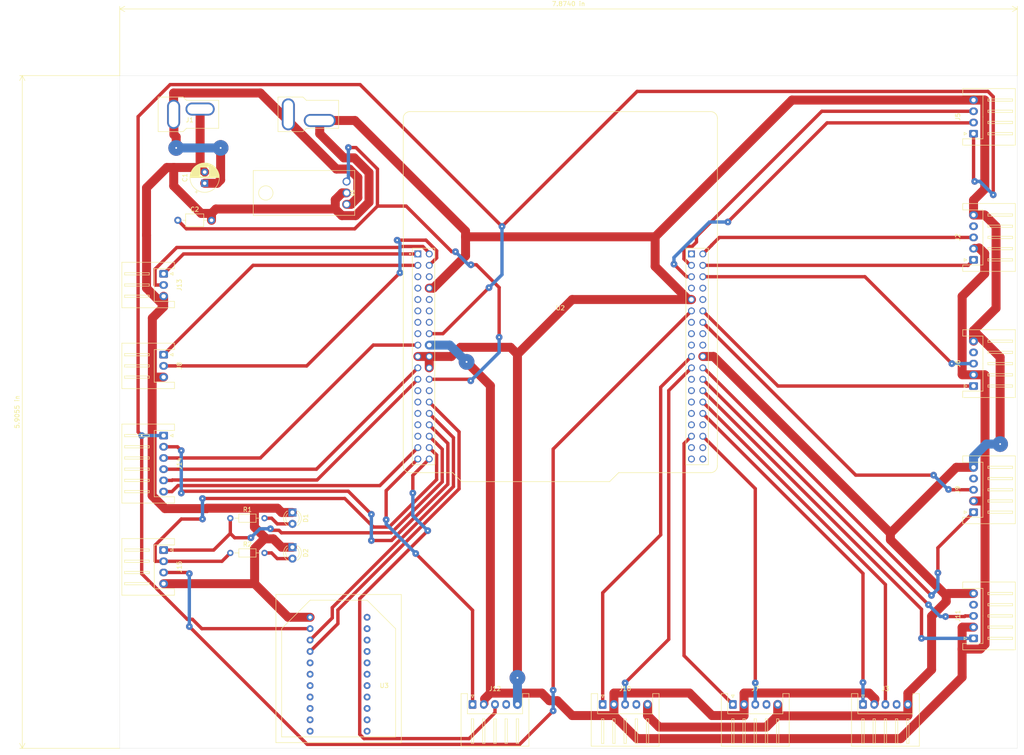
<source format=kicad_pcb>
(kicad_pcb (version 20171130) (host pcbnew "(5.1.0)-1")

  (general
    (thickness 1.6)
    (drawings 6)
    (tracks 454)
    (zones 0)
    (modules 24)
    (nets 101)
  )

  (page A4)
  (layers
    (0 F.Cu signal)
    (31 B.Cu signal)
    (32 B.Adhes user)
    (33 F.Adhes user)
    (34 B.Paste user)
    (35 F.Paste user)
    (36 B.SilkS user)
    (37 F.SilkS user)
    (38 B.Mask user)
    (39 F.Mask user)
    (40 Dwgs.User user)
    (41 Cmts.User user)
    (42 Eco1.User user)
    (43 Eco2.User user)
    (44 Edge.Cuts user)
    (45 Margin user)
    (46 B.CrtYd user)
    (47 F.CrtYd user)
    (48 B.Fab user)
    (49 F.Fab user)
  )

  (setup
    (last_trace_width 0.75)
    (trace_clearance 0.5)
    (zone_clearance 0.508)
    (zone_45_only no)
    (trace_min 0.2)
    (via_size 1.5)
    (via_drill 0.4)
    (via_min_size 0.4)
    (via_min_drill 0.3)
    (uvia_size 0.3)
    (uvia_drill 0.1)
    (uvias_allowed no)
    (uvia_min_size 0.2)
    (uvia_min_drill 0.1)
    (edge_width 0.05)
    (segment_width 0.2)
    (pcb_text_width 0.3)
    (pcb_text_size 1.5 1.5)
    (mod_edge_width 0.12)
    (mod_text_size 1 1)
    (mod_text_width 0.15)
    (pad_size 1.524 1.524)
    (pad_drill 0.762)
    (pad_to_mask_clearance 0.051)
    (solder_mask_min_width 0.25)
    (aux_axis_origin 0 0)
    (visible_elements 7FFFFFFF)
    (pcbplotparams
      (layerselection 0x010fc_ffffffff)
      (usegerberextensions false)
      (usegerberattributes false)
      (usegerberadvancedattributes false)
      (creategerberjobfile false)
      (excludeedgelayer true)
      (linewidth 0.100000)
      (plotframeref false)
      (viasonmask false)
      (mode 1)
      (useauxorigin false)
      (hpglpennumber 1)
      (hpglpenspeed 20)
      (hpglpendiameter 15.000000)
      (psnegative false)
      (psa4output false)
      (plotreference true)
      (plotvalue true)
      (plotinvisibletext false)
      (padsonsilk false)
      (subtractmaskfromsilk false)
      (outputformat 1)
      (mirror false)
      (drillshape 1)
      (scaleselection 1)
      (outputdirectory ""))
  )

  (net 0 "")
  (net 1 +BATT)
  (net 2 GND)
  (net 3 5vin)
  (net 4 "Net-(D1-Pad2)")
  (net 5 "Net-(D2-Pad2)")
  (net 6 1b)
  (net 7 5vout)
  (net 8 1a)
  (net 9 "Net-(J2-Pad4)")
  (net 10 5b)
  (net 11 5a)
  (net 12 "Net-(J3-Pad4)")
  (net 13 xbee_rx)
  (net 14 xbee_tx)
  (net 15 "Net-(J6-Pad4)")
  (net 16 2a)
  (net 17 2b)
  (net 18 "Net-(J7-Pad4)")
  (net 19 6a)
  (net 20 6b)
  (net 21 serial2_tx)
  (net 22 serial2_rx)
  (net 23 3b)
  (net 24 3a)
  (net 25 "Net-(J9-Pad4)")
  (net 26 7b)
  (net 27 7a)
  (net 28 "Net-(J10-Pad4)")
  (net 29 "Net-(J11-Pad4)")
  (net 30 4a)
  (net 31 4b)
  (net 32 "Net-(J12-Pad4)")
  (net 33 8a)
  (net 34 8b)
  (net 35 serial1_tx)
  (net 36 serial1_rx)
  (net 37 led1)
  (net 38 led2)
  (net 39 led3)
  (net 40 +3V3)
  (net 41 sw_usr1)
  (net 42 "Net-(U2-Pad56)")
  (net 43 "Net-(U2-Pad76)")
  (net 44 "Net-(U2-Pad69)")
  (net 45 "Net-(U2-Pad63)")
  (net 46 "Net-(U2-Pad74)")
  (net 47 "Net-(U2-Pad67)")
  (net 48 "Net-(U2-Pad65)")
  (net 49 "Net-(U2-Pad61)")
  (net 50 "Net-(U2-Pad73)")
  (net 51 "Net-(U2-Pad55)")
  (net 52 "Net-(U2-Pad54)")
  (net 53 "Net-(U2-Pad70)")
  (net 54 "Net-(U2-Pad53)")
  (net 55 "Net-(U2-Pad51)")
  (net 56 "Net-(U2-Pad10)")
  (net 57 "Net-(U2-Pad27)")
  (net 58 "Net-(U2-Pad25)")
  (net 59 "Net-(U2-Pad5)")
  (net 60 "Net-(U2-Pad31)")
  (net 61 "Net-(U2-Pad39)")
  (net 62 "Net-(U2-Pad15)")
  (net 63 "Net-(U2-Pad29)")
  (net 64 "Net-(U2-Pad9)")
  (net 65 "Net-(U2-Pad6)")
  (net 66 "Net-(U2-Pad12)")
  (net 67 "Net-(U2-Pad48)")
  (net 68 "Net-(U2-Pad26)")
  (net 69 "Net-(U2-Pad7)")
  (net 70 "Net-(U2-Pad14)")
  (net 71 "Net-(U2-Pad46)")
  (net 72 "Net-(U2-Pad45)")
  (net 73 "Net-(U2-Pad75)")
  (net 74 "Net-(U2-Pad11)")
  (net 75 "Net-(U2-Pad33)")
  (net 76 "Net-(U2-Pad13)")
  (net 77 jyro_sda)
  (net 78 jyro_scl)
  (net 79 bt_usr1)
  (net 80 bt_usr2)
  (net 81 bt_usr3)
  (net 82 bt_usr4)
  (net 83 "Net-(U3-Pad5)")
  (net 84 "Net-(U3-Pad6)")
  (net 85 "Net-(U3-Pad7)")
  (net 86 "Net-(U3-Pad8)")
  (net 87 "Net-(U3-Pad9)")
  (net 88 "Net-(U3-Pad10)")
  (net 89 "Net-(U3-Pad11)")
  (net 90 "Net-(U3-Pad12)")
  (net 91 "Net-(U3-Pad13)")
  (net 92 "Net-(U3-Pad14)")
  (net 93 "Net-(U3-Pad15)")
  (net 94 "Net-(U3-Pad16)")
  (net 95 "Net-(U3-Pad17)")
  (net 96 "Net-(U3-Pad18)")
  (net 97 "Net-(U3-Pad19)")
  (net 98 "Net-(U3-Pad20)")
  (net 99 "Net-(U3-Pad21)")
  (net 100 "Net-(U3-Pad22)")

  (net_class Default "これはデフォルトのネット クラスです。"
    (clearance 0.5)
    (trace_width 0.75)
    (via_dia 1.5)
    (via_drill 0.4)
    (uvia_dia 0.3)
    (uvia_drill 0.1)
    (add_net +3V3)
    (add_net 1a)
    (add_net 1b)
    (add_net 2a)
    (add_net 2b)
    (add_net 3a)
    (add_net 3b)
    (add_net 4a)
    (add_net 4b)
    (add_net 5a)
    (add_net 5b)
    (add_net 5vin)
    (add_net 6a)
    (add_net 6b)
    (add_net 7a)
    (add_net 7b)
    (add_net 8a)
    (add_net 8b)
    (add_net "Net-(D1-Pad2)")
    (add_net "Net-(D2-Pad2)")
    (add_net "Net-(J10-Pad4)")
    (add_net "Net-(J11-Pad4)")
    (add_net "Net-(J12-Pad4)")
    (add_net "Net-(J2-Pad4)")
    (add_net "Net-(J3-Pad4)")
    (add_net "Net-(J6-Pad4)")
    (add_net "Net-(J7-Pad4)")
    (add_net "Net-(J9-Pad4)")
    (add_net "Net-(U2-Pad10)")
    (add_net "Net-(U2-Pad11)")
    (add_net "Net-(U2-Pad12)")
    (add_net "Net-(U2-Pad13)")
    (add_net "Net-(U2-Pad14)")
    (add_net "Net-(U2-Pad15)")
    (add_net "Net-(U2-Pad25)")
    (add_net "Net-(U2-Pad26)")
    (add_net "Net-(U2-Pad27)")
    (add_net "Net-(U2-Pad29)")
    (add_net "Net-(U2-Pad31)")
    (add_net "Net-(U2-Pad33)")
    (add_net "Net-(U2-Pad39)")
    (add_net "Net-(U2-Pad45)")
    (add_net "Net-(U2-Pad46)")
    (add_net "Net-(U2-Pad48)")
    (add_net "Net-(U2-Pad5)")
    (add_net "Net-(U2-Pad51)")
    (add_net "Net-(U2-Pad53)")
    (add_net "Net-(U2-Pad54)")
    (add_net "Net-(U2-Pad55)")
    (add_net "Net-(U2-Pad56)")
    (add_net "Net-(U2-Pad6)")
    (add_net "Net-(U2-Pad61)")
    (add_net "Net-(U2-Pad63)")
    (add_net "Net-(U2-Pad65)")
    (add_net "Net-(U2-Pad67)")
    (add_net "Net-(U2-Pad69)")
    (add_net "Net-(U2-Pad7)")
    (add_net "Net-(U2-Pad70)")
    (add_net "Net-(U2-Pad73)")
    (add_net "Net-(U2-Pad74)")
    (add_net "Net-(U2-Pad75)")
    (add_net "Net-(U2-Pad76)")
    (add_net "Net-(U2-Pad9)")
    (add_net "Net-(U3-Pad10)")
    (add_net "Net-(U3-Pad11)")
    (add_net "Net-(U3-Pad12)")
    (add_net "Net-(U3-Pad13)")
    (add_net "Net-(U3-Pad14)")
    (add_net "Net-(U3-Pad15)")
    (add_net "Net-(U3-Pad16)")
    (add_net "Net-(U3-Pad17)")
    (add_net "Net-(U3-Pad18)")
    (add_net "Net-(U3-Pad19)")
    (add_net "Net-(U3-Pad20)")
    (add_net "Net-(U3-Pad21)")
    (add_net "Net-(U3-Pad22)")
    (add_net "Net-(U3-Pad5)")
    (add_net "Net-(U3-Pad6)")
    (add_net "Net-(U3-Pad7)")
    (add_net "Net-(U3-Pad8)")
    (add_net "Net-(U3-Pad9)")
    (add_net bt_usr1)
    (add_net bt_usr2)
    (add_net bt_usr3)
    (add_net bt_usr4)
    (add_net jyro_scl)
    (add_net jyro_sda)
    (add_net led1)
    (add_net led2)
    (add_net led3)
    (add_net serial1_rx)
    (add_net serial1_tx)
    (add_net serial2_rx)
    (add_net serial2_tx)
    (add_net sw_usr1)
    (add_net xbee_rx)
    (add_net xbee_tx)
  )

  (net_class Bigcurrent ""
    (clearance 0.5)
    (trace_width 2)
    (via_dia 3.5)
    (via_drill 0.4)
    (uvia_dia 0.3)
    (uvia_drill 0.1)
    (add_net +BATT)
    (add_net 5vout)
    (add_net GND)
  )

  (module Regulator:NJM7805FA (layer F.Cu) (tedit 6280F2DA) (tstamp 62814CA8)
    (at 50.546 28.702 270)
    (path /62814058)
    (fp_text reference U1 (at -2.54 -1.27 270) (layer F.SilkS)
      (effects (font (size 0.75 0.75) (thickness 0.15)))
    )
    (fp_text value L7805 (at -2.54 1.27 270) (layer F.Fab)
      (effects (font (size 0.75 0.75) (thickness 0.15)))
    )
    (fp_circle (center -2.54 18) (end -0.94 18) (layer F.SilkS) (width 0.12))
    (fp_line (start -7.54 -1.8) (end -7.54 20.8) (layer F.SilkS) (width 0.12))
    (fp_line (start 2.46 -1.8) (end -7.54 -1.8) (layer F.SilkS) (width 0.12))
    (fp_line (start 2.46 20.8) (end 2.46 -1.8) (layer F.SilkS) (width 0.12))
    (fp_line (start -7.54 20.8) (end 2.46 20.8) (layer F.SilkS) (width 0.12))
    (pad 3 thru_hole circle (at -5.08 0 270) (size 1.8 1.8) (drill 1.2) (layers *.Cu *.Mask)
      (net 3 5vin))
    (pad 2 thru_hole circle (at -2.54 0 270) (size 1.8 1.8) (drill 1.2) (layers *.Cu *.Mask)
      (net 2 GND))
    (pad 1 thru_hole circle (at 0 0 270) (size 1.8 1.8) (drill 1.2) (layers *.Cu *.Mask)
      (net 1 +BATT))
  )

  (module Capacitor_THT:CP_Radial_D6.3mm_P2.50mm (layer F.Cu) (tedit 5AE50EF0) (tstamp 62814966)
    (at 18.923 24.003 90)
    (descr "CP, Radial series, Radial, pin pitch=2.50mm, , diameter=6.3mm, Electrolytic Capacitor")
    (tags "CP Radial series Radial pin pitch 2.50mm  diameter 6.3mm Electrolytic Capacitor")
    (path /628211AC)
    (fp_text reference C1 (at 1.25 -4.4 90) (layer F.SilkS)
      (effects (font (size 1 1) (thickness 0.15)))
    )
    (fp_text value CP1 (at 1.25 4.4 90) (layer F.Fab)
      (effects (font (size 1 1) (thickness 0.15)))
    )
    (fp_circle (center 1.25 0) (end 4.4 0) (layer F.Fab) (width 0.1))
    (fp_circle (center 1.25 0) (end 4.52 0) (layer F.SilkS) (width 0.12))
    (fp_circle (center 1.25 0) (end 4.65 0) (layer F.CrtYd) (width 0.05))
    (fp_line (start -1.443972 -1.3735) (end -0.813972 -1.3735) (layer F.Fab) (width 0.1))
    (fp_line (start -1.128972 -1.6885) (end -1.128972 -1.0585) (layer F.Fab) (width 0.1))
    (fp_line (start 1.25 -3.23) (end 1.25 3.23) (layer F.SilkS) (width 0.12))
    (fp_line (start 1.29 -3.23) (end 1.29 3.23) (layer F.SilkS) (width 0.12))
    (fp_line (start 1.33 -3.23) (end 1.33 3.23) (layer F.SilkS) (width 0.12))
    (fp_line (start 1.37 -3.228) (end 1.37 3.228) (layer F.SilkS) (width 0.12))
    (fp_line (start 1.41 -3.227) (end 1.41 3.227) (layer F.SilkS) (width 0.12))
    (fp_line (start 1.45 -3.224) (end 1.45 3.224) (layer F.SilkS) (width 0.12))
    (fp_line (start 1.49 -3.222) (end 1.49 -1.04) (layer F.SilkS) (width 0.12))
    (fp_line (start 1.49 1.04) (end 1.49 3.222) (layer F.SilkS) (width 0.12))
    (fp_line (start 1.53 -3.218) (end 1.53 -1.04) (layer F.SilkS) (width 0.12))
    (fp_line (start 1.53 1.04) (end 1.53 3.218) (layer F.SilkS) (width 0.12))
    (fp_line (start 1.57 -3.215) (end 1.57 -1.04) (layer F.SilkS) (width 0.12))
    (fp_line (start 1.57 1.04) (end 1.57 3.215) (layer F.SilkS) (width 0.12))
    (fp_line (start 1.61 -3.211) (end 1.61 -1.04) (layer F.SilkS) (width 0.12))
    (fp_line (start 1.61 1.04) (end 1.61 3.211) (layer F.SilkS) (width 0.12))
    (fp_line (start 1.65 -3.206) (end 1.65 -1.04) (layer F.SilkS) (width 0.12))
    (fp_line (start 1.65 1.04) (end 1.65 3.206) (layer F.SilkS) (width 0.12))
    (fp_line (start 1.69 -3.201) (end 1.69 -1.04) (layer F.SilkS) (width 0.12))
    (fp_line (start 1.69 1.04) (end 1.69 3.201) (layer F.SilkS) (width 0.12))
    (fp_line (start 1.73 -3.195) (end 1.73 -1.04) (layer F.SilkS) (width 0.12))
    (fp_line (start 1.73 1.04) (end 1.73 3.195) (layer F.SilkS) (width 0.12))
    (fp_line (start 1.77 -3.189) (end 1.77 -1.04) (layer F.SilkS) (width 0.12))
    (fp_line (start 1.77 1.04) (end 1.77 3.189) (layer F.SilkS) (width 0.12))
    (fp_line (start 1.81 -3.182) (end 1.81 -1.04) (layer F.SilkS) (width 0.12))
    (fp_line (start 1.81 1.04) (end 1.81 3.182) (layer F.SilkS) (width 0.12))
    (fp_line (start 1.85 -3.175) (end 1.85 -1.04) (layer F.SilkS) (width 0.12))
    (fp_line (start 1.85 1.04) (end 1.85 3.175) (layer F.SilkS) (width 0.12))
    (fp_line (start 1.89 -3.167) (end 1.89 -1.04) (layer F.SilkS) (width 0.12))
    (fp_line (start 1.89 1.04) (end 1.89 3.167) (layer F.SilkS) (width 0.12))
    (fp_line (start 1.93 -3.159) (end 1.93 -1.04) (layer F.SilkS) (width 0.12))
    (fp_line (start 1.93 1.04) (end 1.93 3.159) (layer F.SilkS) (width 0.12))
    (fp_line (start 1.971 -3.15) (end 1.971 -1.04) (layer F.SilkS) (width 0.12))
    (fp_line (start 1.971 1.04) (end 1.971 3.15) (layer F.SilkS) (width 0.12))
    (fp_line (start 2.011 -3.141) (end 2.011 -1.04) (layer F.SilkS) (width 0.12))
    (fp_line (start 2.011 1.04) (end 2.011 3.141) (layer F.SilkS) (width 0.12))
    (fp_line (start 2.051 -3.131) (end 2.051 -1.04) (layer F.SilkS) (width 0.12))
    (fp_line (start 2.051 1.04) (end 2.051 3.131) (layer F.SilkS) (width 0.12))
    (fp_line (start 2.091 -3.121) (end 2.091 -1.04) (layer F.SilkS) (width 0.12))
    (fp_line (start 2.091 1.04) (end 2.091 3.121) (layer F.SilkS) (width 0.12))
    (fp_line (start 2.131 -3.11) (end 2.131 -1.04) (layer F.SilkS) (width 0.12))
    (fp_line (start 2.131 1.04) (end 2.131 3.11) (layer F.SilkS) (width 0.12))
    (fp_line (start 2.171 -3.098) (end 2.171 -1.04) (layer F.SilkS) (width 0.12))
    (fp_line (start 2.171 1.04) (end 2.171 3.098) (layer F.SilkS) (width 0.12))
    (fp_line (start 2.211 -3.086) (end 2.211 -1.04) (layer F.SilkS) (width 0.12))
    (fp_line (start 2.211 1.04) (end 2.211 3.086) (layer F.SilkS) (width 0.12))
    (fp_line (start 2.251 -3.074) (end 2.251 -1.04) (layer F.SilkS) (width 0.12))
    (fp_line (start 2.251 1.04) (end 2.251 3.074) (layer F.SilkS) (width 0.12))
    (fp_line (start 2.291 -3.061) (end 2.291 -1.04) (layer F.SilkS) (width 0.12))
    (fp_line (start 2.291 1.04) (end 2.291 3.061) (layer F.SilkS) (width 0.12))
    (fp_line (start 2.331 -3.047) (end 2.331 -1.04) (layer F.SilkS) (width 0.12))
    (fp_line (start 2.331 1.04) (end 2.331 3.047) (layer F.SilkS) (width 0.12))
    (fp_line (start 2.371 -3.033) (end 2.371 -1.04) (layer F.SilkS) (width 0.12))
    (fp_line (start 2.371 1.04) (end 2.371 3.033) (layer F.SilkS) (width 0.12))
    (fp_line (start 2.411 -3.018) (end 2.411 -1.04) (layer F.SilkS) (width 0.12))
    (fp_line (start 2.411 1.04) (end 2.411 3.018) (layer F.SilkS) (width 0.12))
    (fp_line (start 2.451 -3.002) (end 2.451 -1.04) (layer F.SilkS) (width 0.12))
    (fp_line (start 2.451 1.04) (end 2.451 3.002) (layer F.SilkS) (width 0.12))
    (fp_line (start 2.491 -2.986) (end 2.491 -1.04) (layer F.SilkS) (width 0.12))
    (fp_line (start 2.491 1.04) (end 2.491 2.986) (layer F.SilkS) (width 0.12))
    (fp_line (start 2.531 -2.97) (end 2.531 -1.04) (layer F.SilkS) (width 0.12))
    (fp_line (start 2.531 1.04) (end 2.531 2.97) (layer F.SilkS) (width 0.12))
    (fp_line (start 2.571 -2.952) (end 2.571 -1.04) (layer F.SilkS) (width 0.12))
    (fp_line (start 2.571 1.04) (end 2.571 2.952) (layer F.SilkS) (width 0.12))
    (fp_line (start 2.611 -2.934) (end 2.611 -1.04) (layer F.SilkS) (width 0.12))
    (fp_line (start 2.611 1.04) (end 2.611 2.934) (layer F.SilkS) (width 0.12))
    (fp_line (start 2.651 -2.916) (end 2.651 -1.04) (layer F.SilkS) (width 0.12))
    (fp_line (start 2.651 1.04) (end 2.651 2.916) (layer F.SilkS) (width 0.12))
    (fp_line (start 2.691 -2.896) (end 2.691 -1.04) (layer F.SilkS) (width 0.12))
    (fp_line (start 2.691 1.04) (end 2.691 2.896) (layer F.SilkS) (width 0.12))
    (fp_line (start 2.731 -2.876) (end 2.731 -1.04) (layer F.SilkS) (width 0.12))
    (fp_line (start 2.731 1.04) (end 2.731 2.876) (layer F.SilkS) (width 0.12))
    (fp_line (start 2.771 -2.856) (end 2.771 -1.04) (layer F.SilkS) (width 0.12))
    (fp_line (start 2.771 1.04) (end 2.771 2.856) (layer F.SilkS) (width 0.12))
    (fp_line (start 2.811 -2.834) (end 2.811 -1.04) (layer F.SilkS) (width 0.12))
    (fp_line (start 2.811 1.04) (end 2.811 2.834) (layer F.SilkS) (width 0.12))
    (fp_line (start 2.851 -2.812) (end 2.851 -1.04) (layer F.SilkS) (width 0.12))
    (fp_line (start 2.851 1.04) (end 2.851 2.812) (layer F.SilkS) (width 0.12))
    (fp_line (start 2.891 -2.79) (end 2.891 -1.04) (layer F.SilkS) (width 0.12))
    (fp_line (start 2.891 1.04) (end 2.891 2.79) (layer F.SilkS) (width 0.12))
    (fp_line (start 2.931 -2.766) (end 2.931 -1.04) (layer F.SilkS) (width 0.12))
    (fp_line (start 2.931 1.04) (end 2.931 2.766) (layer F.SilkS) (width 0.12))
    (fp_line (start 2.971 -2.742) (end 2.971 -1.04) (layer F.SilkS) (width 0.12))
    (fp_line (start 2.971 1.04) (end 2.971 2.742) (layer F.SilkS) (width 0.12))
    (fp_line (start 3.011 -2.716) (end 3.011 -1.04) (layer F.SilkS) (width 0.12))
    (fp_line (start 3.011 1.04) (end 3.011 2.716) (layer F.SilkS) (width 0.12))
    (fp_line (start 3.051 -2.69) (end 3.051 -1.04) (layer F.SilkS) (width 0.12))
    (fp_line (start 3.051 1.04) (end 3.051 2.69) (layer F.SilkS) (width 0.12))
    (fp_line (start 3.091 -2.664) (end 3.091 -1.04) (layer F.SilkS) (width 0.12))
    (fp_line (start 3.091 1.04) (end 3.091 2.664) (layer F.SilkS) (width 0.12))
    (fp_line (start 3.131 -2.636) (end 3.131 -1.04) (layer F.SilkS) (width 0.12))
    (fp_line (start 3.131 1.04) (end 3.131 2.636) (layer F.SilkS) (width 0.12))
    (fp_line (start 3.171 -2.607) (end 3.171 -1.04) (layer F.SilkS) (width 0.12))
    (fp_line (start 3.171 1.04) (end 3.171 2.607) (layer F.SilkS) (width 0.12))
    (fp_line (start 3.211 -2.578) (end 3.211 -1.04) (layer F.SilkS) (width 0.12))
    (fp_line (start 3.211 1.04) (end 3.211 2.578) (layer F.SilkS) (width 0.12))
    (fp_line (start 3.251 -2.548) (end 3.251 -1.04) (layer F.SilkS) (width 0.12))
    (fp_line (start 3.251 1.04) (end 3.251 2.548) (layer F.SilkS) (width 0.12))
    (fp_line (start 3.291 -2.516) (end 3.291 -1.04) (layer F.SilkS) (width 0.12))
    (fp_line (start 3.291 1.04) (end 3.291 2.516) (layer F.SilkS) (width 0.12))
    (fp_line (start 3.331 -2.484) (end 3.331 -1.04) (layer F.SilkS) (width 0.12))
    (fp_line (start 3.331 1.04) (end 3.331 2.484) (layer F.SilkS) (width 0.12))
    (fp_line (start 3.371 -2.45) (end 3.371 -1.04) (layer F.SilkS) (width 0.12))
    (fp_line (start 3.371 1.04) (end 3.371 2.45) (layer F.SilkS) (width 0.12))
    (fp_line (start 3.411 -2.416) (end 3.411 -1.04) (layer F.SilkS) (width 0.12))
    (fp_line (start 3.411 1.04) (end 3.411 2.416) (layer F.SilkS) (width 0.12))
    (fp_line (start 3.451 -2.38) (end 3.451 -1.04) (layer F.SilkS) (width 0.12))
    (fp_line (start 3.451 1.04) (end 3.451 2.38) (layer F.SilkS) (width 0.12))
    (fp_line (start 3.491 -2.343) (end 3.491 -1.04) (layer F.SilkS) (width 0.12))
    (fp_line (start 3.491 1.04) (end 3.491 2.343) (layer F.SilkS) (width 0.12))
    (fp_line (start 3.531 -2.305) (end 3.531 -1.04) (layer F.SilkS) (width 0.12))
    (fp_line (start 3.531 1.04) (end 3.531 2.305) (layer F.SilkS) (width 0.12))
    (fp_line (start 3.571 -2.265) (end 3.571 2.265) (layer F.SilkS) (width 0.12))
    (fp_line (start 3.611 -2.224) (end 3.611 2.224) (layer F.SilkS) (width 0.12))
    (fp_line (start 3.651 -2.182) (end 3.651 2.182) (layer F.SilkS) (width 0.12))
    (fp_line (start 3.691 -2.137) (end 3.691 2.137) (layer F.SilkS) (width 0.12))
    (fp_line (start 3.731 -2.092) (end 3.731 2.092) (layer F.SilkS) (width 0.12))
    (fp_line (start 3.771 -2.044) (end 3.771 2.044) (layer F.SilkS) (width 0.12))
    (fp_line (start 3.811 -1.995) (end 3.811 1.995) (layer F.SilkS) (width 0.12))
    (fp_line (start 3.851 -1.944) (end 3.851 1.944) (layer F.SilkS) (width 0.12))
    (fp_line (start 3.891 -1.89) (end 3.891 1.89) (layer F.SilkS) (width 0.12))
    (fp_line (start 3.931 -1.834) (end 3.931 1.834) (layer F.SilkS) (width 0.12))
    (fp_line (start 3.971 -1.776) (end 3.971 1.776) (layer F.SilkS) (width 0.12))
    (fp_line (start 4.011 -1.714) (end 4.011 1.714) (layer F.SilkS) (width 0.12))
    (fp_line (start 4.051 -1.65) (end 4.051 1.65) (layer F.SilkS) (width 0.12))
    (fp_line (start 4.091 -1.581) (end 4.091 1.581) (layer F.SilkS) (width 0.12))
    (fp_line (start 4.131 -1.509) (end 4.131 1.509) (layer F.SilkS) (width 0.12))
    (fp_line (start 4.171 -1.432) (end 4.171 1.432) (layer F.SilkS) (width 0.12))
    (fp_line (start 4.211 -1.35) (end 4.211 1.35) (layer F.SilkS) (width 0.12))
    (fp_line (start 4.251 -1.262) (end 4.251 1.262) (layer F.SilkS) (width 0.12))
    (fp_line (start 4.291 -1.165) (end 4.291 1.165) (layer F.SilkS) (width 0.12))
    (fp_line (start 4.331 -1.059) (end 4.331 1.059) (layer F.SilkS) (width 0.12))
    (fp_line (start 4.371 -0.94) (end 4.371 0.94) (layer F.SilkS) (width 0.12))
    (fp_line (start 4.411 -0.802) (end 4.411 0.802) (layer F.SilkS) (width 0.12))
    (fp_line (start 4.451 -0.633) (end 4.451 0.633) (layer F.SilkS) (width 0.12))
    (fp_line (start 4.491 -0.402) (end 4.491 0.402) (layer F.SilkS) (width 0.12))
    (fp_line (start -2.250241 -1.839) (end -1.620241 -1.839) (layer F.SilkS) (width 0.12))
    (fp_line (start -1.935241 -2.154) (end -1.935241 -1.524) (layer F.SilkS) (width 0.12))
    (fp_text user %R (at 1.25 0 90) (layer F.Fab)
      (effects (font (size 1 1) (thickness 0.15)))
    )
    (pad 1 thru_hole rect (at 0 0 90) (size 1.6 1.6) (drill 0.8) (layers *.Cu *.Mask)
      (net 1 +BATT))
    (pad 2 thru_hole circle (at 2.5 0 90) (size 1.6 1.6) (drill 0.8) (layers *.Cu *.Mask)
      (net 2 GND))
    (model ${KISYS3DMOD}/Capacitor_THT.3dshapes/CP_Radial_D6.3mm_P2.50mm.wrl
      (at (xyz 0 0 0))
      (scale (xyz 1 1 1))
      (rotate (xyz 0 0 0))
    )
  )

  (module Capacitor_THT:C_Axial_L3.8mm_D2.6mm_P7.50mm_Horizontal (layer F.Cu) (tedit 5AE50EF0) (tstamp 6281497D)
    (at 12.947 32.258)
    (descr "C, Axial series, Axial, Horizontal, pin pitch=7.5mm, , length*diameter=3.8*2.6mm^2, http://www.vishay.com/docs/45231/arseries.pdf")
    (tags "C Axial series Axial Horizontal pin pitch 7.5mm  length 3.8mm diameter 2.6mm")
    (path /62820B9A)
    (fp_text reference C2 (at 3.75 -2.42) (layer F.SilkS)
      (effects (font (size 1 1) (thickness 0.15)))
    )
    (fp_text value C (at 3.75 2.42) (layer F.Fab)
      (effects (font (size 1 1) (thickness 0.15)))
    )
    (fp_line (start 1.85 -1.3) (end 1.85 1.3) (layer F.Fab) (width 0.1))
    (fp_line (start 1.85 1.3) (end 5.65 1.3) (layer F.Fab) (width 0.1))
    (fp_line (start 5.65 1.3) (end 5.65 -1.3) (layer F.Fab) (width 0.1))
    (fp_line (start 5.65 -1.3) (end 1.85 -1.3) (layer F.Fab) (width 0.1))
    (fp_line (start 0 0) (end 1.85 0) (layer F.Fab) (width 0.1))
    (fp_line (start 7.5 0) (end 5.65 0) (layer F.Fab) (width 0.1))
    (fp_line (start 1.73 -1.42) (end 1.73 1.42) (layer F.SilkS) (width 0.12))
    (fp_line (start 1.73 1.42) (end 5.77 1.42) (layer F.SilkS) (width 0.12))
    (fp_line (start 5.77 1.42) (end 5.77 -1.42) (layer F.SilkS) (width 0.12))
    (fp_line (start 5.77 -1.42) (end 1.73 -1.42) (layer F.SilkS) (width 0.12))
    (fp_line (start 1.04 0) (end 1.73 0) (layer F.SilkS) (width 0.12))
    (fp_line (start 6.46 0) (end 5.77 0) (layer F.SilkS) (width 0.12))
    (fp_line (start -1.05 -1.55) (end -1.05 1.55) (layer F.CrtYd) (width 0.05))
    (fp_line (start -1.05 1.55) (end 8.55 1.55) (layer F.CrtYd) (width 0.05))
    (fp_line (start 8.55 1.55) (end 8.55 -1.55) (layer F.CrtYd) (width 0.05))
    (fp_line (start 8.55 -1.55) (end -1.05 -1.55) (layer F.CrtYd) (width 0.05))
    (fp_text user %R (at 3.75 0) (layer F.Fab)
      (effects (font (size 0.76 0.76) (thickness 0.114)))
    )
    (pad 1 thru_hole circle (at 0 0) (size 1.6 1.6) (drill 0.8) (layers *.Cu *.Mask)
      (net 3 5vin))
    (pad 2 thru_hole oval (at 7.5 0) (size 1.6 1.6) (drill 0.8) (layers *.Cu *.Mask)
      (net 2 GND))
    (model ${KISYS3DMOD}/Capacitor_THT.3dshapes/C_Axial_L3.8mm_D2.6mm_P7.50mm_Horizontal.wrl
      (at (xyz 0 0 0))
      (scale (xyz 1 1 1))
      (rotate (xyz 0 0 0))
    )
  )

  (module LED_THT:LED_D3.0mm (layer F.Cu) (tedit 587A3A7B) (tstamp 62814990)
    (at 38.481 97.409 270)
    (descr "LED, diameter 3.0mm, 2 pins")
    (tags "LED diameter 3.0mm 2 pins")
    (path /6280F6F2)
    (fp_text reference D1 (at 1.27 -2.96 270) (layer F.SilkS)
      (effects (font (size 1 1) (thickness 0.15)))
    )
    (fp_text value LED (at 1.27 2.96 270) (layer F.Fab)
      (effects (font (size 1 1) (thickness 0.15)))
    )
    (fp_arc (start 1.27 0) (end -0.23 -1.16619) (angle 284.3) (layer F.Fab) (width 0.1))
    (fp_arc (start 1.27 0) (end -0.29 -1.235516) (angle 108.8) (layer F.SilkS) (width 0.12))
    (fp_arc (start 1.27 0) (end -0.29 1.235516) (angle -108.8) (layer F.SilkS) (width 0.12))
    (fp_arc (start 1.27 0) (end 0.229039 -1.08) (angle 87.9) (layer F.SilkS) (width 0.12))
    (fp_arc (start 1.27 0) (end 0.229039 1.08) (angle -87.9) (layer F.SilkS) (width 0.12))
    (fp_circle (center 1.27 0) (end 2.77 0) (layer F.Fab) (width 0.1))
    (fp_line (start -0.23 -1.16619) (end -0.23 1.16619) (layer F.Fab) (width 0.1))
    (fp_line (start -0.29 -1.236) (end -0.29 -1.08) (layer F.SilkS) (width 0.12))
    (fp_line (start -0.29 1.08) (end -0.29 1.236) (layer F.SilkS) (width 0.12))
    (fp_line (start -1.15 -2.25) (end -1.15 2.25) (layer F.CrtYd) (width 0.05))
    (fp_line (start -1.15 2.25) (end 3.7 2.25) (layer F.CrtYd) (width 0.05))
    (fp_line (start 3.7 2.25) (end 3.7 -2.25) (layer F.CrtYd) (width 0.05))
    (fp_line (start 3.7 -2.25) (end -1.15 -2.25) (layer F.CrtYd) (width 0.05))
    (pad 1 thru_hole rect (at 0 0 270) (size 1.8 1.8) (drill 0.9) (layers *.Cu *.Mask)
      (net 2 GND))
    (pad 2 thru_hole circle (at 2.54 0 270) (size 1.8 1.8) (drill 0.9) (layers *.Cu *.Mask)
      (net 4 "Net-(D1-Pad2)"))
    (model ${KISYS3DMOD}/LED_THT.3dshapes/LED_D3.0mm.wrl
      (at (xyz 0 0 0))
      (scale (xyz 1 1 1))
      (rotate (xyz 0 0 0))
    )
  )

  (module LED_THT:LED_D3.0mm (layer F.Cu) (tedit 587A3A7B) (tstamp 628149A3)
    (at 38.481 105.156 270)
    (descr "LED, diameter 3.0mm, 2 pins")
    (tags "LED diameter 3.0mm 2 pins")
    (path /6281A6A1)
    (fp_text reference D2 (at 1.27 -2.96 270) (layer F.SilkS)
      (effects (font (size 1 1) (thickness 0.15)))
    )
    (fp_text value LED (at 1.27 2.96 270) (layer F.Fab)
      (effects (font (size 1 1) (thickness 0.15)))
    )
    (fp_arc (start 1.27 0) (end -0.23 -1.16619) (angle 284.3) (layer F.Fab) (width 0.1))
    (fp_arc (start 1.27 0) (end -0.29 -1.235516) (angle 108.8) (layer F.SilkS) (width 0.12))
    (fp_arc (start 1.27 0) (end -0.29 1.235516) (angle -108.8) (layer F.SilkS) (width 0.12))
    (fp_arc (start 1.27 0) (end 0.229039 -1.08) (angle 87.9) (layer F.SilkS) (width 0.12))
    (fp_arc (start 1.27 0) (end 0.229039 1.08) (angle -87.9) (layer F.SilkS) (width 0.12))
    (fp_circle (center 1.27 0) (end 2.77 0) (layer F.Fab) (width 0.1))
    (fp_line (start -0.23 -1.16619) (end -0.23 1.16619) (layer F.Fab) (width 0.1))
    (fp_line (start -0.29 -1.236) (end -0.29 -1.08) (layer F.SilkS) (width 0.12))
    (fp_line (start -0.29 1.08) (end -0.29 1.236) (layer F.SilkS) (width 0.12))
    (fp_line (start -1.15 -2.25) (end -1.15 2.25) (layer F.CrtYd) (width 0.05))
    (fp_line (start -1.15 2.25) (end 3.7 2.25) (layer F.CrtYd) (width 0.05))
    (fp_line (start 3.7 2.25) (end 3.7 -2.25) (layer F.CrtYd) (width 0.05))
    (fp_line (start 3.7 -2.25) (end -1.15 -2.25) (layer F.CrtYd) (width 0.05))
    (pad 1 thru_hole rect (at 0 0 270) (size 1.8 1.8) (drill 0.9) (layers *.Cu *.Mask)
      (net 2 GND))
    (pad 2 thru_hole circle (at 2.54 0 270) (size 1.8 1.8) (drill 0.9) (layers *.Cu *.Mask)
      (net 5 "Net-(D2-Pad2)"))
    (model ${KISYS3DMOD}/LED_THT.3dshapes/LED_D3.0mm.wrl
      (at (xyz 0 0 0))
      (scale (xyz 1 1 1))
      (rotate (xyz 0 0 0))
    )
  )

  (module Connector_T:Connector_T_Male (layer F.Cu) (tedit 61C3ED0E) (tstamp 628149C4)
    (at 10.507 8.636)
    (path /628139FF)
    (fp_text reference J1 (at 5.08 1.27) (layer F.SilkS)
      (effects (font (size 1 1) (thickness 0.15)))
    )
    (fp_text value Conn_01x02_Male (at 5.08 0) (layer F.Fab)
      (effects (font (size 1 1) (thickness 0.15)))
    )
    (fp_line (start -1.95 3.85) (end -1.95 -3.85) (layer F.SilkS) (width 0.12))
    (fp_line (start -1.95 3.85) (end 3.625 3.85) (layer F.SilkS) (width 0.12))
    (fp_line (start 4.35 3.125) (end 3.625 3.85) (layer F.SilkS) (width 0.12))
    (fp_line (start 4.35 3.125) (end 11.55 3.125) (layer F.SilkS) (width 0.12))
    (fp_line (start 11.55 -3.125) (end 11.55 3.125) (layer F.SilkS) (width 0.12))
    (fp_line (start 4.35 -3.125) (end 11.55 -3.125) (layer F.SilkS) (width 0.12))
    (fp_line (start 4.35 -3.125) (end 3.625 -3.85) (layer F.SilkS) (width 0.12))
    (fp_line (start -1.95 -3.85) (end 3.625 -3.85) (layer F.SilkS) (width 0.12))
    (pad 2 thru_hole oval (at 7.4 -1.175) (size 6.5 2.9) (drill oval 5.7 2.1) (layers *.Cu *.Mask)
      (net 2 GND))
    (pad 1 thru_hole oval (at 1.5 0) (size 2.9 6.5) (drill oval 2.1 5.7) (layers *.Cu *.Mask)
      (net 1 +BATT))
  )

  (module Connector_JST:JST_XH_S5B-XH-A_1x05_P2.50mm_Horizontal (layer F.Cu) (tedit 5C281475) (tstamp 628149FF)
    (at 190.246 41.0845 90)
    (descr "JST XH series connector, S5B-XH-A (http://www.jst-mfg.com/product/pdf/eng/eXH.pdf), generated with kicad-footprint-generator")
    (tags "connector JST XH horizontal")
    (path /6280C9C5)
    (fp_text reference J2 (at 5 -3.5 90) (layer F.SilkS)
      (effects (font (size 1 1) (thickness 0.15)))
    )
    (fp_text value Conn_01x05_Male (at 5 10.4 90) (layer F.Fab)
      (effects (font (size 1 1) (thickness 0.15)))
    )
    (fp_line (start -2.95 -2.8) (end -2.95 9.7) (layer F.CrtYd) (width 0.05))
    (fp_line (start -2.95 9.7) (end 12.95 9.7) (layer F.CrtYd) (width 0.05))
    (fp_line (start 12.95 9.7) (end 12.95 -2.8) (layer F.CrtYd) (width 0.05))
    (fp_line (start 12.95 -2.8) (end -2.95 -2.8) (layer F.CrtYd) (width 0.05))
    (fp_line (start 5 9.31) (end -2.56 9.31) (layer F.SilkS) (width 0.12))
    (fp_line (start -2.56 9.31) (end -2.56 -2.41) (layer F.SilkS) (width 0.12))
    (fp_line (start -2.56 -2.41) (end -1.14 -2.41) (layer F.SilkS) (width 0.12))
    (fp_line (start -1.14 -2.41) (end -1.14 2.09) (layer F.SilkS) (width 0.12))
    (fp_line (start -1.14 2.09) (end 5 2.09) (layer F.SilkS) (width 0.12))
    (fp_line (start 5 9.31) (end 12.56 9.31) (layer F.SilkS) (width 0.12))
    (fp_line (start 12.56 9.31) (end 12.56 -2.41) (layer F.SilkS) (width 0.12))
    (fp_line (start 12.56 -2.41) (end 11.14 -2.41) (layer F.SilkS) (width 0.12))
    (fp_line (start 11.14 -2.41) (end 11.14 2.09) (layer F.SilkS) (width 0.12))
    (fp_line (start 11.14 2.09) (end 5 2.09) (layer F.SilkS) (width 0.12))
    (fp_line (start 5 9.2) (end -2.45 9.2) (layer F.Fab) (width 0.1))
    (fp_line (start -2.45 9.2) (end -2.45 -2.3) (layer F.Fab) (width 0.1))
    (fp_line (start -2.45 -2.3) (end -1.25 -2.3) (layer F.Fab) (width 0.1))
    (fp_line (start -1.25 -2.3) (end -1.25 2.2) (layer F.Fab) (width 0.1))
    (fp_line (start -1.25 2.2) (end 5 2.2) (layer F.Fab) (width 0.1))
    (fp_line (start 5 9.2) (end 12.45 9.2) (layer F.Fab) (width 0.1))
    (fp_line (start 12.45 9.2) (end 12.45 -2.3) (layer F.Fab) (width 0.1))
    (fp_line (start 12.45 -2.3) (end 11.25 -2.3) (layer F.Fab) (width 0.1))
    (fp_line (start 11.25 -2.3) (end 11.25 2.2) (layer F.Fab) (width 0.1))
    (fp_line (start 11.25 2.2) (end 5 2.2) (layer F.Fab) (width 0.1))
    (fp_line (start -0.25 3.2) (end -0.25 8.7) (layer F.SilkS) (width 0.12))
    (fp_line (start -0.25 8.7) (end 0.25 8.7) (layer F.SilkS) (width 0.12))
    (fp_line (start 0.25 8.7) (end 0.25 3.2) (layer F.SilkS) (width 0.12))
    (fp_line (start 0.25 3.2) (end -0.25 3.2) (layer F.SilkS) (width 0.12))
    (fp_line (start 2.25 3.2) (end 2.25 8.7) (layer F.SilkS) (width 0.12))
    (fp_line (start 2.25 8.7) (end 2.75 8.7) (layer F.SilkS) (width 0.12))
    (fp_line (start 2.75 8.7) (end 2.75 3.2) (layer F.SilkS) (width 0.12))
    (fp_line (start 2.75 3.2) (end 2.25 3.2) (layer F.SilkS) (width 0.12))
    (fp_line (start 4.75 3.2) (end 4.75 8.7) (layer F.SilkS) (width 0.12))
    (fp_line (start 4.75 8.7) (end 5.25 8.7) (layer F.SilkS) (width 0.12))
    (fp_line (start 5.25 8.7) (end 5.25 3.2) (layer F.SilkS) (width 0.12))
    (fp_line (start 5.25 3.2) (end 4.75 3.2) (layer F.SilkS) (width 0.12))
    (fp_line (start 7.25 3.2) (end 7.25 8.7) (layer F.SilkS) (width 0.12))
    (fp_line (start 7.25 8.7) (end 7.75 8.7) (layer F.SilkS) (width 0.12))
    (fp_line (start 7.75 8.7) (end 7.75 3.2) (layer F.SilkS) (width 0.12))
    (fp_line (start 7.75 3.2) (end 7.25 3.2) (layer F.SilkS) (width 0.12))
    (fp_line (start 9.75 3.2) (end 9.75 8.7) (layer F.SilkS) (width 0.12))
    (fp_line (start 9.75 8.7) (end 10.25 8.7) (layer F.SilkS) (width 0.12))
    (fp_line (start 10.25 8.7) (end 10.25 3.2) (layer F.SilkS) (width 0.12))
    (fp_line (start 10.25 3.2) (end 9.75 3.2) (layer F.SilkS) (width 0.12))
    (fp_line (start 0 -1.5) (end -0.3 -2.1) (layer F.SilkS) (width 0.12))
    (fp_line (start -0.3 -2.1) (end 0.3 -2.1) (layer F.SilkS) (width 0.12))
    (fp_line (start 0.3 -2.1) (end 0 -1.5) (layer F.SilkS) (width 0.12))
    (fp_line (start -0.625 2.2) (end 0 1.2) (layer F.Fab) (width 0.1))
    (fp_line (start 0 1.2) (end 0.625 2.2) (layer F.Fab) (width 0.1))
    (fp_text user %R (at 5 3.45 90) (layer F.Fab)
      (effects (font (size 1 1) (thickness 0.15)))
    )
    (pad 1 thru_hole roundrect (at 0 0 90) (size 1.7 1.95) (drill 0.95) (layers *.Cu *.Mask) (roundrect_rratio 0.147059)
      (net 6 1b))
    (pad 2 thru_hole oval (at 2.5 0 90) (size 1.7 1.95) (drill 0.95) (layers *.Cu *.Mask)
      (net 7 5vout))
    (pad 3 thru_hole oval (at 5 0 90) (size 1.7 1.95) (drill 0.95) (layers *.Cu *.Mask)
      (net 8 1a))
    (pad 4 thru_hole oval (at 7.5 0 90) (size 1.7 1.95) (drill 0.95) (layers *.Cu *.Mask)
      (net 9 "Net-(J2-Pad4)"))
    (pad 5 thru_hole oval (at 10 0 90) (size 1.7 1.95) (drill 0.95) (layers *.Cu *.Mask)
      (net 2 GND))
    (model ${KISYS3DMOD}/Connector_JST.3dshapes/JST_XH_S5B-XH-A_1x05_P2.50mm_Horizontal.wrl
      (at (xyz 0 0 0))
      (scale (xyz 1 1 1))
      (rotate (xyz 0 0 0))
    )
  )

  (module Connector_JST:JST_XH_S5B-XH-A_1x05_P2.50mm_Horizontal (layer F.Cu) (tedit 5C281475) (tstamp 62814A3A)
    (at 165.608 140.208)
    (descr "JST XH series connector, S5B-XH-A (http://www.jst-mfg.com/product/pdf/eng/eXH.pdf), generated with kicad-footprint-generator")
    (tags "connector JST XH horizontal")
    (path /62835AEE)
    (fp_text reference J3 (at 5 -3.5) (layer F.SilkS)
      (effects (font (size 1 1) (thickness 0.15)))
    )
    (fp_text value Conn_01x05_Male (at 5 10.4) (layer F.Fab)
      (effects (font (size 1 1) (thickness 0.15)))
    )
    (fp_line (start -2.95 -2.8) (end -2.95 9.7) (layer F.CrtYd) (width 0.05))
    (fp_line (start -2.95 9.7) (end 12.95 9.7) (layer F.CrtYd) (width 0.05))
    (fp_line (start 12.95 9.7) (end 12.95 -2.8) (layer F.CrtYd) (width 0.05))
    (fp_line (start 12.95 -2.8) (end -2.95 -2.8) (layer F.CrtYd) (width 0.05))
    (fp_line (start 5 9.31) (end -2.56 9.31) (layer F.SilkS) (width 0.12))
    (fp_line (start -2.56 9.31) (end -2.56 -2.41) (layer F.SilkS) (width 0.12))
    (fp_line (start -2.56 -2.41) (end -1.14 -2.41) (layer F.SilkS) (width 0.12))
    (fp_line (start -1.14 -2.41) (end -1.14 2.09) (layer F.SilkS) (width 0.12))
    (fp_line (start -1.14 2.09) (end 5 2.09) (layer F.SilkS) (width 0.12))
    (fp_line (start 5 9.31) (end 12.56 9.31) (layer F.SilkS) (width 0.12))
    (fp_line (start 12.56 9.31) (end 12.56 -2.41) (layer F.SilkS) (width 0.12))
    (fp_line (start 12.56 -2.41) (end 11.14 -2.41) (layer F.SilkS) (width 0.12))
    (fp_line (start 11.14 -2.41) (end 11.14 2.09) (layer F.SilkS) (width 0.12))
    (fp_line (start 11.14 2.09) (end 5 2.09) (layer F.SilkS) (width 0.12))
    (fp_line (start 5 9.2) (end -2.45 9.2) (layer F.Fab) (width 0.1))
    (fp_line (start -2.45 9.2) (end -2.45 -2.3) (layer F.Fab) (width 0.1))
    (fp_line (start -2.45 -2.3) (end -1.25 -2.3) (layer F.Fab) (width 0.1))
    (fp_line (start -1.25 -2.3) (end -1.25 2.2) (layer F.Fab) (width 0.1))
    (fp_line (start -1.25 2.2) (end 5 2.2) (layer F.Fab) (width 0.1))
    (fp_line (start 5 9.2) (end 12.45 9.2) (layer F.Fab) (width 0.1))
    (fp_line (start 12.45 9.2) (end 12.45 -2.3) (layer F.Fab) (width 0.1))
    (fp_line (start 12.45 -2.3) (end 11.25 -2.3) (layer F.Fab) (width 0.1))
    (fp_line (start 11.25 -2.3) (end 11.25 2.2) (layer F.Fab) (width 0.1))
    (fp_line (start 11.25 2.2) (end 5 2.2) (layer F.Fab) (width 0.1))
    (fp_line (start -0.25 3.2) (end -0.25 8.7) (layer F.SilkS) (width 0.12))
    (fp_line (start -0.25 8.7) (end 0.25 8.7) (layer F.SilkS) (width 0.12))
    (fp_line (start 0.25 8.7) (end 0.25 3.2) (layer F.SilkS) (width 0.12))
    (fp_line (start 0.25 3.2) (end -0.25 3.2) (layer F.SilkS) (width 0.12))
    (fp_line (start 2.25 3.2) (end 2.25 8.7) (layer F.SilkS) (width 0.12))
    (fp_line (start 2.25 8.7) (end 2.75 8.7) (layer F.SilkS) (width 0.12))
    (fp_line (start 2.75 8.7) (end 2.75 3.2) (layer F.SilkS) (width 0.12))
    (fp_line (start 2.75 3.2) (end 2.25 3.2) (layer F.SilkS) (width 0.12))
    (fp_line (start 4.75 3.2) (end 4.75 8.7) (layer F.SilkS) (width 0.12))
    (fp_line (start 4.75 8.7) (end 5.25 8.7) (layer F.SilkS) (width 0.12))
    (fp_line (start 5.25 8.7) (end 5.25 3.2) (layer F.SilkS) (width 0.12))
    (fp_line (start 5.25 3.2) (end 4.75 3.2) (layer F.SilkS) (width 0.12))
    (fp_line (start 7.25 3.2) (end 7.25 8.7) (layer F.SilkS) (width 0.12))
    (fp_line (start 7.25 8.7) (end 7.75 8.7) (layer F.SilkS) (width 0.12))
    (fp_line (start 7.75 8.7) (end 7.75 3.2) (layer F.SilkS) (width 0.12))
    (fp_line (start 7.75 3.2) (end 7.25 3.2) (layer F.SilkS) (width 0.12))
    (fp_line (start 9.75 3.2) (end 9.75 8.7) (layer F.SilkS) (width 0.12))
    (fp_line (start 9.75 8.7) (end 10.25 8.7) (layer F.SilkS) (width 0.12))
    (fp_line (start 10.25 8.7) (end 10.25 3.2) (layer F.SilkS) (width 0.12))
    (fp_line (start 10.25 3.2) (end 9.75 3.2) (layer F.SilkS) (width 0.12))
    (fp_line (start 0 -1.5) (end -0.3 -2.1) (layer F.SilkS) (width 0.12))
    (fp_line (start -0.3 -2.1) (end 0.3 -2.1) (layer F.SilkS) (width 0.12))
    (fp_line (start 0.3 -2.1) (end 0 -1.5) (layer F.SilkS) (width 0.12))
    (fp_line (start -0.625 2.2) (end 0 1.2) (layer F.Fab) (width 0.1))
    (fp_line (start 0 1.2) (end 0.625 2.2) (layer F.Fab) (width 0.1))
    (fp_text user %R (at 5 3.45) (layer F.Fab)
      (effects (font (size 1 1) (thickness 0.15)))
    )
    (pad 1 thru_hole roundrect (at 0 0) (size 1.7 1.95) (drill 0.95) (layers *.Cu *.Mask) (roundrect_rratio 0.147059)
      (net 10 5b))
    (pad 2 thru_hole oval (at 2.5 0) (size 1.7 1.95) (drill 0.95) (layers *.Cu *.Mask)
      (net 7 5vout))
    (pad 3 thru_hole oval (at 5 0) (size 1.7 1.95) (drill 0.95) (layers *.Cu *.Mask)
      (net 11 5a))
    (pad 4 thru_hole oval (at 7.5 0) (size 1.7 1.95) (drill 0.95) (layers *.Cu *.Mask)
      (net 12 "Net-(J3-Pad4)"))
    (pad 5 thru_hole oval (at 10 0) (size 1.7 1.95) (drill 0.95) (layers *.Cu *.Mask)
      (net 2 GND))
    (model ${KISYS3DMOD}/Connector_JST.3dshapes/JST_XH_S5B-XH-A_1x05_P2.50mm_Horizontal.wrl
      (at (xyz 0 0 0))
      (scale (xyz 1 1 1))
      (rotate (xyz 0 0 0))
    )
  )

  (module Connector_T:Connector_T_Female (layer F.Cu) (tedit 61B5F80E) (tstamp 62814A48)
    (at 37.211 8.636)
    (path /628131C7)
    (fp_text reference J4 (at 5.08 1.27) (layer F.SilkS)
      (effects (font (size 1 1) (thickness 0.15)))
    )
    (fp_text value Conn_01x02_Female (at 5.08 0) (layer F.Fab)
      (effects (font (size 1 1) (thickness 0.15)))
    )
    (fp_line (start -1.95 -3.85) (end 3.625 -3.85) (layer F.SilkS) (width 0.12))
    (fp_line (start 4.35 -3.125) (end 3.625 -3.85) (layer F.SilkS) (width 0.12))
    (fp_line (start 4.35 -3.125) (end 11.55 -3.125) (layer F.SilkS) (width 0.12))
    (fp_line (start 11.55 -3.125) (end 11.55 3.125) (layer F.SilkS) (width 0.12))
    (fp_line (start 4.35 3.125) (end 11.55 3.125) (layer F.SilkS) (width 0.12))
    (fp_line (start 4.35 3.125) (end 3.625 3.85) (layer F.SilkS) (width 0.12))
    (fp_line (start -1.95 3.85) (end 3.625 3.85) (layer F.SilkS) (width 0.12))
    (fp_line (start -1.95 3.85) (end -1.95 -3.85) (layer F.SilkS) (width 0.12))
    (pad 1 thru_hole oval (at 0.35 0) (size 2.9 7.1) (drill oval 2.1 6.3) (layers *.Cu *.Mask)
      (net 1 +BATT))
    (pad 2 thru_hole oval (at 7.35 1.375) (size 7.1 2.9) (drill oval 6.3 2.1) (layers *.Cu *.Mask)
      (net 2 GND))
  )

  (module Connector_JST:JST_XH_S5B-XH-A_1x05_P2.50mm_Horizontal (layer F.Cu) (tedit 5C281475) (tstamp 62814AB4)
    (at 190.246 69.215 90)
    (descr "JST XH series connector, S5B-XH-A (http://www.jst-mfg.com/product/pdf/eng/eXH.pdf), generated with kicad-footprint-generator")
    (tags "connector JST XH horizontal")
    (path /6283266B)
    (fp_text reference J6 (at 5 -3.5 90) (layer F.SilkS)
      (effects (font (size 1 1) (thickness 0.15)))
    )
    (fp_text value Conn_01x05_Male (at 5 10.4 90) (layer F.Fab)
      (effects (font (size 1 1) (thickness 0.15)))
    )
    (fp_text user %R (at 5 3.45 90) (layer F.Fab)
      (effects (font (size 1 1) (thickness 0.15)))
    )
    (fp_line (start 0 1.2) (end 0.625 2.2) (layer F.Fab) (width 0.1))
    (fp_line (start -0.625 2.2) (end 0 1.2) (layer F.Fab) (width 0.1))
    (fp_line (start 0.3 -2.1) (end 0 -1.5) (layer F.SilkS) (width 0.12))
    (fp_line (start -0.3 -2.1) (end 0.3 -2.1) (layer F.SilkS) (width 0.12))
    (fp_line (start 0 -1.5) (end -0.3 -2.1) (layer F.SilkS) (width 0.12))
    (fp_line (start 10.25 3.2) (end 9.75 3.2) (layer F.SilkS) (width 0.12))
    (fp_line (start 10.25 8.7) (end 10.25 3.2) (layer F.SilkS) (width 0.12))
    (fp_line (start 9.75 8.7) (end 10.25 8.7) (layer F.SilkS) (width 0.12))
    (fp_line (start 9.75 3.2) (end 9.75 8.7) (layer F.SilkS) (width 0.12))
    (fp_line (start 7.75 3.2) (end 7.25 3.2) (layer F.SilkS) (width 0.12))
    (fp_line (start 7.75 8.7) (end 7.75 3.2) (layer F.SilkS) (width 0.12))
    (fp_line (start 7.25 8.7) (end 7.75 8.7) (layer F.SilkS) (width 0.12))
    (fp_line (start 7.25 3.2) (end 7.25 8.7) (layer F.SilkS) (width 0.12))
    (fp_line (start 5.25 3.2) (end 4.75 3.2) (layer F.SilkS) (width 0.12))
    (fp_line (start 5.25 8.7) (end 5.25 3.2) (layer F.SilkS) (width 0.12))
    (fp_line (start 4.75 8.7) (end 5.25 8.7) (layer F.SilkS) (width 0.12))
    (fp_line (start 4.75 3.2) (end 4.75 8.7) (layer F.SilkS) (width 0.12))
    (fp_line (start 2.75 3.2) (end 2.25 3.2) (layer F.SilkS) (width 0.12))
    (fp_line (start 2.75 8.7) (end 2.75 3.2) (layer F.SilkS) (width 0.12))
    (fp_line (start 2.25 8.7) (end 2.75 8.7) (layer F.SilkS) (width 0.12))
    (fp_line (start 2.25 3.2) (end 2.25 8.7) (layer F.SilkS) (width 0.12))
    (fp_line (start 0.25 3.2) (end -0.25 3.2) (layer F.SilkS) (width 0.12))
    (fp_line (start 0.25 8.7) (end 0.25 3.2) (layer F.SilkS) (width 0.12))
    (fp_line (start -0.25 8.7) (end 0.25 8.7) (layer F.SilkS) (width 0.12))
    (fp_line (start -0.25 3.2) (end -0.25 8.7) (layer F.SilkS) (width 0.12))
    (fp_line (start 11.25 2.2) (end 5 2.2) (layer F.Fab) (width 0.1))
    (fp_line (start 11.25 -2.3) (end 11.25 2.2) (layer F.Fab) (width 0.1))
    (fp_line (start 12.45 -2.3) (end 11.25 -2.3) (layer F.Fab) (width 0.1))
    (fp_line (start 12.45 9.2) (end 12.45 -2.3) (layer F.Fab) (width 0.1))
    (fp_line (start 5 9.2) (end 12.45 9.2) (layer F.Fab) (width 0.1))
    (fp_line (start -1.25 2.2) (end 5 2.2) (layer F.Fab) (width 0.1))
    (fp_line (start -1.25 -2.3) (end -1.25 2.2) (layer F.Fab) (width 0.1))
    (fp_line (start -2.45 -2.3) (end -1.25 -2.3) (layer F.Fab) (width 0.1))
    (fp_line (start -2.45 9.2) (end -2.45 -2.3) (layer F.Fab) (width 0.1))
    (fp_line (start 5 9.2) (end -2.45 9.2) (layer F.Fab) (width 0.1))
    (fp_line (start 11.14 2.09) (end 5 2.09) (layer F.SilkS) (width 0.12))
    (fp_line (start 11.14 -2.41) (end 11.14 2.09) (layer F.SilkS) (width 0.12))
    (fp_line (start 12.56 -2.41) (end 11.14 -2.41) (layer F.SilkS) (width 0.12))
    (fp_line (start 12.56 9.31) (end 12.56 -2.41) (layer F.SilkS) (width 0.12))
    (fp_line (start 5 9.31) (end 12.56 9.31) (layer F.SilkS) (width 0.12))
    (fp_line (start -1.14 2.09) (end 5 2.09) (layer F.SilkS) (width 0.12))
    (fp_line (start -1.14 -2.41) (end -1.14 2.09) (layer F.SilkS) (width 0.12))
    (fp_line (start -2.56 -2.41) (end -1.14 -2.41) (layer F.SilkS) (width 0.12))
    (fp_line (start -2.56 9.31) (end -2.56 -2.41) (layer F.SilkS) (width 0.12))
    (fp_line (start 5 9.31) (end -2.56 9.31) (layer F.SilkS) (width 0.12))
    (fp_line (start 12.95 -2.8) (end -2.95 -2.8) (layer F.CrtYd) (width 0.05))
    (fp_line (start 12.95 9.7) (end 12.95 -2.8) (layer F.CrtYd) (width 0.05))
    (fp_line (start -2.95 9.7) (end 12.95 9.7) (layer F.CrtYd) (width 0.05))
    (fp_line (start -2.95 -2.8) (end -2.95 9.7) (layer F.CrtYd) (width 0.05))
    (pad 5 thru_hole oval (at 10 0 90) (size 1.7 1.95) (drill 0.95) (layers *.Cu *.Mask)
      (net 2 GND))
    (pad 4 thru_hole oval (at 7.5 0 90) (size 1.7 1.95) (drill 0.95) (layers *.Cu *.Mask)
      (net 15 "Net-(J6-Pad4)"))
    (pad 3 thru_hole oval (at 5 0 90) (size 1.7 1.95) (drill 0.95) (layers *.Cu *.Mask)
      (net 16 2a))
    (pad 2 thru_hole oval (at 2.5 0 90) (size 1.7 1.95) (drill 0.95) (layers *.Cu *.Mask)
      (net 7 5vout))
    (pad 1 thru_hole roundrect (at 0 0 90) (size 1.7 1.95) (drill 0.95) (layers *.Cu *.Mask) (roundrect_rratio 0.147059)
      (net 17 2b))
    (model ${KISYS3DMOD}/Connector_JST.3dshapes/JST_XH_S5B-XH-A_1x05_P2.50mm_Horizontal.wrl
      (at (xyz 0 0 0))
      (scale (xyz 1 1 1))
      (rotate (xyz 0 0 0))
    )
  )

  (module Connector_JST:JST_XH_S5B-XH-A_1x05_P2.50mm_Horizontal (layer F.Cu) (tedit 5C281475) (tstamp 62814AEF)
    (at 136.61 140.208)
    (descr "JST XH series connector, S5B-XH-A (http://www.jst-mfg.com/product/pdf/eng/eXH.pdf), generated with kicad-footprint-generator")
    (tags "connector JST XH horizontal")
    (path /62836C1F)
    (fp_text reference J7 (at 5 -3.5) (layer F.SilkS)
      (effects (font (size 1 1) (thickness 0.15)))
    )
    (fp_text value Conn_01x05_Male (at 5 10.4) (layer F.Fab)
      (effects (font (size 1 1) (thickness 0.15)))
    )
    (fp_text user %R (at 5 3.45) (layer F.Fab)
      (effects (font (size 1 1) (thickness 0.15)))
    )
    (fp_line (start 0 1.2) (end 0.625 2.2) (layer F.Fab) (width 0.1))
    (fp_line (start -0.625 2.2) (end 0 1.2) (layer F.Fab) (width 0.1))
    (fp_line (start 0.3 -2.1) (end 0 -1.5) (layer F.SilkS) (width 0.12))
    (fp_line (start -0.3 -2.1) (end 0.3 -2.1) (layer F.SilkS) (width 0.12))
    (fp_line (start 0 -1.5) (end -0.3 -2.1) (layer F.SilkS) (width 0.12))
    (fp_line (start 10.25 3.2) (end 9.75 3.2) (layer F.SilkS) (width 0.12))
    (fp_line (start 10.25 8.7) (end 10.25 3.2) (layer F.SilkS) (width 0.12))
    (fp_line (start 9.75 8.7) (end 10.25 8.7) (layer F.SilkS) (width 0.12))
    (fp_line (start 9.75 3.2) (end 9.75 8.7) (layer F.SilkS) (width 0.12))
    (fp_line (start 7.75 3.2) (end 7.25 3.2) (layer F.SilkS) (width 0.12))
    (fp_line (start 7.75 8.7) (end 7.75 3.2) (layer F.SilkS) (width 0.12))
    (fp_line (start 7.25 8.7) (end 7.75 8.7) (layer F.SilkS) (width 0.12))
    (fp_line (start 7.25 3.2) (end 7.25 8.7) (layer F.SilkS) (width 0.12))
    (fp_line (start 5.25 3.2) (end 4.75 3.2) (layer F.SilkS) (width 0.12))
    (fp_line (start 5.25 8.7) (end 5.25 3.2) (layer F.SilkS) (width 0.12))
    (fp_line (start 4.75 8.7) (end 5.25 8.7) (layer F.SilkS) (width 0.12))
    (fp_line (start 4.75 3.2) (end 4.75 8.7) (layer F.SilkS) (width 0.12))
    (fp_line (start 2.75 3.2) (end 2.25 3.2) (layer F.SilkS) (width 0.12))
    (fp_line (start 2.75 8.7) (end 2.75 3.2) (layer F.SilkS) (width 0.12))
    (fp_line (start 2.25 8.7) (end 2.75 8.7) (layer F.SilkS) (width 0.12))
    (fp_line (start 2.25 3.2) (end 2.25 8.7) (layer F.SilkS) (width 0.12))
    (fp_line (start 0.25 3.2) (end -0.25 3.2) (layer F.SilkS) (width 0.12))
    (fp_line (start 0.25 8.7) (end 0.25 3.2) (layer F.SilkS) (width 0.12))
    (fp_line (start -0.25 8.7) (end 0.25 8.7) (layer F.SilkS) (width 0.12))
    (fp_line (start -0.25 3.2) (end -0.25 8.7) (layer F.SilkS) (width 0.12))
    (fp_line (start 11.25 2.2) (end 5 2.2) (layer F.Fab) (width 0.1))
    (fp_line (start 11.25 -2.3) (end 11.25 2.2) (layer F.Fab) (width 0.1))
    (fp_line (start 12.45 -2.3) (end 11.25 -2.3) (layer F.Fab) (width 0.1))
    (fp_line (start 12.45 9.2) (end 12.45 -2.3) (layer F.Fab) (width 0.1))
    (fp_line (start 5 9.2) (end 12.45 9.2) (layer F.Fab) (width 0.1))
    (fp_line (start -1.25 2.2) (end 5 2.2) (layer F.Fab) (width 0.1))
    (fp_line (start -1.25 -2.3) (end -1.25 2.2) (layer F.Fab) (width 0.1))
    (fp_line (start -2.45 -2.3) (end -1.25 -2.3) (layer F.Fab) (width 0.1))
    (fp_line (start -2.45 9.2) (end -2.45 -2.3) (layer F.Fab) (width 0.1))
    (fp_line (start 5 9.2) (end -2.45 9.2) (layer F.Fab) (width 0.1))
    (fp_line (start 11.14 2.09) (end 5 2.09) (layer F.SilkS) (width 0.12))
    (fp_line (start 11.14 -2.41) (end 11.14 2.09) (layer F.SilkS) (width 0.12))
    (fp_line (start 12.56 -2.41) (end 11.14 -2.41) (layer F.SilkS) (width 0.12))
    (fp_line (start 12.56 9.31) (end 12.56 -2.41) (layer F.SilkS) (width 0.12))
    (fp_line (start 5 9.31) (end 12.56 9.31) (layer F.SilkS) (width 0.12))
    (fp_line (start -1.14 2.09) (end 5 2.09) (layer F.SilkS) (width 0.12))
    (fp_line (start -1.14 -2.41) (end -1.14 2.09) (layer F.SilkS) (width 0.12))
    (fp_line (start -2.56 -2.41) (end -1.14 -2.41) (layer F.SilkS) (width 0.12))
    (fp_line (start -2.56 9.31) (end -2.56 -2.41) (layer F.SilkS) (width 0.12))
    (fp_line (start 5 9.31) (end -2.56 9.31) (layer F.SilkS) (width 0.12))
    (fp_line (start 12.95 -2.8) (end -2.95 -2.8) (layer F.CrtYd) (width 0.05))
    (fp_line (start 12.95 9.7) (end 12.95 -2.8) (layer F.CrtYd) (width 0.05))
    (fp_line (start -2.95 9.7) (end 12.95 9.7) (layer F.CrtYd) (width 0.05))
    (fp_line (start -2.95 -2.8) (end -2.95 9.7) (layer F.CrtYd) (width 0.05))
    (pad 5 thru_hole oval (at 10 0) (size 1.7 1.95) (drill 0.95) (layers *.Cu *.Mask)
      (net 2 GND))
    (pad 4 thru_hole oval (at 7.5 0) (size 1.7 1.95) (drill 0.95) (layers *.Cu *.Mask)
      (net 18 "Net-(J7-Pad4)"))
    (pad 3 thru_hole oval (at 5 0) (size 1.7 1.95) (drill 0.95) (layers *.Cu *.Mask)
      (net 19 6a))
    (pad 2 thru_hole oval (at 2.5 0) (size 1.7 1.95) (drill 0.95) (layers *.Cu *.Mask)
      (net 7 5vout))
    (pad 1 thru_hole roundrect (at 0 0) (size 1.7 1.95) (drill 0.95) (layers *.Cu *.Mask) (roundrect_rratio 0.147059)
      (net 20 6b))
    (model ${KISYS3DMOD}/Connector_JST.3dshapes/JST_XH_S5B-XH-A_1x05_P2.50mm_Horizontal.wrl
      (at (xyz 0 0 0))
      (scale (xyz 1 1 1))
      (rotate (xyz 0 0 0))
    )
  )

  (module Connector_JST:JST_XH_S3B-XH-A_1x03_P2.50mm_Horizontal (layer F.Cu) (tedit 5C281475) (tstamp 62814B20)
    (at 9.779 62.2277 270)
    (descr "JST XH series connector, S3B-XH-A (http://www.jst-mfg.com/product/pdf/eng/eXH.pdf), generated with kicad-footprint-generator")
    (tags "connector JST XH horizontal")
    (path /6283E292)
    (fp_text reference J8 (at 2.5 -3.5 270) (layer F.SilkS)
      (effects (font (size 1 1) (thickness 0.15)))
    )
    (fp_text value Conn_01x03_Male (at 2.5 10.4 270) (layer F.Fab)
      (effects (font (size 1 1) (thickness 0.15)))
    )
    (fp_line (start -2.95 -2.8) (end -2.95 9.7) (layer F.CrtYd) (width 0.05))
    (fp_line (start -2.95 9.7) (end 7.95 9.7) (layer F.CrtYd) (width 0.05))
    (fp_line (start 7.95 9.7) (end 7.95 -2.8) (layer F.CrtYd) (width 0.05))
    (fp_line (start 7.95 -2.8) (end -2.95 -2.8) (layer F.CrtYd) (width 0.05))
    (fp_line (start 2.5 9.31) (end -2.56 9.31) (layer F.SilkS) (width 0.12))
    (fp_line (start -2.56 9.31) (end -2.56 -2.41) (layer F.SilkS) (width 0.12))
    (fp_line (start -2.56 -2.41) (end -1.14 -2.41) (layer F.SilkS) (width 0.12))
    (fp_line (start -1.14 -2.41) (end -1.14 2.09) (layer F.SilkS) (width 0.12))
    (fp_line (start -1.14 2.09) (end 2.5 2.09) (layer F.SilkS) (width 0.12))
    (fp_line (start 2.5 9.31) (end 7.56 9.31) (layer F.SilkS) (width 0.12))
    (fp_line (start 7.56 9.31) (end 7.56 -2.41) (layer F.SilkS) (width 0.12))
    (fp_line (start 7.56 -2.41) (end 6.14 -2.41) (layer F.SilkS) (width 0.12))
    (fp_line (start 6.14 -2.41) (end 6.14 2.09) (layer F.SilkS) (width 0.12))
    (fp_line (start 6.14 2.09) (end 2.5 2.09) (layer F.SilkS) (width 0.12))
    (fp_line (start 2.5 9.2) (end -2.45 9.2) (layer F.Fab) (width 0.1))
    (fp_line (start -2.45 9.2) (end -2.45 -2.3) (layer F.Fab) (width 0.1))
    (fp_line (start -2.45 -2.3) (end -1.25 -2.3) (layer F.Fab) (width 0.1))
    (fp_line (start -1.25 -2.3) (end -1.25 2.2) (layer F.Fab) (width 0.1))
    (fp_line (start -1.25 2.2) (end 2.5 2.2) (layer F.Fab) (width 0.1))
    (fp_line (start 2.5 9.2) (end 7.45 9.2) (layer F.Fab) (width 0.1))
    (fp_line (start 7.45 9.2) (end 7.45 -2.3) (layer F.Fab) (width 0.1))
    (fp_line (start 7.45 -2.3) (end 6.25 -2.3) (layer F.Fab) (width 0.1))
    (fp_line (start 6.25 -2.3) (end 6.25 2.2) (layer F.Fab) (width 0.1))
    (fp_line (start 6.25 2.2) (end 2.5 2.2) (layer F.Fab) (width 0.1))
    (fp_line (start -0.25 3.2) (end -0.25 8.7) (layer F.SilkS) (width 0.12))
    (fp_line (start -0.25 8.7) (end 0.25 8.7) (layer F.SilkS) (width 0.12))
    (fp_line (start 0.25 8.7) (end 0.25 3.2) (layer F.SilkS) (width 0.12))
    (fp_line (start 0.25 3.2) (end -0.25 3.2) (layer F.SilkS) (width 0.12))
    (fp_line (start 2.25 3.2) (end 2.25 8.7) (layer F.SilkS) (width 0.12))
    (fp_line (start 2.25 8.7) (end 2.75 8.7) (layer F.SilkS) (width 0.12))
    (fp_line (start 2.75 8.7) (end 2.75 3.2) (layer F.SilkS) (width 0.12))
    (fp_line (start 2.75 3.2) (end 2.25 3.2) (layer F.SilkS) (width 0.12))
    (fp_line (start 4.75 3.2) (end 4.75 8.7) (layer F.SilkS) (width 0.12))
    (fp_line (start 4.75 8.7) (end 5.25 8.7) (layer F.SilkS) (width 0.12))
    (fp_line (start 5.25 8.7) (end 5.25 3.2) (layer F.SilkS) (width 0.12))
    (fp_line (start 5.25 3.2) (end 4.75 3.2) (layer F.SilkS) (width 0.12))
    (fp_line (start 0 -1.5) (end -0.3 -2.1) (layer F.SilkS) (width 0.12))
    (fp_line (start -0.3 -2.1) (end 0.3 -2.1) (layer F.SilkS) (width 0.12))
    (fp_line (start 0.3 -2.1) (end 0 -1.5) (layer F.SilkS) (width 0.12))
    (fp_line (start -0.625 2.2) (end 0 1.2) (layer F.Fab) (width 0.1))
    (fp_line (start 0 1.2) (end 0.625 2.2) (layer F.Fab) (width 0.1))
    (fp_text user %R (at 2.5 3.45 270) (layer F.Fab)
      (effects (font (size 1 1) (thickness 0.15)))
    )
    (pad 1 thru_hole roundrect (at 0 0 270) (size 1.7 1.95) (drill 0.95) (layers *.Cu *.Mask) (roundrect_rratio 0.147059)
      (net 21 serial2_tx))
    (pad 2 thru_hole oval (at 2.5 0 270) (size 1.7 1.95) (drill 0.95) (layers *.Cu *.Mask)
      (net 22 serial2_rx))
    (pad 3 thru_hole oval (at 5 0 270) (size 1.7 1.95) (drill 0.95) (layers *.Cu *.Mask)
      (net 2 GND))
    (model ${KISYS3DMOD}/Connector_JST.3dshapes/JST_XH_S3B-XH-A_1x03_P2.50mm_Horizontal.wrl
      (at (xyz 0 0 0))
      (scale (xyz 1 1 1))
      (rotate (xyz 0 0 0))
    )
  )

  (module Connector_JST:JST_XH_S5B-XH-A_1x05_P2.50mm_Horizontal (layer F.Cu) (tedit 5C281475) (tstamp 62814B5B)
    (at 190.246 97.3455 90)
    (descr "JST XH series connector, S5B-XH-A (http://www.jst-mfg.com/product/pdf/eng/eXH.pdf), generated with kicad-footprint-generator")
    (tags "connector JST XH horizontal")
    (path /6283332C)
    (fp_text reference J9 (at 5 -3.5 90) (layer F.SilkS)
      (effects (font (size 1 1) (thickness 0.15)))
    )
    (fp_text value Conn_01x05_Male (at 5 10.4 90) (layer F.Fab)
      (effects (font (size 1 1) (thickness 0.15)))
    )
    (fp_line (start -2.95 -2.8) (end -2.95 9.7) (layer F.CrtYd) (width 0.05))
    (fp_line (start -2.95 9.7) (end 12.95 9.7) (layer F.CrtYd) (width 0.05))
    (fp_line (start 12.95 9.7) (end 12.95 -2.8) (layer F.CrtYd) (width 0.05))
    (fp_line (start 12.95 -2.8) (end -2.95 -2.8) (layer F.CrtYd) (width 0.05))
    (fp_line (start 5 9.31) (end -2.56 9.31) (layer F.SilkS) (width 0.12))
    (fp_line (start -2.56 9.31) (end -2.56 -2.41) (layer F.SilkS) (width 0.12))
    (fp_line (start -2.56 -2.41) (end -1.14 -2.41) (layer F.SilkS) (width 0.12))
    (fp_line (start -1.14 -2.41) (end -1.14 2.09) (layer F.SilkS) (width 0.12))
    (fp_line (start -1.14 2.09) (end 5 2.09) (layer F.SilkS) (width 0.12))
    (fp_line (start 5 9.31) (end 12.56 9.31) (layer F.SilkS) (width 0.12))
    (fp_line (start 12.56 9.31) (end 12.56 -2.41) (layer F.SilkS) (width 0.12))
    (fp_line (start 12.56 -2.41) (end 11.14 -2.41) (layer F.SilkS) (width 0.12))
    (fp_line (start 11.14 -2.41) (end 11.14 2.09) (layer F.SilkS) (width 0.12))
    (fp_line (start 11.14 2.09) (end 5 2.09) (layer F.SilkS) (width 0.12))
    (fp_line (start 5 9.2) (end -2.45 9.2) (layer F.Fab) (width 0.1))
    (fp_line (start -2.45 9.2) (end -2.45 -2.3) (layer F.Fab) (width 0.1))
    (fp_line (start -2.45 -2.3) (end -1.25 -2.3) (layer F.Fab) (width 0.1))
    (fp_line (start -1.25 -2.3) (end -1.25 2.2) (layer F.Fab) (width 0.1))
    (fp_line (start -1.25 2.2) (end 5 2.2) (layer F.Fab) (width 0.1))
    (fp_line (start 5 9.2) (end 12.45 9.2) (layer F.Fab) (width 0.1))
    (fp_line (start 12.45 9.2) (end 12.45 -2.3) (layer F.Fab) (width 0.1))
    (fp_line (start 12.45 -2.3) (end 11.25 -2.3) (layer F.Fab) (width 0.1))
    (fp_line (start 11.25 -2.3) (end 11.25 2.2) (layer F.Fab) (width 0.1))
    (fp_line (start 11.25 2.2) (end 5 2.2) (layer F.Fab) (width 0.1))
    (fp_line (start -0.25 3.2) (end -0.25 8.7) (layer F.SilkS) (width 0.12))
    (fp_line (start -0.25 8.7) (end 0.25 8.7) (layer F.SilkS) (width 0.12))
    (fp_line (start 0.25 8.7) (end 0.25 3.2) (layer F.SilkS) (width 0.12))
    (fp_line (start 0.25 3.2) (end -0.25 3.2) (layer F.SilkS) (width 0.12))
    (fp_line (start 2.25 3.2) (end 2.25 8.7) (layer F.SilkS) (width 0.12))
    (fp_line (start 2.25 8.7) (end 2.75 8.7) (layer F.SilkS) (width 0.12))
    (fp_line (start 2.75 8.7) (end 2.75 3.2) (layer F.SilkS) (width 0.12))
    (fp_line (start 2.75 3.2) (end 2.25 3.2) (layer F.SilkS) (width 0.12))
    (fp_line (start 4.75 3.2) (end 4.75 8.7) (layer F.SilkS) (width 0.12))
    (fp_line (start 4.75 8.7) (end 5.25 8.7) (layer F.SilkS) (width 0.12))
    (fp_line (start 5.25 8.7) (end 5.25 3.2) (layer F.SilkS) (width 0.12))
    (fp_line (start 5.25 3.2) (end 4.75 3.2) (layer F.SilkS) (width 0.12))
    (fp_line (start 7.25 3.2) (end 7.25 8.7) (layer F.SilkS) (width 0.12))
    (fp_line (start 7.25 8.7) (end 7.75 8.7) (layer F.SilkS) (width 0.12))
    (fp_line (start 7.75 8.7) (end 7.75 3.2) (layer F.SilkS) (width 0.12))
    (fp_line (start 7.75 3.2) (end 7.25 3.2) (layer F.SilkS) (width 0.12))
    (fp_line (start 9.75 3.2) (end 9.75 8.7) (layer F.SilkS) (width 0.12))
    (fp_line (start 9.75 8.7) (end 10.25 8.7) (layer F.SilkS) (width 0.12))
    (fp_line (start 10.25 8.7) (end 10.25 3.2) (layer F.SilkS) (width 0.12))
    (fp_line (start 10.25 3.2) (end 9.75 3.2) (layer F.SilkS) (width 0.12))
    (fp_line (start 0 -1.5) (end -0.3 -2.1) (layer F.SilkS) (width 0.12))
    (fp_line (start -0.3 -2.1) (end 0.3 -2.1) (layer F.SilkS) (width 0.12))
    (fp_line (start 0.3 -2.1) (end 0 -1.5) (layer F.SilkS) (width 0.12))
    (fp_line (start -0.625 2.2) (end 0 1.2) (layer F.Fab) (width 0.1))
    (fp_line (start 0 1.2) (end 0.625 2.2) (layer F.Fab) (width 0.1))
    (fp_text user %R (at 5 3.45 90) (layer F.Fab)
      (effects (font (size 1 1) (thickness 0.15)))
    )
    (pad 1 thru_hole roundrect (at 0 0 90) (size 1.7 1.95) (drill 0.95) (layers *.Cu *.Mask) (roundrect_rratio 0.147059)
      (net 23 3b))
    (pad 2 thru_hole oval (at 2.5 0 90) (size 1.7 1.95) (drill 0.95) (layers *.Cu *.Mask)
      (net 7 5vout))
    (pad 3 thru_hole oval (at 5 0 90) (size 1.7 1.95) (drill 0.95) (layers *.Cu *.Mask)
      (net 24 3a))
    (pad 4 thru_hole oval (at 7.5 0 90) (size 1.7 1.95) (drill 0.95) (layers *.Cu *.Mask)
      (net 25 "Net-(J9-Pad4)"))
    (pad 5 thru_hole oval (at 10 0 90) (size 1.7 1.95) (drill 0.95) (layers *.Cu *.Mask)
      (net 2 GND))
    (model ${KISYS3DMOD}/Connector_JST.3dshapes/JST_XH_S5B-XH-A_1x05_P2.50mm_Horizontal.wrl
      (at (xyz 0 0 0))
      (scale (xyz 1 1 1))
      (rotate (xyz 0 0 0))
    )
  )

  (module Connector_JST:JST_XH_S5B-XH-A_1x05_P2.50mm_Horizontal (layer F.Cu) (tedit 5C281475) (tstamp 62814B96)
    (at 107.611 140.208)
    (descr "JST XH series connector, S5B-XH-A (http://www.jst-mfg.com/product/pdf/eng/eXH.pdf), generated with kicad-footprint-generator")
    (tags "connector JST XH horizontal")
    (path /62837A7B)
    (fp_text reference J10 (at 5 -3.5) (layer F.SilkS)
      (effects (font (size 1 1) (thickness 0.15)))
    )
    (fp_text value Conn_01x05_Male (at 5 10.4) (layer F.Fab)
      (effects (font (size 1 1) (thickness 0.15)))
    )
    (fp_line (start -2.95 -2.8) (end -2.95 9.7) (layer F.CrtYd) (width 0.05))
    (fp_line (start -2.95 9.7) (end 12.95 9.7) (layer F.CrtYd) (width 0.05))
    (fp_line (start 12.95 9.7) (end 12.95 -2.8) (layer F.CrtYd) (width 0.05))
    (fp_line (start 12.95 -2.8) (end -2.95 -2.8) (layer F.CrtYd) (width 0.05))
    (fp_line (start 5 9.31) (end -2.56 9.31) (layer F.SilkS) (width 0.12))
    (fp_line (start -2.56 9.31) (end -2.56 -2.41) (layer F.SilkS) (width 0.12))
    (fp_line (start -2.56 -2.41) (end -1.14 -2.41) (layer F.SilkS) (width 0.12))
    (fp_line (start -1.14 -2.41) (end -1.14 2.09) (layer F.SilkS) (width 0.12))
    (fp_line (start -1.14 2.09) (end 5 2.09) (layer F.SilkS) (width 0.12))
    (fp_line (start 5 9.31) (end 12.56 9.31) (layer F.SilkS) (width 0.12))
    (fp_line (start 12.56 9.31) (end 12.56 -2.41) (layer F.SilkS) (width 0.12))
    (fp_line (start 12.56 -2.41) (end 11.14 -2.41) (layer F.SilkS) (width 0.12))
    (fp_line (start 11.14 -2.41) (end 11.14 2.09) (layer F.SilkS) (width 0.12))
    (fp_line (start 11.14 2.09) (end 5 2.09) (layer F.SilkS) (width 0.12))
    (fp_line (start 5 9.2) (end -2.45 9.2) (layer F.Fab) (width 0.1))
    (fp_line (start -2.45 9.2) (end -2.45 -2.3) (layer F.Fab) (width 0.1))
    (fp_line (start -2.45 -2.3) (end -1.25 -2.3) (layer F.Fab) (width 0.1))
    (fp_line (start -1.25 -2.3) (end -1.25 2.2) (layer F.Fab) (width 0.1))
    (fp_line (start -1.25 2.2) (end 5 2.2) (layer F.Fab) (width 0.1))
    (fp_line (start 5 9.2) (end 12.45 9.2) (layer F.Fab) (width 0.1))
    (fp_line (start 12.45 9.2) (end 12.45 -2.3) (layer F.Fab) (width 0.1))
    (fp_line (start 12.45 -2.3) (end 11.25 -2.3) (layer F.Fab) (width 0.1))
    (fp_line (start 11.25 -2.3) (end 11.25 2.2) (layer F.Fab) (width 0.1))
    (fp_line (start 11.25 2.2) (end 5 2.2) (layer F.Fab) (width 0.1))
    (fp_line (start -0.25 3.2) (end -0.25 8.7) (layer F.SilkS) (width 0.12))
    (fp_line (start -0.25 8.7) (end 0.25 8.7) (layer F.SilkS) (width 0.12))
    (fp_line (start 0.25 8.7) (end 0.25 3.2) (layer F.SilkS) (width 0.12))
    (fp_line (start 0.25 3.2) (end -0.25 3.2) (layer F.SilkS) (width 0.12))
    (fp_line (start 2.25 3.2) (end 2.25 8.7) (layer F.SilkS) (width 0.12))
    (fp_line (start 2.25 8.7) (end 2.75 8.7) (layer F.SilkS) (width 0.12))
    (fp_line (start 2.75 8.7) (end 2.75 3.2) (layer F.SilkS) (width 0.12))
    (fp_line (start 2.75 3.2) (end 2.25 3.2) (layer F.SilkS) (width 0.12))
    (fp_line (start 4.75 3.2) (end 4.75 8.7) (layer F.SilkS) (width 0.12))
    (fp_line (start 4.75 8.7) (end 5.25 8.7) (layer F.SilkS) (width 0.12))
    (fp_line (start 5.25 8.7) (end 5.25 3.2) (layer F.SilkS) (width 0.12))
    (fp_line (start 5.25 3.2) (end 4.75 3.2) (layer F.SilkS) (width 0.12))
    (fp_line (start 7.25 3.2) (end 7.25 8.7) (layer F.SilkS) (width 0.12))
    (fp_line (start 7.25 8.7) (end 7.75 8.7) (layer F.SilkS) (width 0.12))
    (fp_line (start 7.75 8.7) (end 7.75 3.2) (layer F.SilkS) (width 0.12))
    (fp_line (start 7.75 3.2) (end 7.25 3.2) (layer F.SilkS) (width 0.12))
    (fp_line (start 9.75 3.2) (end 9.75 8.7) (layer F.SilkS) (width 0.12))
    (fp_line (start 9.75 8.7) (end 10.25 8.7) (layer F.SilkS) (width 0.12))
    (fp_line (start 10.25 8.7) (end 10.25 3.2) (layer F.SilkS) (width 0.12))
    (fp_line (start 10.25 3.2) (end 9.75 3.2) (layer F.SilkS) (width 0.12))
    (fp_line (start 0 -1.5) (end -0.3 -2.1) (layer F.SilkS) (width 0.12))
    (fp_line (start -0.3 -2.1) (end 0.3 -2.1) (layer F.SilkS) (width 0.12))
    (fp_line (start 0.3 -2.1) (end 0 -1.5) (layer F.SilkS) (width 0.12))
    (fp_line (start -0.625 2.2) (end 0 1.2) (layer F.Fab) (width 0.1))
    (fp_line (start 0 1.2) (end 0.625 2.2) (layer F.Fab) (width 0.1))
    (fp_text user %R (at 5 3.45) (layer F.Fab)
      (effects (font (size 1 1) (thickness 0.15)))
    )
    (pad 1 thru_hole roundrect (at 0 0) (size 1.7 1.95) (drill 0.95) (layers *.Cu *.Mask) (roundrect_rratio 0.147059)
      (net 26 7b))
    (pad 2 thru_hole oval (at 2.5 0) (size 1.7 1.95) (drill 0.95) (layers *.Cu *.Mask)
      (net 7 5vout))
    (pad 3 thru_hole oval (at 5 0) (size 1.7 1.95) (drill 0.95) (layers *.Cu *.Mask)
      (net 27 7a))
    (pad 4 thru_hole oval (at 7.5 0) (size 1.7 1.95) (drill 0.95) (layers *.Cu *.Mask)
      (net 28 "Net-(J10-Pad4)"))
    (pad 5 thru_hole oval (at 10 0) (size 1.7 1.95) (drill 0.95) (layers *.Cu *.Mask)
      (net 2 GND))
    (model ${KISYS3DMOD}/Connector_JST.3dshapes/JST_XH_S5B-XH-A_1x05_P2.50mm_Horizontal.wrl
      (at (xyz 0 0 0))
      (scale (xyz 1 1 1))
      (rotate (xyz 0 0 0))
    )
  )

  (module Connector_JST:JST_XH_S5B-XH-A_1x05_P2.50mm_Horizontal (layer F.Cu) (tedit 5C281475) (tstamp 62814BD1)
    (at 190.246 125.476 90)
    (descr "JST XH series connector, S5B-XH-A (http://www.jst-mfg.com/product/pdf/eng/eXH.pdf), generated with kicad-footprint-generator")
    (tags "connector JST XH horizontal")
    (path /628347B7)
    (fp_text reference J11 (at 5 -3.5 90) (layer F.SilkS)
      (effects (font (size 1 1) (thickness 0.15)))
    )
    (fp_text value Conn_01x05_Male (at 5 10.4 90) (layer F.Fab)
      (effects (font (size 1 1) (thickness 0.15)))
    )
    (fp_text user %R (at 5 3.45 90) (layer F.Fab)
      (effects (font (size 1 1) (thickness 0.15)))
    )
    (fp_line (start 0 1.2) (end 0.625 2.2) (layer F.Fab) (width 0.1))
    (fp_line (start -0.625 2.2) (end 0 1.2) (layer F.Fab) (width 0.1))
    (fp_line (start 0.3 -2.1) (end 0 -1.5) (layer F.SilkS) (width 0.12))
    (fp_line (start -0.3 -2.1) (end 0.3 -2.1) (layer F.SilkS) (width 0.12))
    (fp_line (start 0 -1.5) (end -0.3 -2.1) (layer F.SilkS) (width 0.12))
    (fp_line (start 10.25 3.2) (end 9.75 3.2) (layer F.SilkS) (width 0.12))
    (fp_line (start 10.25 8.7) (end 10.25 3.2) (layer F.SilkS) (width 0.12))
    (fp_line (start 9.75 8.7) (end 10.25 8.7) (layer F.SilkS) (width 0.12))
    (fp_line (start 9.75 3.2) (end 9.75 8.7) (layer F.SilkS) (width 0.12))
    (fp_line (start 7.75 3.2) (end 7.25 3.2) (layer F.SilkS) (width 0.12))
    (fp_line (start 7.75 8.7) (end 7.75 3.2) (layer F.SilkS) (width 0.12))
    (fp_line (start 7.25 8.7) (end 7.75 8.7) (layer F.SilkS) (width 0.12))
    (fp_line (start 7.25 3.2) (end 7.25 8.7) (layer F.SilkS) (width 0.12))
    (fp_line (start 5.25 3.2) (end 4.75 3.2) (layer F.SilkS) (width 0.12))
    (fp_line (start 5.25 8.7) (end 5.25 3.2) (layer F.SilkS) (width 0.12))
    (fp_line (start 4.75 8.7) (end 5.25 8.7) (layer F.SilkS) (width 0.12))
    (fp_line (start 4.75 3.2) (end 4.75 8.7) (layer F.SilkS) (width 0.12))
    (fp_line (start 2.75 3.2) (end 2.25 3.2) (layer F.SilkS) (width 0.12))
    (fp_line (start 2.75 8.7) (end 2.75 3.2) (layer F.SilkS) (width 0.12))
    (fp_line (start 2.25 8.7) (end 2.75 8.7) (layer F.SilkS) (width 0.12))
    (fp_line (start 2.25 3.2) (end 2.25 8.7) (layer F.SilkS) (width 0.12))
    (fp_line (start 0.25 3.2) (end -0.25 3.2) (layer F.SilkS) (width 0.12))
    (fp_line (start 0.25 8.7) (end 0.25 3.2) (layer F.SilkS) (width 0.12))
    (fp_line (start -0.25 8.7) (end 0.25 8.7) (layer F.SilkS) (width 0.12))
    (fp_line (start -0.25 3.2) (end -0.25 8.7) (layer F.SilkS) (width 0.12))
    (fp_line (start 11.25 2.2) (end 5 2.2) (layer F.Fab) (width 0.1))
    (fp_line (start 11.25 -2.3) (end 11.25 2.2) (layer F.Fab) (width 0.1))
    (fp_line (start 12.45 -2.3) (end 11.25 -2.3) (layer F.Fab) (width 0.1))
    (fp_line (start 12.45 9.2) (end 12.45 -2.3) (layer F.Fab) (width 0.1))
    (fp_line (start 5 9.2) (end 12.45 9.2) (layer F.Fab) (width 0.1))
    (fp_line (start -1.25 2.2) (end 5 2.2) (layer F.Fab) (width 0.1))
    (fp_line (start -1.25 -2.3) (end -1.25 2.2) (layer F.Fab) (width 0.1))
    (fp_line (start -2.45 -2.3) (end -1.25 -2.3) (layer F.Fab) (width 0.1))
    (fp_line (start -2.45 9.2) (end -2.45 -2.3) (layer F.Fab) (width 0.1))
    (fp_line (start 5 9.2) (end -2.45 9.2) (layer F.Fab) (width 0.1))
    (fp_line (start 11.14 2.09) (end 5 2.09) (layer F.SilkS) (width 0.12))
    (fp_line (start 11.14 -2.41) (end 11.14 2.09) (layer F.SilkS) (width 0.12))
    (fp_line (start 12.56 -2.41) (end 11.14 -2.41) (layer F.SilkS) (width 0.12))
    (fp_line (start 12.56 9.31) (end 12.56 -2.41) (layer F.SilkS) (width 0.12))
    (fp_line (start 5 9.31) (end 12.56 9.31) (layer F.SilkS) (width 0.12))
    (fp_line (start -1.14 2.09) (end 5 2.09) (layer F.SilkS) (width 0.12))
    (fp_line (start -1.14 -2.41) (end -1.14 2.09) (layer F.SilkS) (width 0.12))
    (fp_line (start -2.56 -2.41) (end -1.14 -2.41) (layer F.SilkS) (width 0.12))
    (fp_line (start -2.56 9.31) (end -2.56 -2.41) (layer F.SilkS) (width 0.12))
    (fp_line (start 5 9.31) (end -2.56 9.31) (layer F.SilkS) (width 0.12))
    (fp_line (start 12.95 -2.8) (end -2.95 -2.8) (layer F.CrtYd) (width 0.05))
    (fp_line (start 12.95 9.7) (end 12.95 -2.8) (layer F.CrtYd) (width 0.05))
    (fp_line (start -2.95 9.7) (end 12.95 9.7) (layer F.CrtYd) (width 0.05))
    (fp_line (start -2.95 -2.8) (end -2.95 9.7) (layer F.CrtYd) (width 0.05))
    (pad 5 thru_hole oval (at 10 0 90) (size 1.7 1.95) (drill 0.95) (layers *.Cu *.Mask)
      (net 2 GND))
    (pad 4 thru_hole oval (at 7.5 0 90) (size 1.7 1.95) (drill 0.95) (layers *.Cu *.Mask)
      (net 29 "Net-(J11-Pad4)"))
    (pad 3 thru_hole oval (at 5 0 90) (size 1.7 1.95) (drill 0.95) (layers *.Cu *.Mask)
      (net 30 4a))
    (pad 2 thru_hole oval (at 2.5 0 90) (size 1.7 1.95) (drill 0.95) (layers *.Cu *.Mask)
      (net 7 5vout))
    (pad 1 thru_hole roundrect (at 0 0 90) (size 1.7 1.95) (drill 0.95) (layers *.Cu *.Mask) (roundrect_rratio 0.147059)
      (net 31 4b))
    (model ${KISYS3DMOD}/Connector_JST.3dshapes/JST_XH_S5B-XH-A_1x05_P2.50mm_Horizontal.wrl
      (at (xyz 0 0 0))
      (scale (xyz 1 1 1))
      (rotate (xyz 0 0 0))
    )
  )

  (module Connector_JST:JST_XH_S5B-XH-A_1x05_P2.50mm_Horizontal (layer F.Cu) (tedit 5C281475) (tstamp 62814C0C)
    (at 78.613 140.208)
    (descr "JST XH series connector, S5B-XH-A (http://www.jst-mfg.com/product/pdf/eng/eXH.pdf), generated with kicad-footprint-generator")
    (tags "connector JST XH horizontal")
    (path /62838354)
    (fp_text reference J12 (at 5 -3.5) (layer F.SilkS)
      (effects (font (size 1 1) (thickness 0.15)))
    )
    (fp_text value Conn_01x05_Male (at 5 10.4) (layer F.Fab)
      (effects (font (size 1 1) (thickness 0.15)))
    )
    (fp_text user %R (at 5 3.45) (layer F.Fab)
      (effects (font (size 1 1) (thickness 0.15)))
    )
    (fp_line (start 0 1.2) (end 0.625 2.2) (layer F.Fab) (width 0.1))
    (fp_line (start -0.625 2.2) (end 0 1.2) (layer F.Fab) (width 0.1))
    (fp_line (start 0.3 -2.1) (end 0 -1.5) (layer F.SilkS) (width 0.12))
    (fp_line (start -0.3 -2.1) (end 0.3 -2.1) (layer F.SilkS) (width 0.12))
    (fp_line (start 0 -1.5) (end -0.3 -2.1) (layer F.SilkS) (width 0.12))
    (fp_line (start 10.25 3.2) (end 9.75 3.2) (layer F.SilkS) (width 0.12))
    (fp_line (start 10.25 8.7) (end 10.25 3.2) (layer F.SilkS) (width 0.12))
    (fp_line (start 9.75 8.7) (end 10.25 8.7) (layer F.SilkS) (width 0.12))
    (fp_line (start 9.75 3.2) (end 9.75 8.7) (layer F.SilkS) (width 0.12))
    (fp_line (start 7.75 3.2) (end 7.25 3.2) (layer F.SilkS) (width 0.12))
    (fp_line (start 7.75 8.7) (end 7.75 3.2) (layer F.SilkS) (width 0.12))
    (fp_line (start 7.25 8.7) (end 7.75 8.7) (layer F.SilkS) (width 0.12))
    (fp_line (start 7.25 3.2) (end 7.25 8.7) (layer F.SilkS) (width 0.12))
    (fp_line (start 5.25 3.2) (end 4.75 3.2) (layer F.SilkS) (width 0.12))
    (fp_line (start 5.25 8.7) (end 5.25 3.2) (layer F.SilkS) (width 0.12))
    (fp_line (start 4.75 8.7) (end 5.25 8.7) (layer F.SilkS) (width 0.12))
    (fp_line (start 4.75 3.2) (end 4.75 8.7) (layer F.SilkS) (width 0.12))
    (fp_line (start 2.75 3.2) (end 2.25 3.2) (layer F.SilkS) (width 0.12))
    (fp_line (start 2.75 8.7) (end 2.75 3.2) (layer F.SilkS) (width 0.12))
    (fp_line (start 2.25 8.7) (end 2.75 8.7) (layer F.SilkS) (width 0.12))
    (fp_line (start 2.25 3.2) (end 2.25 8.7) (layer F.SilkS) (width 0.12))
    (fp_line (start 0.25 3.2) (end -0.25 3.2) (layer F.SilkS) (width 0.12))
    (fp_line (start 0.25 8.7) (end 0.25 3.2) (layer F.SilkS) (width 0.12))
    (fp_line (start -0.25 8.7) (end 0.25 8.7) (layer F.SilkS) (width 0.12))
    (fp_line (start -0.25 3.2) (end -0.25 8.7) (layer F.SilkS) (width 0.12))
    (fp_line (start 11.25 2.2) (end 5 2.2) (layer F.Fab) (width 0.1))
    (fp_line (start 11.25 -2.3) (end 11.25 2.2) (layer F.Fab) (width 0.1))
    (fp_line (start 12.45 -2.3) (end 11.25 -2.3) (layer F.Fab) (width 0.1))
    (fp_line (start 12.45 9.2) (end 12.45 -2.3) (layer F.Fab) (width 0.1))
    (fp_line (start 5 9.2) (end 12.45 9.2) (layer F.Fab) (width 0.1))
    (fp_line (start -1.25 2.2) (end 5 2.2) (layer F.Fab) (width 0.1))
    (fp_line (start -1.25 -2.3) (end -1.25 2.2) (layer F.Fab) (width 0.1))
    (fp_line (start -2.45 -2.3) (end -1.25 -2.3) (layer F.Fab) (width 0.1))
    (fp_line (start -2.45 9.2) (end -2.45 -2.3) (layer F.Fab) (width 0.1))
    (fp_line (start 5 9.2) (end -2.45 9.2) (layer F.Fab) (width 0.1))
    (fp_line (start 11.14 2.09) (end 5 2.09) (layer F.SilkS) (width 0.12))
    (fp_line (start 11.14 -2.41) (end 11.14 2.09) (layer F.SilkS) (width 0.12))
    (fp_line (start 12.56 -2.41) (end 11.14 -2.41) (layer F.SilkS) (width 0.12))
    (fp_line (start 12.56 9.31) (end 12.56 -2.41) (layer F.SilkS) (width 0.12))
    (fp_line (start 5 9.31) (end 12.56 9.31) (layer F.SilkS) (width 0.12))
    (fp_line (start -1.14 2.09) (end 5 2.09) (layer F.SilkS) (width 0.12))
    (fp_line (start -1.14 -2.41) (end -1.14 2.09) (layer F.SilkS) (width 0.12))
    (fp_line (start -2.56 -2.41) (end -1.14 -2.41) (layer F.SilkS) (width 0.12))
    (fp_line (start -2.56 9.31) (end -2.56 -2.41) (layer F.SilkS) (width 0.12))
    (fp_line (start 5 9.31) (end -2.56 9.31) (layer F.SilkS) (width 0.12))
    (fp_line (start 12.95 -2.8) (end -2.95 -2.8) (layer F.CrtYd) (width 0.05))
    (fp_line (start 12.95 9.7) (end 12.95 -2.8) (layer F.CrtYd) (width 0.05))
    (fp_line (start -2.95 9.7) (end 12.95 9.7) (layer F.CrtYd) (width 0.05))
    (fp_line (start -2.95 -2.8) (end -2.95 9.7) (layer F.CrtYd) (width 0.05))
    (pad 5 thru_hole oval (at 10 0) (size 1.7 1.95) (drill 0.95) (layers *.Cu *.Mask)
      (net 2 GND))
    (pad 4 thru_hole oval (at 7.5 0) (size 1.7 1.95) (drill 0.95) (layers *.Cu *.Mask)
      (net 32 "Net-(J12-Pad4)"))
    (pad 3 thru_hole oval (at 5 0) (size 1.7 1.95) (drill 0.95) (layers *.Cu *.Mask)
      (net 33 8a))
    (pad 2 thru_hole oval (at 2.5 0) (size 1.7 1.95) (drill 0.95) (layers *.Cu *.Mask)
      (net 7 5vout))
    (pad 1 thru_hole roundrect (at 0 0) (size 1.7 1.95) (drill 0.95) (layers *.Cu *.Mask) (roundrect_rratio 0.147059)
      (net 34 8b))
    (model ${KISYS3DMOD}/Connector_JST.3dshapes/JST_XH_S5B-XH-A_1x05_P2.50mm_Horizontal.wrl
      (at (xyz 0 0 0))
      (scale (xyz 1 1 1))
      (rotate (xyz 0 0 0))
    )
  )

  (module Connector_JST:JST_XH_S3B-XH-A_1x03_P2.50mm_Horizontal (layer F.Cu) (tedit 5C281475) (tstamp 62814C3D)
    (at 9.779 44.196 270)
    (descr "JST XH series connector, S3B-XH-A (http://www.jst-mfg.com/product/pdf/eng/eXH.pdf), generated with kicad-footprint-generator")
    (tags "connector JST XH horizontal")
    (path /6280EB6B)
    (fp_text reference J13 (at 2.5 -3.5 270) (layer F.SilkS)
      (effects (font (size 1 1) (thickness 0.15)))
    )
    (fp_text value Conn_01x03_Male (at 2.5 10.4 270) (layer F.Fab)
      (effects (font (size 1 1) (thickness 0.15)))
    )
    (fp_line (start -2.95 -2.8) (end -2.95 9.7) (layer F.CrtYd) (width 0.05))
    (fp_line (start -2.95 9.7) (end 7.95 9.7) (layer F.CrtYd) (width 0.05))
    (fp_line (start 7.95 9.7) (end 7.95 -2.8) (layer F.CrtYd) (width 0.05))
    (fp_line (start 7.95 -2.8) (end -2.95 -2.8) (layer F.CrtYd) (width 0.05))
    (fp_line (start 2.5 9.31) (end -2.56 9.31) (layer F.SilkS) (width 0.12))
    (fp_line (start -2.56 9.31) (end -2.56 -2.41) (layer F.SilkS) (width 0.12))
    (fp_line (start -2.56 -2.41) (end -1.14 -2.41) (layer F.SilkS) (width 0.12))
    (fp_line (start -1.14 -2.41) (end -1.14 2.09) (layer F.SilkS) (width 0.12))
    (fp_line (start -1.14 2.09) (end 2.5 2.09) (layer F.SilkS) (width 0.12))
    (fp_line (start 2.5 9.31) (end 7.56 9.31) (layer F.SilkS) (width 0.12))
    (fp_line (start 7.56 9.31) (end 7.56 -2.41) (layer F.SilkS) (width 0.12))
    (fp_line (start 7.56 -2.41) (end 6.14 -2.41) (layer F.SilkS) (width 0.12))
    (fp_line (start 6.14 -2.41) (end 6.14 2.09) (layer F.SilkS) (width 0.12))
    (fp_line (start 6.14 2.09) (end 2.5 2.09) (layer F.SilkS) (width 0.12))
    (fp_line (start 2.5 9.2) (end -2.45 9.2) (layer F.Fab) (width 0.1))
    (fp_line (start -2.45 9.2) (end -2.45 -2.3) (layer F.Fab) (width 0.1))
    (fp_line (start -2.45 -2.3) (end -1.25 -2.3) (layer F.Fab) (width 0.1))
    (fp_line (start -1.25 -2.3) (end -1.25 2.2) (layer F.Fab) (width 0.1))
    (fp_line (start -1.25 2.2) (end 2.5 2.2) (layer F.Fab) (width 0.1))
    (fp_line (start 2.5 9.2) (end 7.45 9.2) (layer F.Fab) (width 0.1))
    (fp_line (start 7.45 9.2) (end 7.45 -2.3) (layer F.Fab) (width 0.1))
    (fp_line (start 7.45 -2.3) (end 6.25 -2.3) (layer F.Fab) (width 0.1))
    (fp_line (start 6.25 -2.3) (end 6.25 2.2) (layer F.Fab) (width 0.1))
    (fp_line (start 6.25 2.2) (end 2.5 2.2) (layer F.Fab) (width 0.1))
    (fp_line (start -0.25 3.2) (end -0.25 8.7) (layer F.SilkS) (width 0.12))
    (fp_line (start -0.25 8.7) (end 0.25 8.7) (layer F.SilkS) (width 0.12))
    (fp_line (start 0.25 8.7) (end 0.25 3.2) (layer F.SilkS) (width 0.12))
    (fp_line (start 0.25 3.2) (end -0.25 3.2) (layer F.SilkS) (width 0.12))
    (fp_line (start 2.25 3.2) (end 2.25 8.7) (layer F.SilkS) (width 0.12))
    (fp_line (start 2.25 8.7) (end 2.75 8.7) (layer F.SilkS) (width 0.12))
    (fp_line (start 2.75 8.7) (end 2.75 3.2) (layer F.SilkS) (width 0.12))
    (fp_line (start 2.75 3.2) (end 2.25 3.2) (layer F.SilkS) (width 0.12))
    (fp_line (start 4.75 3.2) (end 4.75 8.7) (layer F.SilkS) (width 0.12))
    (fp_line (start 4.75 8.7) (end 5.25 8.7) (layer F.SilkS) (width 0.12))
    (fp_line (start 5.25 8.7) (end 5.25 3.2) (layer F.SilkS) (width 0.12))
    (fp_line (start 5.25 3.2) (end 4.75 3.2) (layer F.SilkS) (width 0.12))
    (fp_line (start 0 -1.5) (end -0.3 -2.1) (layer F.SilkS) (width 0.12))
    (fp_line (start -0.3 -2.1) (end 0.3 -2.1) (layer F.SilkS) (width 0.12))
    (fp_line (start 0.3 -2.1) (end 0 -1.5) (layer F.SilkS) (width 0.12))
    (fp_line (start -0.625 2.2) (end 0 1.2) (layer F.Fab) (width 0.1))
    (fp_line (start 0 1.2) (end 0.625 2.2) (layer F.Fab) (width 0.1))
    (fp_text user %R (at 2.5 3.45 270) (layer F.Fab)
      (effects (font (size 1 1) (thickness 0.15)))
    )
    (pad 1 thru_hole roundrect (at 0 0 270) (size 1.7 1.95) (drill 0.95) (layers *.Cu *.Mask) (roundrect_rratio 0.147059)
      (net 35 serial1_tx))
    (pad 2 thru_hole oval (at 2.5 0 270) (size 1.7 1.95) (drill 0.95) (layers *.Cu *.Mask)
      (net 36 serial1_rx))
    (pad 3 thru_hole oval (at 5 0 270) (size 1.7 1.95) (drill 0.95) (layers *.Cu *.Mask)
      (net 2 GND))
    (model ${KISYS3DMOD}/Connector_JST.3dshapes/JST_XH_S3B-XH-A_1x03_P2.50mm_Horizontal.wrl
      (at (xyz 0 0 0))
      (scale (xyz 1 1 1))
      (rotate (xyz 0 0 0))
    )
  )

  (module Resistor_THT:R_Axial_DIN0204_L3.6mm_D1.6mm_P7.62mm_Horizontal (layer F.Cu) (tedit 5AE5139B) (tstamp 62814C54)
    (at 24.638 98.684)
    (descr "Resistor, Axial_DIN0204 series, Axial, Horizontal, pin pitch=7.62mm, 0.167W, length*diameter=3.6*1.6mm^2, http://cdn-reichelt.de/documents/datenblatt/B400/1_4W%23YAG.pdf")
    (tags "Resistor Axial_DIN0204 series Axial Horizontal pin pitch 7.62mm 0.167W length 3.6mm diameter 1.6mm")
    (path /6280F371)
    (fp_text reference R1 (at 3.81 -1.92) (layer F.SilkS)
      (effects (font (size 1 1) (thickness 0.15)))
    )
    (fp_text value R (at 3.81 1.92) (layer F.Fab)
      (effects (font (size 1 1) (thickness 0.15)))
    )
    (fp_line (start 2.01 -0.8) (end 2.01 0.8) (layer F.Fab) (width 0.1))
    (fp_line (start 2.01 0.8) (end 5.61 0.8) (layer F.Fab) (width 0.1))
    (fp_line (start 5.61 0.8) (end 5.61 -0.8) (layer F.Fab) (width 0.1))
    (fp_line (start 5.61 -0.8) (end 2.01 -0.8) (layer F.Fab) (width 0.1))
    (fp_line (start 0 0) (end 2.01 0) (layer F.Fab) (width 0.1))
    (fp_line (start 7.62 0) (end 5.61 0) (layer F.Fab) (width 0.1))
    (fp_line (start 1.89 -0.92) (end 1.89 0.92) (layer F.SilkS) (width 0.12))
    (fp_line (start 1.89 0.92) (end 5.73 0.92) (layer F.SilkS) (width 0.12))
    (fp_line (start 5.73 0.92) (end 5.73 -0.92) (layer F.SilkS) (width 0.12))
    (fp_line (start 5.73 -0.92) (end 1.89 -0.92) (layer F.SilkS) (width 0.12))
    (fp_line (start 0.94 0) (end 1.89 0) (layer F.SilkS) (width 0.12))
    (fp_line (start 6.68 0) (end 5.73 0) (layer F.SilkS) (width 0.12))
    (fp_line (start -0.95 -1.05) (end -0.95 1.05) (layer F.CrtYd) (width 0.05))
    (fp_line (start -0.95 1.05) (end 8.57 1.05) (layer F.CrtYd) (width 0.05))
    (fp_line (start 8.57 1.05) (end 8.57 -1.05) (layer F.CrtYd) (width 0.05))
    (fp_line (start 8.57 -1.05) (end -0.95 -1.05) (layer F.CrtYd) (width 0.05))
    (fp_text user %R (at 3.81 0) (layer F.Fab)
      (effects (font (size 0.72 0.72) (thickness 0.108)))
    )
    (pad 1 thru_hole circle (at 0 0) (size 1.4 1.4) (drill 0.7) (layers *.Cu *.Mask)
      (net 37 led1))
    (pad 2 thru_hole oval (at 7.62 0) (size 1.4 1.4) (drill 0.7) (layers *.Cu *.Mask)
      (net 4 "Net-(D1-Pad2)"))
    (model ${KISYS3DMOD}/Resistor_THT.3dshapes/R_Axial_DIN0204_L3.6mm_D1.6mm_P7.62mm_Horizontal.wrl
      (at (xyz 0 0 0))
      (scale (xyz 1 1 1))
      (rotate (xyz 0 0 0))
    )
  )

  (module Resistor_THT:R_Axial_DIN0204_L3.6mm_D1.6mm_P7.62mm_Horizontal (layer F.Cu) (tedit 5AE5139B) (tstamp 62814C6B)
    (at 24.638 106.431)
    (descr "Resistor, Axial_DIN0204 series, Axial, Horizontal, pin pitch=7.62mm, 0.167W, length*diameter=3.6*1.6mm^2, http://cdn-reichelt.de/documents/datenblatt/B400/1_4W%23YAG.pdf")
    (tags "Resistor Axial_DIN0204 series Axial Horizontal pin pitch 7.62mm 0.167W length 3.6mm diameter 1.6mm")
    (path /6281A69B)
    (fp_text reference R2 (at 3.81 -1.92) (layer F.SilkS)
      (effects (font (size 1 1) (thickness 0.15)))
    )
    (fp_text value R (at 3.81 1.92) (layer F.Fab)
      (effects (font (size 1 1) (thickness 0.15)))
    )
    (fp_line (start 2.01 -0.8) (end 2.01 0.8) (layer F.Fab) (width 0.1))
    (fp_line (start 2.01 0.8) (end 5.61 0.8) (layer F.Fab) (width 0.1))
    (fp_line (start 5.61 0.8) (end 5.61 -0.8) (layer F.Fab) (width 0.1))
    (fp_line (start 5.61 -0.8) (end 2.01 -0.8) (layer F.Fab) (width 0.1))
    (fp_line (start 0 0) (end 2.01 0) (layer F.Fab) (width 0.1))
    (fp_line (start 7.62 0) (end 5.61 0) (layer F.Fab) (width 0.1))
    (fp_line (start 1.89 -0.92) (end 1.89 0.92) (layer F.SilkS) (width 0.12))
    (fp_line (start 1.89 0.92) (end 5.73 0.92) (layer F.SilkS) (width 0.12))
    (fp_line (start 5.73 0.92) (end 5.73 -0.92) (layer F.SilkS) (width 0.12))
    (fp_line (start 5.73 -0.92) (end 1.89 -0.92) (layer F.SilkS) (width 0.12))
    (fp_line (start 0.94 0) (end 1.89 0) (layer F.SilkS) (width 0.12))
    (fp_line (start 6.68 0) (end 5.73 0) (layer F.SilkS) (width 0.12))
    (fp_line (start -0.95 -1.05) (end -0.95 1.05) (layer F.CrtYd) (width 0.05))
    (fp_line (start -0.95 1.05) (end 8.57 1.05) (layer F.CrtYd) (width 0.05))
    (fp_line (start 8.57 1.05) (end 8.57 -1.05) (layer F.CrtYd) (width 0.05))
    (fp_line (start 8.57 -1.05) (end -0.95 -1.05) (layer F.CrtYd) (width 0.05))
    (fp_text user %R (at 3.81 0) (layer F.Fab)
      (effects (font (size 0.72 0.72) (thickness 0.108)))
    )
    (pad 1 thru_hole circle (at 0 0) (size 1.4 1.4) (drill 0.7) (layers *.Cu *.Mask)
      (net 38 led2))
    (pad 2 thru_hole oval (at 7.62 0) (size 1.4 1.4) (drill 0.7) (layers *.Cu *.Mask)
      (net 5 "Net-(D2-Pad2)"))
    (model ${KISYS3DMOD}/Resistor_THT.3dshapes/R_Axial_DIN0204_L3.6mm_D1.6mm_P7.62mm_Horizontal.wrl
      (at (xyz 0 0 0))
      (scale (xyz 1 1 1))
      (rotate (xyz 0 0 0))
    )
  )

  (module NUCLEO-F446RE:MODULE_NUCLEO_F446RE (layer F.Cu) (tedit 628089AF) (tstamp 62814D31)
    (at 98.171 49.276)
    (path /62808F4C)
    (fp_text reference U2 (at 0 2.54) (layer F.SilkS)
      (effects (font (size 1 1) (thickness 0.15)))
    )
    (fp_text value Nucleo-F446RE (at -22.86 40.64) (layer F.Fab)
      (effects (font (size 1 1) (thickness 0.15)))
    )
    (fp_line (start -32.98 -10.78) (end -32.98 37.48) (layer F.Fab) (width 0.127))
    (fp_line (start -33.5 -41.5) (end 33.5 -41.5) (layer F.CrtYd) (width 0.05))
    (fp_line (start -27.98 37.48) (end -27.98 -10.78) (layer F.SilkS) (width 0.127))
    (fp_line (start -35.25 37.75) (end -35.25 -39.75) (layer F.CrtYd) (width 0.05))
    (fp_line (start 32.98 37.48) (end 32.98 -10.78) (layer F.Fab) (width 0.127))
    (fp_arc (start 33.5 37.75) (end 33.5 39.5) (angle -90) (layer F.CrtYd) (width 0.05))
    (fp_line (start 27.98 -10.78) (end 27.98 37.48) (layer F.SilkS) (width 0.127))
    (fp_line (start -32.98 37.48) (end -27.98 37.48) (layer F.SilkS) (width 0.127))
    (fp_line (start -22 41.25) (end -24 39.25) (layer F.Fab) (width 0.127))
    (fp_circle (center -33.5 -9.51) (end -33.4 -9.51) (layer F.Fab) (width 0.2))
    (fp_line (start -27.98 -10.78) (end -32.98 -10.78) (layer F.Fab) (width 0.127))
    (fp_line (start 13.125 39.5) (end 11.125 41.5) (layer F.CrtYd) (width 0.05))
    (fp_arc (start -33.5 -39.75) (end -33.5 -41.5) (angle -90) (layer F.CrtYd) (width 0.05))
    (fp_line (start -24 39.25) (end -33.5 39.25) (layer F.Fab) (width 0.127))
    (fp_arc (start 33.5 -39.75) (end 35 -39.75) (angle -90) (layer F.Fab) (width 0.127))
    (fp_line (start -33.5 -41.25) (end 33.5 -41.25) (layer F.Fab) (width 0.127))
    (fp_arc (start 33.5 37.75) (end 33.5 39.25) (angle -90) (layer F.Fab) (width 0.127))
    (fp_line (start 32.98 -10.78) (end 27.98 -10.78) (layer F.Fab) (width 0.127))
    (fp_line (start 13 39.25) (end 11 41.25) (layer F.Fab) (width 0.127))
    (fp_circle (center -33.5 -9.51) (end -33.4 -9.51) (layer F.SilkS) (width 0.2))
    (fp_line (start 35 -39.75) (end 35 37.75) (layer F.Fab) (width 0.127))
    (fp_line (start 32.98 -10.78) (end 27.98 -10.78) (layer F.SilkS) (width 0.127))
    (fp_line (start 32.98 37.48) (end 32.98 -10.78) (layer F.SilkS) (width 0.127))
    (fp_line (start 27.98 37.48) (end 32.98 37.48) (layer F.SilkS) (width 0.127))
    (fp_line (start 35.25 -39.75) (end 35.25 37.75) (layer F.CrtYd) (width 0.05))
    (fp_line (start 11.125 41.5) (end -22.125 41.5) (layer F.CrtYd) (width 0.05))
    (fp_line (start 33.5 39.25) (end 13 39.25) (layer F.Fab) (width 0.127))
    (fp_line (start -22.125 41.5) (end -24.125 39.5) (layer F.CrtYd) (width 0.05))
    (fp_line (start -27.98 -10.78) (end -32.98 -10.78) (layer F.SilkS) (width 0.127))
    (fp_line (start -32.98 37.48) (end -27.98 37.48) (layer F.Fab) (width 0.127))
    (fp_line (start 33.5 39.5) (end 13.125 39.5) (layer F.CrtYd) (width 0.05))
    (fp_arc (start -33.5 -39.75) (end -33.5 -41.25) (angle -90) (layer F.Fab) (width 0.127))
    (fp_arc (start -33.5 37.75) (end -35.25 37.75) (angle -90) (layer F.CrtYd) (width 0.05))
    (fp_line (start -24.125 39.5) (end -33.5 39.5) (layer F.CrtYd) (width 0.05))
    (fp_arc (start 33.5 -39.75) (end 35.25 -39.75) (angle -90) (layer F.CrtYd) (width 0.05))
    (fp_line (start -32.98 -10.78) (end -32.98 37.48) (layer F.SilkS) (width 0.127))
    (fp_line (start -35 37.75) (end -35 -39.75) (layer F.Fab) (width 0.127))
    (fp_line (start 11 41.25) (end -22 41.25) (layer F.Fab) (width 0.127))
    (fp_arc (start -33.5 37.75) (end -35 37.75) (angle -90) (layer F.Fab) (width 0.127))
    (fp_line (start -27.98 37.48) (end -27.98 -10.78) (layer F.Fab) (width 0.127))
    (fp_line (start 11 41.25) (end -22 41.25) (layer F.SilkS) (width 0.127))
    (fp_line (start 35 -39.75) (end 35 37.75) (layer F.SilkS) (width 0.127))
    (fp_line (start -35 37.75) (end -35 -39.75) (layer F.SilkS) (width 0.127))
    (fp_arc (start -33.5 37.75) (end -35 37.75) (angle -90) (layer F.SilkS) (width 0.127))
    (fp_line (start 13 39.25) (end 11 41.25) (layer F.SilkS) (width 0.127))
    (fp_line (start 33.5 39.25) (end 13 39.25) (layer F.SilkS) (width 0.127))
    (fp_arc (start 33.5 37.75) (end 33.5 39.25) (angle -90) (layer F.SilkS) (width 0.127))
    (fp_arc (start 33.5 -39.75) (end 35 -39.75) (angle -90) (layer F.SilkS) (width 0.127))
    (fp_arc (start -33.5 -39.75) (end -33.5 -41.25) (angle -90) (layer F.SilkS) (width 0.127))
    (fp_line (start -24 39.25) (end -33.5 39.25) (layer F.SilkS) (width 0.127))
    (fp_line (start -33.5 -41.25) (end 33.5 -41.25) (layer F.SilkS) (width 0.127))
    (fp_line (start 27.98 37.48) (end 32.98 37.48) (layer F.Fab) (width 0.127))
    (fp_line (start 27.98 -10.78) (end 27.98 37.48) (layer F.Fab) (width 0.127))
    (fp_line (start -22 41.25) (end -24 39.25) (layer F.SilkS) (width 0.127))
    (pad 56 thru_hole circle (at 31.75 10.81) (size 1.53 1.53) (drill 1.02) (layers *.Cu *.Mask)
      (net 42 "Net-(U2-Pad56)"))
    (pad 64 thru_hole circle (at 31.75 20.97) (size 1.53 1.53) (drill 1.02) (layers *.Cu *.Mask)
      (net 31 4b))
    (pad 62 thru_hole circle (at 31.75 18.43) (size 1.53 1.53) (drill 1.02) (layers *.Cu *.Mask)
      (net 30 4a))
    (pad 76 thru_hole circle (at 31.75 36.21) (size 1.53 1.53) (drill 1.02) (layers *.Cu *.Mask)
      (net 43 "Net-(U2-Pad76)"))
    (pad 69 thru_hole circle (at 29.21 28.59) (size 1.53 1.53) (drill 1.02) (layers *.Cu *.Mask)
      (net 44 "Net-(U2-Pad69)"))
    (pad 63 thru_hole circle (at 29.21 20.97) (size 1.53 1.53) (drill 1.02) (layers *.Cu *.Mask)
      (net 45 "Net-(U2-Pad63)"))
    (pad 59 thru_hole circle (at 29.21 15.89) (size 1.53 1.53) (drill 1.02) (layers *.Cu *.Mask)
      (net 27 7a))
    (pad 74 thru_hole circle (at 31.75 33.67) (size 1.53 1.53) (drill 1.02) (layers *.Cu *.Mask)
      (net 46 "Net-(U2-Pad74)"))
    (pad 71 thru_hole circle (at 29.21 31.13) (size 1.53 1.53) (drill 1.02) (layers *.Cu *.Mask)
      (net 20 6b))
    (pad 52 thru_hole circle (at 31.75 5.73) (size 1.53 1.53) (drill 1.02) (layers *.Cu *.Mask)
      (net 24 3a))
    (pad 58 thru_hole circle (at 31.75 13.35) (size 1.53 1.53) (drill 1.02) (layers *.Cu *.Mask)
      (net 2 GND))
    (pad 67 thru_hole circle (at 29.21 26.05) (size 1.53 1.53) (drill 1.02) (layers *.Cu *.Mask)
      (net 47 "Net-(U2-Pad67)"))
    (pad 65 thru_hole circle (at 29.21 23.51) (size 1.53 1.53) (drill 1.02) (layers *.Cu *.Mask)
      (net 48 "Net-(U2-Pad65)"))
    (pad 66 thru_hole circle (at 31.75 23.51) (size 1.53 1.53) (drill 1.02) (layers *.Cu *.Mask)
      (net 11 5a))
    (pad None np_thru_hole circle (at -24.13 -13.32) (size 3 3) (drill 3) (layers *.Cu *.Mask))
    (pad None np_thru_hole circle (at 24.13 -12.05) (size 3 3) (drill 3) (layers *.Cu *.Mask))
    (pad None np_thru_hole circle (at 8.89 38.75) (size 3 3) (drill 3) (layers *.Cu *.Mask))
    (pad 57 thru_hole circle (at 29.21 13.35) (size 1.53 1.53) (drill 1.02) (layers *.Cu *.Mask)
      (net 26 7b))
    (pad 61 thru_hole circle (at 29.21 18.43) (size 1.53 1.53) (drill 1.02) (layers *.Cu *.Mask)
      (net 49 "Net-(U2-Pad61)"))
    (pad 68 thru_hole circle (at 31.75 26.05) (size 1.53 1.53) (drill 1.02) (layers *.Cu *.Mask)
      (net 10 5b))
    (pad 73 thru_hole circle (at 29.21 33.67) (size 1.53 1.53) (drill 1.02) (layers *.Cu *.Mask)
      (net 50 "Net-(U2-Pad73)"))
    (pad 55 thru_hole circle (at 29.21 10.81) (size 1.53 1.53) (drill 1.02) (layers *.Cu *.Mask)
      (net 51 "Net-(U2-Pad55)"))
    (pad 54 thru_hole circle (at 31.75 8.27) (size 1.53 1.53) (drill 1.02) (layers *.Cu *.Mask)
      (net 52 "Net-(U2-Pad54)"))
    (pad 72 thru_hole circle (at 31.75 31.13) (size 1.53 1.53) (drill 1.02) (layers *.Cu *.Mask)
      (net 19 6a))
    (pad 70 thru_hole circle (at 31.75 28.59) (size 1.53 1.53) (drill 1.02) (layers *.Cu *.Mask)
      (net 53 "Net-(U2-Pad70)"))
    (pad 53 thru_hole circle (at 29.21 8.27) (size 1.53 1.53) (drill 1.02) (layers *.Cu *.Mask)
      (net 54 "Net-(U2-Pad53)"))
    (pad 51 thru_hole circle (at 29.21 5.73) (size 1.53 1.53) (drill 1.02) (layers *.Cu *.Mask)
      (net 55 "Net-(U2-Pad51)"))
    (pad 60 thru_hole circle (at 31.75 15.89) (size 1.53 1.53) (drill 1.02) (layers *.Cu *.Mask)
      (net 23 3b))
    (pad 10 thru_hole circle (at -29.21 0.65) (size 1.53 1.53) (drill 1.02) (layers *.Cu *.Mask)
      (net 56 "Net-(U2-Pad10)"))
    (pad 4 thru_hole circle (at -29.21 -6.97) (size 1.53 1.53) (drill 1.02) (layers *.Cu *.Mask)
      (net 22 serial2_rx))
    (pad 35 thru_hole circle (at -31.75 33.67) (size 1.53 1.53) (drill 1.02) (layers *.Cu *.Mask)
      (net 82 bt_usr4))
    (pad 27 thru_hole circle (at -31.75 23.51) (size 1.53 1.53) (drill 1.02) (layers *.Cu *.Mask)
      (net 57 "Net-(U2-Pad27)"))
    (pad 37 thru_hole circle (at -31.75 36.21) (size 1.53 1.53) (drill 1.02) (layers *.Cu *.Mask)
      (net 34 8b))
    (pad 25 thru_hole circle (at -31.75 20.97) (size 1.53 1.53) (drill 1.02) (layers *.Cu *.Mask)
      (net 58 "Net-(U2-Pad25)"))
    (pad 3 thru_hole circle (at -31.75 -6.97) (size 1.53 1.53) (drill 1.02) (layers *.Cu *.Mask)
      (net 21 serial2_tx))
    (pad 5 thru_hole circle (at -31.75 -4.43) (size 1.53 1.53) (drill 1.02) (layers *.Cu *.Mask)
      (net 59 "Net-(U2-Pad5)"))
    (pad 31 thru_hole circle (at -31.75 28.59) (size 1.53 1.53) (drill 1.02) (layers *.Cu *.Mask)
      (net 60 "Net-(U2-Pad31)"))
    (pad 19 thru_hole circle (at -31.75 13.35) (size 1.53 1.53) (drill 1.02) (layers *.Cu *.Mask)
      (net 2 GND))
    (pad 39 thru_hole rect (at 29.21 -9.51) (size 1.53 1.53) (drill 1.02) (layers *.Cu *.Mask)
      (net 61 "Net-(U2-Pad39)"))
    (pad 15 thru_hole circle (at -31.75 8.27) (size 1.53 1.53) (drill 1.02) (layers *.Cu *.Mask)
      (net 62 "Net-(U2-Pad15)"))
    (pad 36 thru_hole circle (at -29.21 33.67) (size 1.53 1.53) (drill 1.02) (layers *.Cu *.Mask)
      (net 38 led2))
    (pad 34 thru_hole circle (at -29.21 31.13) (size 1.53 1.53) (drill 1.02) (layers *.Cu *.Mask)
      (net 37 led1))
    (pad 30 thru_hole circle (at -29.21 26.05) (size 1.53 1.53) (drill 1.02) (layers *.Cu *.Mask)
      (net 13 xbee_rx))
    (pad 29 thru_hole circle (at -31.75 26.05) (size 1.53 1.53) (drill 1.02) (layers *.Cu *.Mask)
      (net 63 "Net-(U2-Pad29)"))
    (pad 23 thru_hole circle (at -31.75 18.43) (size 1.53 1.53) (drill 1.02) (layers *.Cu *.Mask)
      (net 81 bt_usr3))
    (pad 2 thru_hole circle (at -29.21 -9.51) (size 1.53 1.53) (drill 1.02) (layers *.Cu *.Mask)
      (net 36 serial1_rx))
    (pad 9 thru_hole circle (at -31.75 0.65) (size 1.53 1.53) (drill 1.02) (layers *.Cu *.Mask)
      (net 64 "Net-(U2-Pad9)"))
    (pad 6 thru_hole circle (at -29.21 -4.43) (size 1.53 1.53) (drill 1.02) (layers *.Cu *.Mask)
      (net 65 "Net-(U2-Pad6)"))
    (pad 8 thru_hole circle (at -29.21 -1.89) (size 1.53 1.53) (drill 1.02) (layers *.Cu *.Mask)
      (net 2 GND))
    (pad 12 thru_hole circle (at -29.21 3.19) (size 1.53 1.53) (drill 1.02) (layers *.Cu *.Mask)
      (net 66 "Net-(U2-Pad12)"))
    (pad 50 thru_hole circle (at 31.75 3.19) (size 1.53 1.53) (drill 1.02) (layers *.Cu *.Mask)
      (net 17 2b))
    (pad 49 thru_hole circle (at 29.21 3.19) (size 1.53 1.53) (drill 1.02) (layers *.Cu *.Mask)
      (net 39 led3))
    (pad 48 thru_hole circle (at 31.75 0.65) (size 1.53 1.53) (drill 1.02) (layers *.Cu *.Mask)
      (net 67 "Net-(U2-Pad48)"))
    (pad 42 thru_hole circle (at 31.75 -6.97) (size 1.53 1.53) (drill 1.02) (layers *.Cu *.Mask)
      (net 6 1b))
    (pad 32 thru_hole circle (at -29.21 28.59) (size 1.53 1.53) (drill 1.02) (layers *.Cu *.Mask)
      (net 41 sw_usr1))
    (pad 26 thru_hole circle (at -29.21 20.97) (size 1.53 1.53) (drill 1.02) (layers *.Cu *.Mask)
      (net 68 "Net-(U2-Pad26)"))
    (pad 17 thru_hole circle (at -31.75 10.81) (size 1.53 1.53) (drill 1.02) (layers *.Cu *.Mask)
      (net 79 bt_usr1))
    (pad 7 thru_hole circle (at -31.75 -1.89) (size 1.53 1.53) (drill 1.02) (layers *.Cu *.Mask)
      (net 69 "Net-(U2-Pad7)"))
    (pad 14 thru_hole circle (at -29.21 5.73) (size 1.53 1.53) (drill 1.02) (layers *.Cu *.Mask)
      (net 70 "Net-(U2-Pad14)"))
    (pad 47 thru_hole circle (at 29.21 0.65) (size 1.53 1.53) (drill 1.02) (layers *.Cu *.Mask)
      (net 2 GND))
    (pad 46 thru_hole circle (at 31.75 -1.89) (size 1.53 1.53) (drill 1.02) (layers *.Cu *.Mask)
      (net 71 "Net-(U2-Pad46)"))
    (pad 45 thru_hole circle (at 29.21 -1.89) (size 1.53 1.53) (drill 1.02) (layers *.Cu *.Mask)
      (net 72 "Net-(U2-Pad45)"))
    (pad 44 thru_hole circle (at 31.75 -4.43) (size 1.53 1.53) (drill 1.02) (layers *.Cu *.Mask)
      (net 16 2a))
    (pad 43 thru_hole circle (at 29.21 -4.43) (size 1.53 1.53) (drill 1.02) (layers *.Cu *.Mask)
      (net 77 jyro_sda))
    (pad 41 thru_hole circle (at 29.21 -6.97) (size 1.53 1.53) (drill 1.02) (layers *.Cu *.Mask)
      (net 78 jyro_scl))
    (pad 75 thru_hole circle (at 29.21 36.21) (size 1.53 1.53) (drill 1.02) (layers *.Cu *.Mask)
      (net 73 "Net-(U2-Pad75)"))
    (pad 40 thru_hole circle (at 31.75 -9.51) (size 1.53 1.53) (drill 1.02) (layers *.Cu *.Mask)
      (net 8 1a))
    (pad 28 thru_hole circle (at -29.21 23.51) (size 1.53 1.53) (drill 1.02) (layers *.Cu *.Mask)
      (net 14 xbee_tx))
    (pad 24 thru_hole circle (at -29.21 18.43) (size 1.53 1.53) (drill 1.02) (layers *.Cu *.Mask)
      (net 3 5vin))
    (pad 20 thru_hole circle (at -29.21 13.35) (size 1.53 1.53) (drill 1.02) (layers *.Cu *.Mask)
      (net 2 GND))
    (pad 18 thru_hole circle (at -29.21 10.81) (size 1.53 1.53) (drill 1.02) (layers *.Cu *.Mask)
      (net 7 5vout))
    (pad 11 thru_hole circle (at -31.75 3.19) (size 1.53 1.53) (drill 1.02) (layers *.Cu *.Mask)
      (net 74 "Net-(U2-Pad11)"))
    (pad 38 thru_hole circle (at -29.21 36.21) (size 1.53 1.53) (drill 1.02) (layers *.Cu *.Mask)
      (net 33 8a))
    (pad 22 thru_hole circle (at -29.21 15.89) (size 1.53 1.53) (drill 1.02) (layers *.Cu *.Mask)
      (net 2 GND))
    (pad 1 thru_hole rect (at -31.75 -9.51) (size 1.53 1.53) (drill 1.02) (layers *.Cu *.Mask)
      (net 35 serial1_tx))
    (pad 33 thru_hole circle (at -31.75 31.13) (size 1.53 1.53) (drill 1.02) (layers *.Cu *.Mask)
      (net 75 "Net-(U2-Pad33)"))
    (pad 16 thru_hole circle (at -29.21 8.27) (size 1.53 1.53) (drill 1.02) (layers *.Cu *.Mask)
      (net 40 +3V3))
    (pad 21 thru_hole circle (at -31.75 15.89) (size 1.53 1.53) (drill 1.02) (layers *.Cu *.Mask)
      (net 80 bt_usr2))
    (pad 13 thru_hole circle (at -31.75 5.73) (size 1.53 1.53) (drill 1.02) (layers *.Cu *.Mask)
      (net 76 "Net-(U2-Pad13)"))
  )

  (module Connector_JST:JST_XH_S4B-XH-A_1x04_P2.50mm_Horizontal (layer F.Cu) (tedit 5C281475) (tstamp 628BA16D)
    (at 190.246 12.954 90)
    (descr "JST XH series connector, S4B-XH-A (http://www.jst-mfg.com/product/pdf/eng/eXH.pdf), generated with kicad-footprint-generator")
    (tags "connector JST XH horizontal")
    (path /628B52BC)
    (fp_text reference J5 (at 3.75 -3.5 90) (layer F.SilkS)
      (effects (font (size 1 1) (thickness 0.15)))
    )
    (fp_text value Conn_01x04_Male (at 3.75 10.4 90) (layer F.Fab)
      (effects (font (size 1 1) (thickness 0.15)))
    )
    (fp_line (start -2.95 -2.8) (end -2.95 9.7) (layer F.CrtYd) (width 0.05))
    (fp_line (start -2.95 9.7) (end 10.45 9.7) (layer F.CrtYd) (width 0.05))
    (fp_line (start 10.45 9.7) (end 10.45 -2.8) (layer F.CrtYd) (width 0.05))
    (fp_line (start 10.45 -2.8) (end -2.95 -2.8) (layer F.CrtYd) (width 0.05))
    (fp_line (start 3.75 9.31) (end -2.56 9.31) (layer F.SilkS) (width 0.12))
    (fp_line (start -2.56 9.31) (end -2.56 -2.41) (layer F.SilkS) (width 0.12))
    (fp_line (start -2.56 -2.41) (end -1.14 -2.41) (layer F.SilkS) (width 0.12))
    (fp_line (start -1.14 -2.41) (end -1.14 2.09) (layer F.SilkS) (width 0.12))
    (fp_line (start -1.14 2.09) (end 3.75 2.09) (layer F.SilkS) (width 0.12))
    (fp_line (start 3.75 9.31) (end 10.06 9.31) (layer F.SilkS) (width 0.12))
    (fp_line (start 10.06 9.31) (end 10.06 -2.41) (layer F.SilkS) (width 0.12))
    (fp_line (start 10.06 -2.41) (end 8.64 -2.41) (layer F.SilkS) (width 0.12))
    (fp_line (start 8.64 -2.41) (end 8.64 2.09) (layer F.SilkS) (width 0.12))
    (fp_line (start 8.64 2.09) (end 3.75 2.09) (layer F.SilkS) (width 0.12))
    (fp_line (start 3.75 9.2) (end -2.45 9.2) (layer F.Fab) (width 0.1))
    (fp_line (start -2.45 9.2) (end -2.45 -2.3) (layer F.Fab) (width 0.1))
    (fp_line (start -2.45 -2.3) (end -1.25 -2.3) (layer F.Fab) (width 0.1))
    (fp_line (start -1.25 -2.3) (end -1.25 2.2) (layer F.Fab) (width 0.1))
    (fp_line (start -1.25 2.2) (end 3.75 2.2) (layer F.Fab) (width 0.1))
    (fp_line (start 3.75 9.2) (end 9.95 9.2) (layer F.Fab) (width 0.1))
    (fp_line (start 9.95 9.2) (end 9.95 -2.3) (layer F.Fab) (width 0.1))
    (fp_line (start 9.95 -2.3) (end 8.75 -2.3) (layer F.Fab) (width 0.1))
    (fp_line (start 8.75 -2.3) (end 8.75 2.2) (layer F.Fab) (width 0.1))
    (fp_line (start 8.75 2.2) (end 3.75 2.2) (layer F.Fab) (width 0.1))
    (fp_line (start -0.25 3.2) (end -0.25 8.7) (layer F.SilkS) (width 0.12))
    (fp_line (start -0.25 8.7) (end 0.25 8.7) (layer F.SilkS) (width 0.12))
    (fp_line (start 0.25 8.7) (end 0.25 3.2) (layer F.SilkS) (width 0.12))
    (fp_line (start 0.25 3.2) (end -0.25 3.2) (layer F.SilkS) (width 0.12))
    (fp_line (start 2.25 3.2) (end 2.25 8.7) (layer F.SilkS) (width 0.12))
    (fp_line (start 2.25 8.7) (end 2.75 8.7) (layer F.SilkS) (width 0.12))
    (fp_line (start 2.75 8.7) (end 2.75 3.2) (layer F.SilkS) (width 0.12))
    (fp_line (start 2.75 3.2) (end 2.25 3.2) (layer F.SilkS) (width 0.12))
    (fp_line (start 4.75 3.2) (end 4.75 8.7) (layer F.SilkS) (width 0.12))
    (fp_line (start 4.75 8.7) (end 5.25 8.7) (layer F.SilkS) (width 0.12))
    (fp_line (start 5.25 8.7) (end 5.25 3.2) (layer F.SilkS) (width 0.12))
    (fp_line (start 5.25 3.2) (end 4.75 3.2) (layer F.SilkS) (width 0.12))
    (fp_line (start 7.25 3.2) (end 7.25 8.7) (layer F.SilkS) (width 0.12))
    (fp_line (start 7.25 8.7) (end 7.75 8.7) (layer F.SilkS) (width 0.12))
    (fp_line (start 7.75 8.7) (end 7.75 3.2) (layer F.SilkS) (width 0.12))
    (fp_line (start 7.75 3.2) (end 7.25 3.2) (layer F.SilkS) (width 0.12))
    (fp_line (start 0 -1.5) (end -0.3 -2.1) (layer F.SilkS) (width 0.12))
    (fp_line (start -0.3 -2.1) (end 0.3 -2.1) (layer F.SilkS) (width 0.12))
    (fp_line (start 0.3 -2.1) (end 0 -1.5) (layer F.SilkS) (width 0.12))
    (fp_line (start -0.625 2.2) (end 0 1.2) (layer F.Fab) (width 0.1))
    (fp_line (start 0 1.2) (end 0.625 2.2) (layer F.Fab) (width 0.1))
    (fp_text user %R (at 3.75 3.45 90) (layer F.Fab)
      (effects (font (size 1 1) (thickness 0.15)))
    )
    (pad 1 thru_hole roundrect (at 0 0 90) (size 1.7 1.95) (drill 0.95) (layers *.Cu *.Mask) (roundrect_rratio 0.147059)
      (net 40 +3V3))
    (pad 2 thru_hole oval (at 2.5 0 90) (size 1.7 1.95) (drill 0.95) (layers *.Cu *.Mask)
      (net 77 jyro_sda))
    (pad 3 thru_hole oval (at 5 0 90) (size 1.7 1.95) (drill 0.95) (layers *.Cu *.Mask)
      (net 78 jyro_scl))
    (pad 4 thru_hole oval (at 7.5 0 90) (size 1.7 1.95) (drill 0.95) (layers *.Cu *.Mask)
      (net 2 GND))
    (model ${KISYS3DMOD}/Connector_JST.3dshapes/JST_XH_S4B-XH-A_1x04_P2.50mm_Horizontal.wrl
      (at (xyz 0 0 0))
      (scale (xyz 1 1 1))
      (rotate (xyz 0 0 0))
    )
  )

  (module Connector_JST:JST_XH_S6B-XH-A_1x06_P2.50mm_Horizontal (layer F.Cu) (tedit 5C281475) (tstamp 628BA1AD)
    (at 9.779 80.2593 270)
    (descr "JST XH series connector, S6B-XH-A (http://www.jst-mfg.com/product/pdf/eng/eXH.pdf), generated with kicad-footprint-generator")
    (tags "connector JST XH horizontal")
    (path /628C80CC)
    (fp_text reference J14 (at 6.25 -3.5 270) (layer F.SilkS)
      (effects (font (size 1 1) (thickness 0.15)))
    )
    (fp_text value Conn_01x06_Male (at 6.25 10.4 270) (layer F.Fab)
      (effects (font (size 1 1) (thickness 0.15)))
    )
    (fp_line (start -2.95 -2.8) (end -2.95 9.7) (layer F.CrtYd) (width 0.05))
    (fp_line (start -2.95 9.7) (end 15.45 9.7) (layer F.CrtYd) (width 0.05))
    (fp_line (start 15.45 9.7) (end 15.45 -2.8) (layer F.CrtYd) (width 0.05))
    (fp_line (start 15.45 -2.8) (end -2.95 -2.8) (layer F.CrtYd) (width 0.05))
    (fp_line (start 6.25 9.31) (end -2.56 9.31) (layer F.SilkS) (width 0.12))
    (fp_line (start -2.56 9.31) (end -2.56 -2.41) (layer F.SilkS) (width 0.12))
    (fp_line (start -2.56 -2.41) (end -1.14 -2.41) (layer F.SilkS) (width 0.12))
    (fp_line (start -1.14 -2.41) (end -1.14 2.09) (layer F.SilkS) (width 0.12))
    (fp_line (start -1.14 2.09) (end 6.25 2.09) (layer F.SilkS) (width 0.12))
    (fp_line (start 6.25 9.31) (end 15.06 9.31) (layer F.SilkS) (width 0.12))
    (fp_line (start 15.06 9.31) (end 15.06 -2.41) (layer F.SilkS) (width 0.12))
    (fp_line (start 15.06 -2.41) (end 13.64 -2.41) (layer F.SilkS) (width 0.12))
    (fp_line (start 13.64 -2.41) (end 13.64 2.09) (layer F.SilkS) (width 0.12))
    (fp_line (start 13.64 2.09) (end 6.25 2.09) (layer F.SilkS) (width 0.12))
    (fp_line (start 6.25 9.2) (end -2.45 9.2) (layer F.Fab) (width 0.1))
    (fp_line (start -2.45 9.2) (end -2.45 -2.3) (layer F.Fab) (width 0.1))
    (fp_line (start -2.45 -2.3) (end -1.25 -2.3) (layer F.Fab) (width 0.1))
    (fp_line (start -1.25 -2.3) (end -1.25 2.2) (layer F.Fab) (width 0.1))
    (fp_line (start -1.25 2.2) (end 6.25 2.2) (layer F.Fab) (width 0.1))
    (fp_line (start 6.25 9.2) (end 14.95 9.2) (layer F.Fab) (width 0.1))
    (fp_line (start 14.95 9.2) (end 14.95 -2.3) (layer F.Fab) (width 0.1))
    (fp_line (start 14.95 -2.3) (end 13.75 -2.3) (layer F.Fab) (width 0.1))
    (fp_line (start 13.75 -2.3) (end 13.75 2.2) (layer F.Fab) (width 0.1))
    (fp_line (start 13.75 2.2) (end 6.25 2.2) (layer F.Fab) (width 0.1))
    (fp_line (start -0.25 3.2) (end -0.25 8.7) (layer F.SilkS) (width 0.12))
    (fp_line (start -0.25 8.7) (end 0.25 8.7) (layer F.SilkS) (width 0.12))
    (fp_line (start 0.25 8.7) (end 0.25 3.2) (layer F.SilkS) (width 0.12))
    (fp_line (start 0.25 3.2) (end -0.25 3.2) (layer F.SilkS) (width 0.12))
    (fp_line (start 2.25 3.2) (end 2.25 8.7) (layer F.SilkS) (width 0.12))
    (fp_line (start 2.25 8.7) (end 2.75 8.7) (layer F.SilkS) (width 0.12))
    (fp_line (start 2.75 8.7) (end 2.75 3.2) (layer F.SilkS) (width 0.12))
    (fp_line (start 2.75 3.2) (end 2.25 3.2) (layer F.SilkS) (width 0.12))
    (fp_line (start 4.75 3.2) (end 4.75 8.7) (layer F.SilkS) (width 0.12))
    (fp_line (start 4.75 8.7) (end 5.25 8.7) (layer F.SilkS) (width 0.12))
    (fp_line (start 5.25 8.7) (end 5.25 3.2) (layer F.SilkS) (width 0.12))
    (fp_line (start 5.25 3.2) (end 4.75 3.2) (layer F.SilkS) (width 0.12))
    (fp_line (start 7.25 3.2) (end 7.25 8.7) (layer F.SilkS) (width 0.12))
    (fp_line (start 7.25 8.7) (end 7.75 8.7) (layer F.SilkS) (width 0.12))
    (fp_line (start 7.75 8.7) (end 7.75 3.2) (layer F.SilkS) (width 0.12))
    (fp_line (start 7.75 3.2) (end 7.25 3.2) (layer F.SilkS) (width 0.12))
    (fp_line (start 9.75 3.2) (end 9.75 8.7) (layer F.SilkS) (width 0.12))
    (fp_line (start 9.75 8.7) (end 10.25 8.7) (layer F.SilkS) (width 0.12))
    (fp_line (start 10.25 8.7) (end 10.25 3.2) (layer F.SilkS) (width 0.12))
    (fp_line (start 10.25 3.2) (end 9.75 3.2) (layer F.SilkS) (width 0.12))
    (fp_line (start 12.25 3.2) (end 12.25 8.7) (layer F.SilkS) (width 0.12))
    (fp_line (start 12.25 8.7) (end 12.75 8.7) (layer F.SilkS) (width 0.12))
    (fp_line (start 12.75 8.7) (end 12.75 3.2) (layer F.SilkS) (width 0.12))
    (fp_line (start 12.75 3.2) (end 12.25 3.2) (layer F.SilkS) (width 0.12))
    (fp_line (start 0 -1.5) (end -0.3 -2.1) (layer F.SilkS) (width 0.12))
    (fp_line (start -0.3 -2.1) (end 0.3 -2.1) (layer F.SilkS) (width 0.12))
    (fp_line (start 0.3 -2.1) (end 0 -1.5) (layer F.SilkS) (width 0.12))
    (fp_line (start -0.625 2.2) (end 0 1.2) (layer F.Fab) (width 0.1))
    (fp_line (start 0 1.2) (end 0.625 2.2) (layer F.Fab) (width 0.1))
    (fp_text user %R (at 6.25 3.45 270) (layer F.Fab)
      (effects (font (size 1 1) (thickness 0.15)))
    )
    (pad 1 thru_hole roundrect (at 0 0 270) (size 1.7 1.95) (drill 0.95) (layers *.Cu *.Mask) (roundrect_rratio 0.147059)
      (net 40 +3V3))
    (pad 2 thru_hole oval (at 2.5 0 270) (size 1.7 1.95) (drill 0.95) (layers *.Cu *.Mask)
      (net 41 sw_usr1))
    (pad 3 thru_hole oval (at 5 0 270) (size 1.7 1.95) (drill 0.95) (layers *.Cu *.Mask)
      (net 79 bt_usr1))
    (pad 4 thru_hole oval (at 7.5 0 270) (size 1.7 1.95) (drill 0.95) (layers *.Cu *.Mask)
      (net 80 bt_usr2))
    (pad 5 thru_hole oval (at 10 0 270) (size 1.7 1.95) (drill 0.95) (layers *.Cu *.Mask)
      (net 81 bt_usr3))
    (pad 6 thru_hole oval (at 12.5 0 270) (size 1.7 1.95) (drill 0.95) (layers *.Cu *.Mask)
      (net 82 bt_usr4))
    (model ${KISYS3DMOD}/Connector_JST.3dshapes/JST_XH_S6B-XH-A_1x06_P2.50mm_Horizontal.wrl
      (at (xyz 0 0 0))
      (scale (xyz 1 1 1))
      (rotate (xyz 0 0 0))
    )
  )

  (module xbee:xbee_pro_s1 (layer F.Cu) (tedit 5FF6BBD6) (tstamp 628BA1D1)
    (at 43.688 119.507)
    (path /628B59B1)
    (fp_text reference U3 (at 15.24 16.51) (layer F.SilkS)
      (effects (font (size 1 1) (thickness 0.15)))
    )
    (fp_text value xbeepros1 (at 15.24 12.7) (layer F.Fab)
      (effects (font (size 1 1) (thickness 0.15)))
    )
    (fp_line (start 19.05 -3.81) (end 19.05 29.21) (layer F.SilkS) (width 0.12))
    (fp_line (start 19.05 29.21) (end -8.89 29.21) (layer F.SilkS) (width 0.12))
    (fp_line (start -8.89 29.21) (end -8.89 -3.81) (layer F.SilkS) (width 0.12))
    (fp_line (start -8.89 -3.81) (end 19.05 -3.81) (layer F.SilkS) (width 0.12))
    (fp_line (start -1.27 -2.54) (end 11.43 -2.54) (layer F.SilkS) (width 0.12))
    (fp_line (start 11.43 -2.54) (end 17.78 3.81) (layer F.SilkS) (width 0.12))
    (fp_line (start 17.78 3.81) (end 17.78 27.94) (layer F.SilkS) (width 0.12))
    (fp_line (start 17.78 27.94) (end -7.62 27.94) (layer F.SilkS) (width 0.12))
    (fp_line (start -7.62 27.94) (end -7.62 3.81) (layer F.SilkS) (width 0.12))
    (fp_line (start -7.62 3.81) (end -1.27 -2.54) (layer F.SilkS) (width 0.12))
    (pad 1 thru_hole circle (at -1.27 1.27) (size 1.524 1.524) (drill 0.762) (layers *.Cu *.Mask)
      (net 2 GND))
    (pad 2 thru_hole circle (at -1.27 3.81) (size 1.524 1.524) (drill 0.762) (layers *.Cu *.Mask)
      (net 40 +3V3))
    (pad 3 thru_hole circle (at -1.27 6.35) (size 1.524 1.524) (drill 0.762) (layers *.Cu *.Mask)
      (net 13 xbee_rx))
    (pad 4 thru_hole circle (at -1.27 8.89) (size 1.524 1.524) (drill 0.762) (layers *.Cu *.Mask)
      (net 14 xbee_tx))
    (pad 5 thru_hole circle (at -1.27 11.43) (size 1.524 1.524) (drill 0.762) (layers *.Cu *.Mask)
      (net 83 "Net-(U3-Pad5)"))
    (pad 6 thru_hole circle (at -1.27 13.97) (size 1.524 1.524) (drill 0.762) (layers *.Cu *.Mask)
      (net 84 "Net-(U3-Pad6)"))
    (pad 7 thru_hole circle (at -1.27 16.51) (size 1.524 1.524) (drill 0.762) (layers *.Cu *.Mask)
      (net 85 "Net-(U3-Pad7)"))
    (pad 8 thru_hole circle (at -1.27 19.05) (size 1.524 1.524) (drill 0.762) (layers *.Cu *.Mask)
      (net 86 "Net-(U3-Pad8)"))
    (pad 9 thru_hole circle (at -1.27 21.59) (size 1.524 1.524) (drill 0.762) (layers *.Cu *.Mask)
      (net 87 "Net-(U3-Pad9)"))
    (pad 10 thru_hole circle (at -1.27 24.13) (size 1.524 1.524) (drill 0.762) (layers *.Cu *.Mask)
      (net 88 "Net-(U3-Pad10)"))
    (pad 11 thru_hole circle (at -1.27 26.67) (size 1.524 1.524) (drill 0.762) (layers *.Cu *.Mask)
      (net 89 "Net-(U3-Pad11)"))
    (pad 12 thru_hole circle (at 11.43 26.67) (size 1.524 1.524) (drill 0.762) (layers *.Cu *.Mask)
      (net 90 "Net-(U3-Pad12)"))
    (pad 13 thru_hole circle (at 11.43 24.13) (size 1.524 1.524) (drill 0.762) (layers *.Cu *.Mask)
      (net 91 "Net-(U3-Pad13)"))
    (pad 14 thru_hole circle (at 11.43 21.59) (size 1.524 1.524) (drill 0.762) (layers *.Cu *.Mask)
      (net 92 "Net-(U3-Pad14)"))
    (pad 15 thru_hole circle (at 11.43 19.05) (size 1.524 1.524) (drill 0.762) (layers *.Cu *.Mask)
      (net 93 "Net-(U3-Pad15)"))
    (pad 16 thru_hole circle (at 11.43 16.51) (size 1.524 1.524) (drill 0.762) (layers *.Cu *.Mask)
      (net 94 "Net-(U3-Pad16)"))
    (pad 17 thru_hole circle (at 11.43 13.97) (size 1.524 1.524) (drill 0.762) (layers *.Cu *.Mask)
      (net 95 "Net-(U3-Pad17)"))
    (pad 18 thru_hole circle (at 11.43 11.43) (size 1.524 1.524) (drill 0.762) (layers *.Cu *.Mask)
      (net 96 "Net-(U3-Pad18)"))
    (pad 19 thru_hole circle (at 11.43 8.89) (size 1.524 1.524) (drill 0.762) (layers *.Cu *.Mask)
      (net 97 "Net-(U3-Pad19)"))
    (pad 20 thru_hole circle (at 11.43 6.35) (size 1.524 1.524) (drill 0.762) (layers *.Cu *.Mask)
      (net 98 "Net-(U3-Pad20)"))
    (pad 21 thru_hole circle (at 11.43 3.81) (size 1.524 1.524) (drill 0.762) (layers *.Cu *.Mask)
      (net 99 "Net-(U3-Pad21)"))
    (pad 22 thru_hole circle (at 11.43 1.27) (size 1.524 1.524) (drill 0.762) (layers *.Cu *.Mask)
      (net 100 "Net-(U3-Pad22)"))
  )

  (module Connector_JST:JST_XH_S4B-XH-A_1x04_P2.50mm_Horizontal (layer F.Cu) (tedit 5C281475) (tstamp 628BA457)
    (at 9.779 105.791 270)
    (descr "JST XH series connector, S4B-XH-A (http://www.jst-mfg.com/product/pdf/eng/eXH.pdf), generated with kicad-footprint-generator")
    (tags "connector JST XH horizontal")
    (path /628DBA49)
    (fp_text reference J15 (at 3.75 -3.5 270) (layer F.SilkS)
      (effects (font (size 1 1) (thickness 0.15)))
    )
    (fp_text value Conn_01x04_Male (at 3.75 10.4 270) (layer F.Fab)
      (effects (font (size 1 1) (thickness 0.15)))
    )
    (fp_line (start -2.95 -2.8) (end -2.95 9.7) (layer F.CrtYd) (width 0.05))
    (fp_line (start -2.95 9.7) (end 10.45 9.7) (layer F.CrtYd) (width 0.05))
    (fp_line (start 10.45 9.7) (end 10.45 -2.8) (layer F.CrtYd) (width 0.05))
    (fp_line (start 10.45 -2.8) (end -2.95 -2.8) (layer F.CrtYd) (width 0.05))
    (fp_line (start 3.75 9.31) (end -2.56 9.31) (layer F.SilkS) (width 0.12))
    (fp_line (start -2.56 9.31) (end -2.56 -2.41) (layer F.SilkS) (width 0.12))
    (fp_line (start -2.56 -2.41) (end -1.14 -2.41) (layer F.SilkS) (width 0.12))
    (fp_line (start -1.14 -2.41) (end -1.14 2.09) (layer F.SilkS) (width 0.12))
    (fp_line (start -1.14 2.09) (end 3.75 2.09) (layer F.SilkS) (width 0.12))
    (fp_line (start 3.75 9.31) (end 10.06 9.31) (layer F.SilkS) (width 0.12))
    (fp_line (start 10.06 9.31) (end 10.06 -2.41) (layer F.SilkS) (width 0.12))
    (fp_line (start 10.06 -2.41) (end 8.64 -2.41) (layer F.SilkS) (width 0.12))
    (fp_line (start 8.64 -2.41) (end 8.64 2.09) (layer F.SilkS) (width 0.12))
    (fp_line (start 8.64 2.09) (end 3.75 2.09) (layer F.SilkS) (width 0.12))
    (fp_line (start 3.75 9.2) (end -2.45 9.2) (layer F.Fab) (width 0.1))
    (fp_line (start -2.45 9.2) (end -2.45 -2.3) (layer F.Fab) (width 0.1))
    (fp_line (start -2.45 -2.3) (end -1.25 -2.3) (layer F.Fab) (width 0.1))
    (fp_line (start -1.25 -2.3) (end -1.25 2.2) (layer F.Fab) (width 0.1))
    (fp_line (start -1.25 2.2) (end 3.75 2.2) (layer F.Fab) (width 0.1))
    (fp_line (start 3.75 9.2) (end 9.95 9.2) (layer F.Fab) (width 0.1))
    (fp_line (start 9.95 9.2) (end 9.95 -2.3) (layer F.Fab) (width 0.1))
    (fp_line (start 9.95 -2.3) (end 8.75 -2.3) (layer F.Fab) (width 0.1))
    (fp_line (start 8.75 -2.3) (end 8.75 2.2) (layer F.Fab) (width 0.1))
    (fp_line (start 8.75 2.2) (end 3.75 2.2) (layer F.Fab) (width 0.1))
    (fp_line (start -0.25 3.2) (end -0.25 8.7) (layer F.SilkS) (width 0.12))
    (fp_line (start -0.25 8.7) (end 0.25 8.7) (layer F.SilkS) (width 0.12))
    (fp_line (start 0.25 8.7) (end 0.25 3.2) (layer F.SilkS) (width 0.12))
    (fp_line (start 0.25 3.2) (end -0.25 3.2) (layer F.SilkS) (width 0.12))
    (fp_line (start 2.25 3.2) (end 2.25 8.7) (layer F.SilkS) (width 0.12))
    (fp_line (start 2.25 8.7) (end 2.75 8.7) (layer F.SilkS) (width 0.12))
    (fp_line (start 2.75 8.7) (end 2.75 3.2) (layer F.SilkS) (width 0.12))
    (fp_line (start 2.75 3.2) (end 2.25 3.2) (layer F.SilkS) (width 0.12))
    (fp_line (start 4.75 3.2) (end 4.75 8.7) (layer F.SilkS) (width 0.12))
    (fp_line (start 4.75 8.7) (end 5.25 8.7) (layer F.SilkS) (width 0.12))
    (fp_line (start 5.25 8.7) (end 5.25 3.2) (layer F.SilkS) (width 0.12))
    (fp_line (start 5.25 3.2) (end 4.75 3.2) (layer F.SilkS) (width 0.12))
    (fp_line (start 7.25 3.2) (end 7.25 8.7) (layer F.SilkS) (width 0.12))
    (fp_line (start 7.25 8.7) (end 7.75 8.7) (layer F.SilkS) (width 0.12))
    (fp_line (start 7.75 8.7) (end 7.75 3.2) (layer F.SilkS) (width 0.12))
    (fp_line (start 7.75 3.2) (end 7.25 3.2) (layer F.SilkS) (width 0.12))
    (fp_line (start 0 -1.5) (end -0.3 -2.1) (layer F.SilkS) (width 0.12))
    (fp_line (start -0.3 -2.1) (end 0.3 -2.1) (layer F.SilkS) (width 0.12))
    (fp_line (start 0.3 -2.1) (end 0 -1.5) (layer F.SilkS) (width 0.12))
    (fp_line (start -0.625 2.2) (end 0 1.2) (layer F.Fab) (width 0.1))
    (fp_line (start 0 1.2) (end 0.625 2.2) (layer F.Fab) (width 0.1))
    (fp_text user %R (at 3.75 3.45 270) (layer F.Fab)
      (effects (font (size 1 1) (thickness 0.15)))
    )
    (pad 1 thru_hole roundrect (at 0 0 270) (size 1.7 1.95) (drill 0.95) (layers *.Cu *.Mask) (roundrect_rratio 0.147059)
      (net 37 led1))
    (pad 2 thru_hole oval (at 2.5 0 270) (size 1.7 1.95) (drill 0.95) (layers *.Cu *.Mask)
      (net 38 led2))
    (pad 3 thru_hole oval (at 5 0 270) (size 1.7 1.95) (drill 0.95) (layers *.Cu *.Mask)
      (net 39 led3))
    (pad 4 thru_hole oval (at 7.5 0 270) (size 1.7 1.95) (drill 0.95) (layers *.Cu *.Mask)
      (net 2 GND))
    (model ${KISYS3DMOD}/Connector_JST.3dshapes/JST_XH_S4B-XH-A_1x04_P2.50mm_Horizontal.wrl
      (at (xyz 0 0 0))
      (scale (xyz 1 1 1))
      (rotate (xyz 0 0 0))
    )
  )

  (dimension 150 (width 0.12) (layer F.SilkS)
    (gr_text "150.000 mm" (at -22.987 75 270) (layer F.SilkS)
      (effects (font (size 1 1) (thickness 0.15)))
    )
    (feature1 (pts (xy 0 150) (xy -22.303421 150)))
    (feature2 (pts (xy 0 0) (xy -22.303421 0)))
    (crossbar (pts (xy -21.717 0) (xy -21.717 150)))
    (arrow1a (pts (xy -21.717 150) (xy -22.303421 148.873496)))
    (arrow1b (pts (xy -21.717 150) (xy -21.130579 148.873496)))
    (arrow2a (pts (xy -21.717 0) (xy -22.303421 1.126504)))
    (arrow2b (pts (xy -21.717 0) (xy -21.130579 1.126504)))
  )
  (dimension 200 (width 0.12) (layer F.SilkS)
    (gr_text "200.000 mm" (at 100 -16.129) (layer F.SilkS)
      (effects (font (size 1 1) (thickness 0.15)))
    )
    (feature1 (pts (xy 200 0) (xy 200 -15.445421)))
    (feature2 (pts (xy 0 0) (xy 0 -15.445421)))
    (crossbar (pts (xy 0 -14.859) (xy 200 -14.859)))
    (arrow1a (pts (xy 200 -14.859) (xy 198.873496 -14.272579)))
    (arrow1b (pts (xy 200 -14.859) (xy 198.873496 -15.445421)))
    (arrow2a (pts (xy 0 -14.859) (xy 1.126504 -14.272579)))
    (arrow2b (pts (xy 0 -14.859) (xy 1.126504 -15.445421)))
  )
  (gr_line (start 0 0) (end 200 0) (layer Edge.Cuts) (width 0.05) (tstamp 62815EB3))
  (gr_line (start 200 150) (end 200 0) (layer Edge.Cuts) (width 0.05))
  (gr_line (start 200 150) (end 0 150) (layer Edge.Cuts) (width 0.05))
  (gr_line (start 0 0) (end 0 150) (layer Edge.Cuts) (width 0.05))

  (segment (start 36.0859 8.636) (end 48.2869 20.837) (width 2) (layer F.Cu) (net 1))
  (segment (start 48.2869 20.837) (end 51.1677 20.837) (width 2) (layer F.Cu) (net 1))
  (segment (start 51.1677 20.837) (end 53.0463 22.7156) (width 2) (layer F.Cu) (net 1))
  (segment (start 53.0463 22.7156) (end 53.0463 27.1976) (width 2) (layer F.Cu) (net 1))
  (segment (start 53.0463 27.1976) (end 51.5419 28.702) (width 2) (layer F.Cu) (net 1))
  (segment (start 51.5419 28.702) (end 50.546 28.702) (width 2) (layer F.Cu) (net 1))
  (segment (start 12.007 8.636) (end 12.007 3.8857) (width 2) (layer F.Cu) (net 1))
  (segment (start 12.007 3.8857) (end 31.3356 3.8857) (width 2) (layer F.Cu) (net 1))
  (segment (start 31.3356 3.8857) (end 36.0859 8.636) (width 2) (layer F.Cu) (net 1))
  (segment (start 12.573 16.129) (end 12.573 13.6541) (width 2) (layer F.Cu) (net 1))
  (segment (start 12.573 13.6541) (end 12.065 13.1461) (width 2) (layer F.Cu) (net 1))
  (segment (start 12.065 13.1461) (end 12.065 8.636) (width 2) (layer F.Cu) (net 1))
  (segment (start 22.479 16.129) (end 12.573 16.129) (width 2) (layer B.Cu) (net 1))
  (segment (start 18.923 24.003) (end 21.723 24.003) (width 2) (layer F.Cu) (net 1))
  (segment (start 21.723 24.003) (end 22.479 23.247) (width 2) (layer F.Cu) (net 1))
  (segment (start 22.479 23.247) (end 22.479 16.129) (width 2) (layer F.Cu) (net 1))
  (segment (start 37.561 8.636) (end 36.0859 8.636) (width 2) (layer F.Cu) (net 1))
  (via (at 12.573 16.129) (size 3.5) (layers F.Cu B.Cu) (net 1))
  (via (at 22.479 16.129) (size 3.5) (layers F.Cu B.Cu) (net 1))
  (segment (start 77.0565 35.949) (end 77.0565 34.6753) (width 2) (layer F.Cu) (net 2))
  (segment (start 77.0565 34.6753) (end 52.3922 10.011) (width 2) (layer F.Cu) (net 2))
  (segment (start 52.3922 10.011) (end 44.561 10.011) (width 2) (layer F.Cu) (net 2))
  (segment (start 68.961 47.386) (end 69.8677 47.386) (width 2) (layer F.Cu) (net 2))
  (segment (start 69.8677 47.386) (end 77.0565 40.1972) (width 2) (layer F.Cu) (net 2))
  (segment (start 77.0565 40.1972) (end 77.0565 35.949) (width 2) (layer F.Cu) (net 2))
  (segment (start 171.718 102.036) (end 132.308 62.626) (width 2) (layer F.Cu) (net 2))
  (segment (start 132.308 62.626) (end 129.921 62.626) (width 2) (layer F.Cu) (net 2))
  (segment (start 190.246 87.3455) (end 186.408 87.3455) (width 2) (layer F.Cu) (net 2))
  (segment (start 186.408 87.3455) (end 171.718 102.036) (width 2) (layer F.Cu) (net 2))
  (segment (start 17.907 7.461) (end 17.907 20.487) (width 2) (layer F.Cu) (net 2))
  (segment (start 12.025 20.487) (end 12.025 24.598) (width 2) (layer F.Cu) (net 2))
  (segment (start 12.025 24.598) (end 18.1555 30.7285) (width 2) (layer F.Cu) (net 2))
  (segment (start 18.1555 30.7285) (end 20.447 30.7285) (width 2) (layer F.Cu) (net 2))
  (segment (start 9.779 50.4883) (end 9.0594 50.4883) (width 2) (layer F.Cu) (net 2))
  (segment (start 9.0594 50.4883) (end 5.9752 47.4041) (width 2) (layer F.Cu) (net 2))
  (segment (start 5.9752 47.4041) (end 5.9752 35.5662) (width 2) (layer F.Cu) (net 2))
  (segment (start 5.9752 35.5662) (end 5.9664 35.5574) (width 2) (layer F.Cu) (net 2))
  (segment (start 5.9664 35.5574) (end 5.9664 25.0216) (width 2) (layer F.Cu) (net 2))
  (segment (start 5.9664 25.0216) (end 10.501 20.487) (width 2) (layer F.Cu) (net 2))
  (segment (start 10.501 20.487) (end 12.025 20.487) (width 2) (layer F.Cu) (net 2))
  (segment (start 12.025 20.487) (end 17.907 20.487) (width 2) (layer F.Cu) (net 2))
  (segment (start 68.961 62.626) (end 66.421 62.626) (width 2) (layer F.Cu) (net 2))
  (segment (start 9.779 50.4883) (end 9.779 51.5463) (width 2) (layer F.Cu) (net 2))
  (segment (start 9.779 51.5463) (end 7.2631 54.0622) (width 2) (layer F.Cu) (net 2))
  (segment (start 7.2631 54.0622) (end 7.2631 67.1871) (width 2) (layer F.Cu) (net 2))
  (segment (start 7.2631 67.1871) (end 7.3037 67.2277) (width 2) (layer F.Cu) (net 2))
  (segment (start 117.611 140.208) (end 117.611 142.683) (width 2) (layer F.Cu) (net 2))
  (segment (start 117.611 142.683) (end 120.191 145.264) (width 2) (layer F.Cu) (net 2))
  (segment (start 120.191 145.264) (end 144.03 145.264) (width 2) (layer F.Cu) (net 2))
  (segment (start 144.03 145.264) (end 146.61 142.683) (width 2) (layer F.Cu) (net 2))
  (segment (start 146.61 140.208) (end 146.61 142.683) (width 2) (layer F.Cu) (net 2))
  (segment (start 175.608 140.208) (end 175.608 142.683) (width 2) (layer F.Cu) (net 2))
  (segment (start 175.608 142.683) (end 175.528 142.763) (width 2) (layer F.Cu) (net 2))
  (segment (start 175.528 142.763) (end 146.69 142.763) (width 2) (layer F.Cu) (net 2))
  (segment (start 146.69 142.763) (end 146.61 142.683) (width 2) (layer F.Cu) (net 2))
  (segment (start 38.481 97.409) (end 36.0807 97.409) (width 2) (layer F.Cu) (net 2))
  (segment (start 36.0807 97.409) (end 35.127 96.4553) (width 2) (layer F.Cu) (net 2))
  (segment (start 35.127 96.4553) (end 30.0146 96.4553) (width 2) (layer F.Cu) (net 2))
  (segment (start 9.779 113.291) (end 30.049 113.291) (width 2) (layer F.Cu) (net 2))
  (segment (start 9.779 67.2277) (end 7.3037 67.2277) (width 2) (layer F.Cu) (net 2))
  (segment (start 190.246 31.0845) (end 190.246 27.7785) (width 2) (layer F.Cu) (net 2))
  (segment (start 190.246 27.7785) (end 192.747 25.2774) (width 2) (layer F.Cu) (net 2))
  (segment (start 192.747 25.2774) (end 192.747 5.4798) (width 2) (layer F.Cu) (net 2))
  (segment (start 192.747 5.4798) (end 192.721 5.454) (width 2) (layer F.Cu) (net 2))
  (segment (start 192.721 5.454) (end 190.246 5.454) (width 2) (layer F.Cu) (net 2))
  (segment (start 68.961 65.166) (end 68.961 62.626) (width 2) (layer F.Cu) (net 2))
  (segment (start 190.246 31.0845) (end 192.721 31.0845) (width 2) (layer F.Cu) (net 2))
  (segment (start 192.721 31.0845) (end 195.263 33.6266) (width 2) (layer F.Cu) (net 2))
  (segment (start 195.263 33.6266) (end 195.263 51.8473) (width 2) (layer F.Cu) (net 2))
  (segment (start 195.263 51.8473) (end 190.246 56.8647) (width 2) (layer F.Cu) (net 2))
  (segment (start 9.779 49.196) (end 9.779 50.4883) (width 2) (layer F.Cu) (net 2))
  (segment (start 17.907 20.487) (end 18.923 21.503) (width 2) (layer F.Cu) (net 2))
  (segment (start 42.418 120.777) (end 37.535 120.777) (width 2) (layer F.Cu) (net 2))
  (segment (start 37.535 120.777) (end 30.049 113.291) (width 2) (layer F.Cu) (net 2))
  (segment (start 175.608 140.208) (end 175.608 137.733) (width 2) (layer F.Cu) (net 2))
  (segment (start 175.608 137.733) (end 180.899 132.442) (width 2) (layer F.Cu) (net 2))
  (segment (start 180.899 132.442) (end 180.899 120.53) (width 2) (layer F.Cu) (net 2))
  (segment (start 180.899 120.53) (end 184.155 117.274) (width 2) (layer F.Cu) (net 2))
  (segment (start 184.155 117.274) (end 184.155 115.921) (width 2) (layer F.Cu) (net 2))
  (segment (start 44.561 10.011) (end 44.561 12.9613) (width 2) (layer F.Cu) (net 2))
  (segment (start 44.561 12.9613) (end 49.9364 18.3367) (width 2) (layer F.Cu) (net 2))
  (segment (start 49.9364 18.3367) (end 52.2413 18.3367) (width 2) (layer F.Cu) (net 2))
  (segment (start 52.2413 18.3367) (end 55.5466 21.642) (width 2) (layer F.Cu) (net 2))
  (segment (start 55.5466 21.642) (end 55.5466 28.2332) (width 2) (layer F.Cu) (net 2))
  (segment (start 55.5466 28.2332) (end 52.5664 31.2134) (width 2) (layer F.Cu) (net 2))
  (segment (start 52.5664 31.2134) (end 49.4931 31.2134) (width 2) (layer F.Cu) (net 2))
  (segment (start 49.4931 31.2134) (end 48.0268 29.7471) (width 2) (layer F.Cu) (net 2))
  (segment (start 20.447 32.258) (end 20.447 30.7285) (width 2) (layer F.Cu) (net 2))
  (segment (start 20.447 30.7285) (end 21.4284 29.7471) (width 2) (layer F.Cu) (net 2))
  (segment (start 21.4284 29.7471) (end 48.0268 29.7471) (width 2) (layer F.Cu) (net 2))
  (segment (start 48.0268 29.7471) (end 48.0268 27.6826) (width 2) (layer F.Cu) (net 2))
  (segment (start 48.0268 27.6826) (end 49.5474 26.162) (width 2) (layer F.Cu) (net 2))
  (segment (start 49.5474 26.162) (end 50.546 26.162) (width 2) (layer F.Cu) (net 2))
  (segment (start 190.246 115.476) (end 184.599 115.476) (width 2) (layer F.Cu) (net 2))
  (segment (start 184.599 115.476) (end 184.155 115.921) (width 2) (layer F.Cu) (net 2))
  (segment (start 190.246 59.215) (end 190.246 56.8647) (width 2) (layer F.Cu) (net 2))
  (segment (start 196.168 82.1522) (end 193.089 82.1522) (width 2) (layer B.Cu) (net 2))
  (segment (start 193.089 82.1522) (end 190.246 84.9952) (width 2) (layer B.Cu) (net 2))
  (segment (start 190.246 84.9952) (end 190.246 87.3455) (width 2) (layer B.Cu) (net 2))
  (segment (start 190.246 56.8647) (end 196.168 62.7864) (width 2) (layer F.Cu) (net 2))
  (segment (start 196.168 62.7864) (end 196.168 82.1522) (width 2) (layer F.Cu) (net 2))
  (segment (start 171.718 102.036) (end 171.718 103.484) (width 2) (layer F.Cu) (net 2))
  (segment (start 171.718 103.484) (end 184.155 115.921) (width 2) (layer F.Cu) (net 2))
  (segment (start 88.613 140.208) (end 88.613 134.273) (width 2) (layer B.Cu) (net 2))
  (segment (start 127.381 49.926) (end 100.818 49.926) (width 2) (layer F.Cu) (net 2))
  (segment (start 100.818 49.926) (end 88.613 62.1312) (width 2) (layer F.Cu) (net 2))
  (segment (start 88.613 62.1312) (end 88.613 134.273) (width 2) (layer F.Cu) (net 2))
  (segment (start 38.481 105.156) (end 36.0807 105.156) (width 2) (layer F.Cu) (net 2))
  (segment (start 36.0807 105.156) (end 34.2135 103.289) (width 2) (layer F.Cu) (net 2))
  (segment (start 34.2135 103.289) (end 32.2227 103.289) (width 2) (layer F.Cu) (net 2))
  (segment (start 32.2227 103.289) (end 30.049 105.462) (width 2) (layer F.Cu) (net 2))
  (segment (start 30.049 105.462) (end 30.049 113.291) (width 2) (layer F.Cu) (net 2))
  (segment (start 32.2227 103.289) (end 32.2227 102.868) (width 2) (layer F.Cu) (net 2))
  (segment (start 32.2227 102.868) (end 30.0146 100.66) (width 2) (layer F.Cu) (net 2))
  (segment (start 30.0146 100.66) (end 30.0146 96.4553) (width 2) (layer F.Cu) (net 2))
  (segment (start 30.0146 96.4553) (end 19.4592 96.4553) (width 2) (layer F.Cu) (net 2))
  (segment (start 19.4592 96.4553) (end 19.3694 96.5451) (width 2) (layer F.Cu) (net 2))
  (segment (start 19.3694 96.5451) (end 10.0936 96.5451) (width 2) (layer F.Cu) (net 2))
  (segment (start 10.0936 96.5451) (end 7.2207 93.6722) (width 2) (layer F.Cu) (net 2))
  (segment (start 7.2207 93.6722) (end 7.2207 67.3107) (width 2) (layer F.Cu) (net 2))
  (segment (start 7.2207 67.3107) (end 7.3037 67.2277) (width 2) (layer F.Cu) (net 2))
  (segment (start 68.961 62.626) (end 73.8864 62.626) (width 2) (layer F.Cu) (net 2))
  (segment (start 73.8864 62.626) (end 75.9361 60.5763) (width 2) (layer F.Cu) (net 2))
  (segment (start 75.9361 60.5763) (end 87.0581 60.5763) (width 2) (layer F.Cu) (net 2))
  (segment (start 87.0581 60.5763) (end 88.613 62.1312) (width 2) (layer F.Cu) (net 2))
  (segment (start 77.0565 35.949) (end 119.294 35.949) (width 2) (layer F.Cu) (net 2))
  (segment (start 190.246 5.454) (end 149.789 5.454) (width 2) (layer F.Cu) (net 2))
  (segment (start 149.789 5.454) (end 119.294 35.949) (width 2) (layer F.Cu) (net 2))
  (segment (start 119.294 35.949) (end 119.294 42.5461) (width 2) (layer F.Cu) (net 2))
  (segment (start 119.294 42.5461) (end 126.674 49.926) (width 2) (layer F.Cu) (net 2))
  (segment (start 126.674 49.926) (end 127.381 49.926) (width 2) (layer F.Cu) (net 2))
  (via (at 196.168 82.1522) (size 3.5) (layers F.Cu B.Cu) (net 2))
  (via (at 88.613 134.273) (size 3.5) (layers F.Cu B.Cu) (net 2))
  (segment (start 50.546 23.622) (end 50.9489 23.2191) (width 0.75) (layer B.Cu) (net 3))
  (segment (start 50.9489 23.2191) (end 50.9489 16.0439) (width 0.75) (layer B.Cu) (net 3))
  (segment (start 74.8019 39.2694) (end 77.7138 42.1813) (width 0.75) (layer B.Cu) (net 3))
  (segment (start 77.7138 42.1813) (end 78.2549 42.1813) (width 0.75) (layer B.Cu) (net 3))
  (segment (start 74.8019 39.2694) (end 73.9836 39.2694) (width 0.75) (layer F.Cu) (net 3))
  (segment (start 73.9836 39.2694) (end 63.8085 29.0943) (width 0.75) (layer F.Cu) (net 3))
  (segment (start 63.8085 29.0943) (end 57.4223 29.0943) (width 0.75) (layer F.Cu) (net 3))
  (segment (start 12.947 32.258) (end 14.8554 34.1664) (width 0.75) (layer F.Cu) (net 3))
  (segment (start 14.8554 34.1664) (end 52.3502 34.1664) (width 0.75) (layer F.Cu) (net 3))
  (segment (start 52.3502 34.1664) (end 57.4223 29.0943) (width 0.75) (layer F.Cu) (net 3))
  (segment (start 57.4223 29.0943) (end 57.4223 20.8324) (width 0.75) (layer F.Cu) (net 3))
  (segment (start 57.4223 20.8324) (end 52.6338 16.0439) (width 0.75) (layer F.Cu) (net 3))
  (segment (start 52.6338 16.0439) (end 50.9489 16.0439) (width 0.75) (layer F.Cu) (net 3))
  (segment (start 78.2124 68.0477) (end 84.5385 61.7216) (width 0.75) (layer B.Cu) (net 3))
  (segment (start 84.5385 61.7216) (end 84.5385 58.326) (width 0.75) (layer B.Cu) (net 3))
  (segment (start 68.961 67.706) (end 77.8707 67.706) (width 0.75) (layer F.Cu) (net 3))
  (segment (start 77.8707 67.706) (end 78.2124 68.0477) (width 0.75) (layer F.Cu) (net 3))
  (segment (start 84.5385 58.326) (end 84.5385 47.239) (width 0.75) (layer F.Cu) (net 3))
  (segment (start 84.5385 47.239) (end 79.4808 42.1813) (width 0.75) (layer F.Cu) (net 3))
  (segment (start 79.4808 42.1813) (end 78.2549 42.1813) (width 0.75) (layer F.Cu) (net 3))
  (via (at 50.9489 16.0439) (size 1.5) (layers F.Cu B.Cu) (net 3))
  (via (at 78.2124 68.0477) (size 1.5) (layers F.Cu B.Cu) (net 3))
  (via (at 84.5385 58.326) (size 1.5) (layers F.Cu B.Cu) (net 3))
  (via (at 78.2549 42.1813) (size 1.5) (layers F.Cu B.Cu) (net 3))
  (via (at 74.8019 39.2694) (size 1.5) (layers F.Cu B.Cu) (net 3))
  (segment (start 32.258 98.684) (end 33.8333 98.684) (width 0.75) (layer F.Cu) (net 4))
  (segment (start 33.8333 98.684) (end 35.0983 99.949) (width 0.75) (layer F.Cu) (net 4))
  (segment (start 35.0983 99.949) (end 38.481 99.949) (width 0.75) (layer F.Cu) (net 4))
  (segment (start 32.258 106.431) (end 33.8333 106.431) (width 0.75) (layer F.Cu) (net 5))
  (segment (start 33.8333 106.431) (end 35.0983 107.696) (width 0.75) (layer F.Cu) (net 5))
  (segment (start 35.0983 107.696) (end 38.481 107.696) (width 0.75) (layer F.Cu) (net 5))
  (segment (start 129.921 42.306) (end 189.024 42.306) (width 0.75) (layer F.Cu) (net 6))
  (segment (start 189.024 42.306) (end 190.246 41.0845) (width 0.75) (layer F.Cu) (net 6))
  (segment (start 187.698 127.865) (end 191.736 127.865) (width 2) (layer F.Cu) (net 7))
  (segment (start 191.736 127.865) (end 192.801 126.799) (width 2) (layer F.Cu) (net 7))
  (segment (start 192.801 126.799) (end 192.801 94.9255) (width 2) (layer F.Cu) (net 7))
  (segment (start 192.801 94.9255) (end 192.721 94.8455) (width 2) (layer F.Cu) (net 7))
  (segment (start 110.111 142.683) (end 115.262 147.834) (width 2) (layer F.Cu) (net 7))
  (segment (start 115.262 147.834) (end 173.998 147.834) (width 2) (layer F.Cu) (net 7))
  (segment (start 173.998 147.834) (end 187.698 134.134) (width 2) (layer F.Cu) (net 7))
  (segment (start 187.698 134.134) (end 187.698 127.865) (width 2) (layer F.Cu) (net 7))
  (segment (start 81.2887 138.983) (end 81.2887 140.032) (width 1.6998) (layer F.Cu) (net 7))
  (segment (start 81.2887 140.032) (end 81.113 140.208) (width 1.6998) (layer F.Cu) (net 7))
  (segment (start 110.111 140.208) (end 110.111 142.683) (width 2) (layer F.Cu) (net 7))
  (segment (start 110.111 140.208) (end 110.111 137.733) (width 2) (layer F.Cu) (net 7))
  (segment (start 110.111 137.733) (end 110.178 137.666) (width 2) (layer F.Cu) (net 7))
  (segment (start 110.178 137.666) (end 126.939 137.666) (width 2) (layer F.Cu) (net 7))
  (segment (start 126.939 137.666) (end 131.958 142.684) (width 2) (layer F.Cu) (net 7))
  (segment (start 131.958 142.684) (end 139.109 142.684) (width 2) (layer F.Cu) (net 7))
  (segment (start 139.109 142.684) (end 139.11 142.683) (width 2) (layer F.Cu) (net 7))
  (segment (start 139.11 142.683) (end 139.11 140.208) (width 2) (layer F.Cu) (net 7))
  (segment (start 190.246 122.976) (end 187.771 122.976) (width 2) (layer F.Cu) (net 7))
  (segment (start 187.771 122.976) (end 187.698 123.048) (width 2) (layer F.Cu) (net 7))
  (segment (start 187.698 123.048) (end 187.698 127.865) (width 2) (layer F.Cu) (net 7))
  (segment (start 190.246 94.8455) (end 192.721 94.8455) (width 2) (layer F.Cu) (net 7))
  (segment (start 192.721 94.8455) (end 192.802 94.7646) (width 2) (layer F.Cu) (net 7))
  (segment (start 192.802 94.7646) (end 192.802 66.7959) (width 2) (layer F.Cu) (net 7))
  (segment (start 192.802 66.7959) (end 192.721 66.715) (width 2) (layer F.Cu) (net 7))
  (segment (start 192.721 66.715) (end 190.246 66.715) (width 2) (layer F.Cu) (net 7))
  (segment (start 168.258 139.058) (end 168.258 140.058) (width 1.6998) (layer F.Cu) (net 7))
  (segment (start 168.258 140.058) (end 168.108 140.208) (width 1.6998) (layer F.Cu) (net 7))
  (segment (start 168.258 139.058) (end 168.258 138.973) (width 2) (layer F.Cu) (net 7))
  (segment (start 168.258 138.973) (end 166.946 137.661) (width 2) (layer F.Cu) (net 7))
  (segment (start 166.946 137.661) (end 139.182 137.661) (width 2) (layer F.Cu) (net 7))
  (segment (start 139.182 137.661) (end 139.11 137.733) (width 2) (layer F.Cu) (net 7))
  (segment (start 139.11 137.733) (end 139.11 140.208) (width 2) (layer F.Cu) (net 7))
  (segment (start 191.471 38.4088) (end 190.422 38.4088) (width 1.6998) (layer F.Cu) (net 7))
  (segment (start 190.422 38.4088) (end 190.246 38.5845) (width 1.6998) (layer F.Cu) (net 7))
  (segment (start 191.471 38.4088) (end 192.722 39.66) (width 2) (layer F.Cu) (net 7))
  (segment (start 192.722 39.66) (end 192.722 44.1814) (width 2) (layer F.Cu) (net 7))
  (segment (start 192.722 44.1814) (end 187.707 49.1964) (width 2) (layer F.Cu) (net 7))
  (segment (start 187.707 49.1964) (end 187.707 66.6516) (width 2) (layer F.Cu) (net 7))
  (segment (start 187.707 66.6516) (end 187.771 66.715) (width 2) (layer F.Cu) (net 7))
  (segment (start 187.771 66.715) (end 190.246 66.715) (width 2) (layer F.Cu) (net 7))
  (segment (start 81.2887 138.983) (end 82.5837 137.688) (width 2) (layer F.Cu) (net 7))
  (segment (start 68.961 60.086) (end 73.5277 60.086) (width 2) (layer B.Cu) (net 7))
  (segment (start 73.5277 60.086) (end 77.2753 63.8336) (width 2) (layer B.Cu) (net 7))
  (segment (start 77.2753 63.8336) (end 82.5837 69.142) (width 2) (layer F.Cu) (net 7))
  (segment (start 82.5837 69.142) (end 82.5837 137.688) (width 2) (layer F.Cu) (net 7))
  (segment (start 82.5837 137.688) (end 94.0469 137.688) (width 2) (layer F.Cu) (net 7))
  (segment (start 94.0469 137.688) (end 95.7408 139.382) (width 2) (layer F.Cu) (net 7))
  (segment (start 95.7408 139.382) (end 97.5082 139.382) (width 2) (layer F.Cu) (net 7))
  (segment (start 97.5082 139.382) (end 100.818 142.692) (width 2) (layer F.Cu) (net 7))
  (segment (start 100.818 142.692) (end 110.103 142.692) (width 2) (layer F.Cu) (net 7))
  (segment (start 110.103 142.692) (end 110.111 142.683) (width 2) (layer F.Cu) (net 7))
  (via (at 77.2753 63.8336) (size 3.5) (layers F.Cu B.Cu) (net 7))
  (segment (start 129.921 39.766) (end 130.918 38.7689) (width 0.75) (layer F.Cu) (net 8))
  (segment (start 130.918 38.7689) (end 130.938 38.7689) (width 0.75) (layer F.Cu) (net 8))
  (segment (start 130.938 38.7689) (end 131.89 37.8168) (width 0.75) (layer F.Cu) (net 8))
  (segment (start 131.89 37.8168) (end 131.89 37.7972) (width 0.75) (layer F.Cu) (net 8))
  (segment (start 131.89 37.7972) (end 133.602 36.0845) (width 0.75) (layer F.Cu) (net 8))
  (segment (start 133.602 36.0845) (end 190.246 36.0845) (width 0.75) (layer F.Cu) (net 8))
  (segment (start 165.608 135.309) (end 165.608 140.208) (width 0.75) (layer B.Cu) (net 10))
  (segment (start 129.921 75.326) (end 165.608 111.013) (width 0.75) (layer F.Cu) (net 10))
  (segment (start 165.608 111.013) (end 165.608 135.309) (width 0.75) (layer F.Cu) (net 10))
  (via (at 165.608 135.309) (size 1.5) (layers F.Cu B.Cu) (net 10))
  (segment (start 129.921 72.786) (end 170.608 113.473) (width 0.75) (layer F.Cu) (net 11))
  (segment (start 170.608 113.473) (end 170.608 140.208) (width 0.75) (layer F.Cu) (net 11))
  (segment (start 42.418 125.857) (end 47.3591 120.916) (width 0.75) (layer F.Cu) (net 13))
  (segment (start 47.3591 120.916) (end 47.3591 118.623) (width 0.75) (layer F.Cu) (net 13))
  (segment (start 47.3591 118.623) (end 74.3549 91.6271) (width 0.75) (layer F.Cu) (net 13))
  (segment (start 74.3549 91.6271) (end 74.3549 80.7199) (width 0.75) (layer F.Cu) (net 13))
  (segment (start 74.3549 80.7199) (end 68.961 75.326) (width 0.75) (layer F.Cu) (net 13))
  (segment (start 42.418 128.397) (end 48.6094 122.206) (width 0.75) (layer F.Cu) (net 14))
  (segment (start 48.6094 122.206) (end 48.6094 119.141) (width 0.75) (layer F.Cu) (net 14))
  (segment (start 48.6094 119.141) (end 75.6052 92.1449) (width 0.75) (layer F.Cu) (net 14))
  (segment (start 75.6052 92.1449) (end 75.6052 79.4302) (width 0.75) (layer F.Cu) (net 14))
  (segment (start 75.6052 79.4302) (end 68.961 72.786) (width 0.75) (layer F.Cu) (net 14))
  (segment (start 185.412 64.215) (end 190.246 64.215) (width 0.75) (layer B.Cu) (net 16))
  (segment (start 129.921 44.846) (end 166.043 44.846) (width 0.75) (layer F.Cu) (net 16))
  (segment (start 166.043 44.846) (end 185.412 64.215) (width 0.75) (layer F.Cu) (net 16))
  (via (at 185.412 64.215) (size 1.5) (layers F.Cu B.Cu) (net 16))
  (segment (start 190.246 69.215) (end 146.67 69.215) (width 0.75) (layer F.Cu) (net 17))
  (segment (start 146.67 69.215) (end 129.921 52.466) (width 0.75) (layer F.Cu) (net 17))
  (segment (start 141.61 135.4) (end 141.61 140.208) (width 0.75) (layer B.Cu) (net 19))
  (segment (start 129.921 80.406) (end 141.61 92.095) (width 0.75) (layer F.Cu) (net 19))
  (segment (start 141.61 92.095) (end 141.61 135.4) (width 0.75) (layer F.Cu) (net 19))
  (via (at 141.61 135.4) (size 1.5) (layers F.Cu B.Cu) (net 19))
  (segment (start 127.381 80.406) (end 125.739 82.048) (width 0.75) (layer F.Cu) (net 20))
  (segment (start 125.739 82.048) (end 125.739 129.337) (width 0.75) (layer F.Cu) (net 20))
  (segment (start 125.739 129.337) (end 136.61 140.208) (width 0.75) (layer F.Cu) (net 20))
  (segment (start 66.421 42.306) (end 29.7007 42.306) (width 0.75) (layer F.Cu) (net 21))
  (segment (start 29.7007 42.306) (end 9.779 62.2277) (width 0.75) (layer F.Cu) (net 21))
  (segment (start 68.961 42.306) (end 70.6076 40.6594) (width 0.75) (layer F.Cu) (net 22))
  (segment (start 70.6076 40.6594) (end 70.6076 39.0618) (width 0.75) (layer F.Cu) (net 22))
  (segment (start 70.6076 39.0618) (end 68.2361 36.6903) (width 0.75) (layer F.Cu) (net 22))
  (segment (start 68.2361 36.6903) (end 61.8125 36.6903) (width 0.75) (layer F.Cu) (net 22))
  (segment (start 61.8125 36.6903) (end 62.4376 37.3154) (width 0.75) (layer B.Cu) (net 22))
  (segment (start 62.4376 37.3154) (end 62.4376 43.9548) (width 0.75) (layer B.Cu) (net 22))
  (segment (start 9.779 64.7277) (end 41.6647 64.7277) (width 0.75) (layer F.Cu) (net 22))
  (segment (start 41.6647 64.7277) (end 62.4376 43.9548) (width 0.75) (layer F.Cu) (net 22))
  (via (at 61.8125 36.6903) (size 1.5) (layers F.Cu B.Cu) (net 22))
  (via (at 62.4376 43.9548) (size 1.5) (layers F.Cu B.Cu) (net 22))
  (segment (start 180.869 115.903) (end 130.132 65.166) (width 0.75) (layer F.Cu) (net 23))
  (segment (start 130.132 65.166) (end 129.921 65.166) (width 0.75) (layer F.Cu) (net 23))
  (segment (start 182.299 110.866) (end 182.299 114.474) (width 0.75) (layer B.Cu) (net 23))
  (segment (start 182.299 114.474) (end 180.869 115.903) (width 0.75) (layer B.Cu) (net 23))
  (segment (start 190.246 97.3455) (end 182.299 105.292) (width 0.75) (layer F.Cu) (net 23))
  (segment (start 182.299 105.292) (end 182.299 110.866) (width 0.75) (layer F.Cu) (net 23))
  (via (at 182.299 110.866) (size 1.5) (layers F.Cu B.Cu) (net 23))
  (via (at 180.869 115.903) (size 1.5) (layers F.Cu B.Cu) (net 23))
  (segment (start 184.664 92.2722) (end 184.737 92.3455) (width 0.75) (layer F.Cu) (net 24))
  (segment (start 184.737 92.3455) (end 190.246 92.3455) (width 0.75) (layer F.Cu) (net 24))
  (segment (start 181.345 89.0844) (end 184.533 92.2722) (width 0.75) (layer B.Cu) (net 24))
  (segment (start 184.533 92.2722) (end 184.664 92.2722) (width 0.75) (layer B.Cu) (net 24))
  (segment (start 129.921 55.006) (end 163.999 89.0844) (width 0.75) (layer F.Cu) (net 24))
  (segment (start 163.999 89.0844) (end 181.345 89.0844) (width 0.75) (layer F.Cu) (net 24))
  (via (at 181.345 89.0844) (size 1.5) (layers F.Cu B.Cu) (net 24))
  (via (at 184.664 92.2722) (size 1.5) (layers F.Cu B.Cu) (net 24))
  (segment (start 107.611 140.208) (end 107.611 115.323) (width 0.75) (layer F.Cu) (net 26))
  (segment (start 107.611 115.323) (end 120.531 102.403) (width 0.75) (layer F.Cu) (net 26))
  (segment (start 120.531 102.403) (end 120.531 69.4757) (width 0.75) (layer F.Cu) (net 26))
  (segment (start 120.531 69.4757) (end 127.381 62.626) (width 0.75) (layer F.Cu) (net 26))
  (segment (start 112.611 135.404) (end 112.611 140.208) (width 0.75) (layer B.Cu) (net 27))
  (segment (start 127.381 65.166) (end 122.327 70.2199) (width 0.75) (layer F.Cu) (net 27))
  (segment (start 122.327 70.2199) (end 122.327 125.688) (width 0.75) (layer F.Cu) (net 27))
  (segment (start 122.327 125.688) (end 112.611 135.404) (width 0.75) (layer F.Cu) (net 27))
  (via (at 112.611 135.404) (size 1.5) (layers F.Cu B.Cu) (net 27))
  (segment (start 184 120.611) (end 188.261 120.611) (width 0.75) (layer F.Cu) (net 30))
  (segment (start 188.261 120.611) (end 188.396 120.476) (width 0.75) (layer F.Cu) (net 30))
  (segment (start 188.396 120.476) (end 190.246 120.476) (width 0.75) (layer F.Cu) (net 30))
  (segment (start 180.201 117.992) (end 182.821 120.611) (width 0.75) (layer B.Cu) (net 30))
  (segment (start 182.821 120.611) (end 184 120.611) (width 0.75) (layer B.Cu) (net 30))
  (segment (start 129.921 67.706) (end 180.201 117.986) (width 0.75) (layer F.Cu) (net 30))
  (segment (start 180.201 117.986) (end 180.201 117.992) (width 0.75) (layer F.Cu) (net 30))
  (via (at 180.201 117.992) (size 1.5) (layers F.Cu B.Cu) (net 30))
  (via (at 184 120.611) (size 1.5) (layers F.Cu B.Cu) (net 30))
  (segment (start 190.246 125.476) (end 178.648 125.476) (width 0.75) (layer B.Cu) (net 31))
  (segment (start 129.921 70.246) (end 178.648 118.973) (width 0.75) (layer F.Cu) (net 31))
  (segment (start 178.648 118.973) (end 178.648 125.476) (width 0.75) (layer F.Cu) (net 31))
  (via (at 178.648 125.476) (size 1.5) (layers F.Cu B.Cu) (net 31))
  (segment (start 83.613 140.208) (end 83.613 142.058) (width 0.75) (layer F.Cu) (net 33))
  (segment (start 83.613 142.058) (end 77.8473 147.824) (width 0.75) (layer F.Cu) (net 33))
  (segment (start 77.8473 147.824) (end 54.4236 147.824) (width 0.75) (layer F.Cu) (net 33))
  (segment (start 54.4236 147.824) (end 53.4684 146.869) (width 0.75) (layer F.Cu) (net 33))
  (segment (start 53.4684 146.869) (end 53.4684 116.624) (width 0.75) (layer F.Cu) (net 33))
  (segment (start 53.4684 116.624) (end 68.6273 101.466) (width 0.75) (layer F.Cu) (net 33))
  (segment (start 68.961 85.486) (end 65.3067 89.1403) (width 0.75) (layer F.Cu) (net 33))
  (segment (start 65.3067 89.1403) (end 65.3067 93.0725) (width 0.75) (layer F.Cu) (net 33))
  (segment (start 68.6273 101.466) (end 65.3067 98.145) (width 0.75) (layer B.Cu) (net 33))
  (segment (start 65.3067 98.145) (end 65.3067 93.0725) (width 0.75) (layer B.Cu) (net 33))
  (via (at 65.3067 93.0725) (size 1.5) (layers F.Cu B.Cu) (net 33))
  (via (at 68.6273 101.466) (size 1.5) (layers F.Cu B.Cu) (net 33))
  (segment (start 66.421 85.486) (end 59.3608 92.5462) (width 0.75) (layer F.Cu) (net 34))
  (segment (start 59.3608 92.5462) (end 59.3608 99.0184) (width 0.75) (layer F.Cu) (net 34))
  (segment (start 65.9519 106.556) (end 59.3608 99.9645) (width 0.75) (layer B.Cu) (net 34))
  (segment (start 59.3608 99.9645) (end 59.3608 99.0184) (width 0.75) (layer B.Cu) (net 34))
  (segment (start 78.613 140.208) (end 78.613 119.217) (width 0.75) (layer F.Cu) (net 34))
  (segment (start 78.613 119.217) (end 65.9519 106.556) (width 0.75) (layer F.Cu) (net 34))
  (via (at 59.3608 99.0184) (size 1.5) (layers F.Cu B.Cu) (net 34))
  (via (at 65.9519 106.556) (size 1.5) (layers F.Cu B.Cu) (net 34))
  (segment (start 66.421 39.766) (end 14.209 39.766) (width 0.75) (layer F.Cu) (net 35))
  (segment (start 14.209 39.766) (end 9.779 44.196) (width 0.75) (layer F.Cu) (net 35))
  (segment (start 9.779 46.696) (end 7.9287 46.696) (width 0.75) (layer F.Cu) (net 36))
  (segment (start 7.9287 46.696) (end 7.8801 46.6474) (width 0.75) (layer F.Cu) (net 36))
  (segment (start 7.8801 46.6474) (end 7.8801 43.1425) (width 0.75) (layer F.Cu) (net 36))
  (segment (start 7.8801 43.1425) (end 12.707 38.3156) (width 0.75) (layer F.Cu) (net 36))
  (segment (start 12.707 38.3156) (end 62.4857 38.3156) (width 0.75) (layer F.Cu) (net 36))
  (segment (start 62.4857 38.3156) (end 62.7072 38.0941) (width 0.75) (layer F.Cu) (net 36))
  (segment (start 62.7072 38.0941) (end 67.5189 38.0941) (width 0.75) (layer F.Cu) (net 36))
  (segment (start 67.5189 38.0941) (end 68.961 39.5362) (width 0.75) (layer F.Cu) (net 36))
  (segment (start 68.961 39.5362) (end 68.961 39.766) (width 0.75) (layer F.Cu) (net 36))
  (segment (start 24.638 102.082) (end 24.638 98.684) (width 0.75) (layer F.Cu) (net 37))
  (segment (start 9.779 105.791) (end 20.9294 105.791) (width 0.75) (layer F.Cu) (net 37))
  (segment (start 20.9294 105.791) (end 24.638 102.082) (width 0.75) (layer F.Cu) (net 37))
  (segment (start 29.2189 103.047) (end 31.227 101.038) (width 0.75) (layer B.Cu) (net 37))
  (segment (start 31.227 101.038) (end 33.5757 101.038) (width 0.75) (layer B.Cu) (net 37))
  (segment (start 29.2189 103.047) (end 25.6022 103.047) (width 0.75) (layer F.Cu) (net 37))
  (segment (start 25.6022 103.047) (end 24.638 102.082) (width 0.75) (layer F.Cu) (net 37))
  (segment (start 68.961 80.406) (end 71.8543 83.2993) (width 0.75) (layer F.Cu) (net 37))
  (segment (start 71.8543 83.2993) (end 71.8543 90.5915) (width 0.75) (layer F.Cu) (net 37))
  (segment (start 71.8543 90.5915) (end 60.5064 101.939) (width 0.75) (layer F.Cu) (net 37))
  (segment (start 60.5064 101.939) (end 36.0285 101.939) (width 0.75) (layer F.Cu) (net 37))
  (segment (start 36.0285 101.939) (end 35.4647 101.376) (width 0.75) (layer F.Cu) (net 37))
  (segment (start 35.4647 101.376) (end 33.9128 101.376) (width 0.75) (layer F.Cu) (net 37))
  (segment (start 33.9128 101.376) (end 33.5757 101.038) (width 0.75) (layer F.Cu) (net 37))
  (via (at 33.5757 101.038) (size 1.5) (layers F.Cu B.Cu) (net 37))
  (via (at 29.2189 103.047) (size 1.5) (layers F.Cu B.Cu) (net 37))
  (segment (start 24.638 106.431) (end 22.778 108.291) (width 0.75) (layer F.Cu) (net 38))
  (segment (start 22.778 108.291) (end 9.779 108.291) (width 0.75) (layer F.Cu) (net 38))
  (segment (start 9.779 108.291) (end 7.9287 108.291) (width 0.75) (layer F.Cu) (net 38))
  (segment (start 7.9287 108.291) (end 7.899 108.261) (width 0.75) (layer F.Cu) (net 38))
  (segment (start 7.899 108.261) (end 7.899 104.686) (width 0.75) (layer F.Cu) (net 38))
  (segment (start 7.899 104.686) (end 13.7117 98.8728) (width 0.75) (layer F.Cu) (net 38))
  (segment (start 13.7117 98.8728) (end 18.4373 98.8728) (width 0.75) (layer F.Cu) (net 38))
  (segment (start 18.4373 94.2948) (end 18.4373 98.8728) (width 0.75) (layer B.Cu) (net 38))
  (segment (start 68.961 82.946) (end 70.604 84.589) (width 0.75) (layer F.Cu) (net 38))
  (segment (start 70.604 84.589) (end 70.604 90.0737) (width 0.75) (layer F.Cu) (net 38))
  (segment (start 70.604 90.0737) (end 60.0154 100.662) (width 0.75) (layer F.Cu) (net 38))
  (segment (start 60.0154 100.662) (end 56.5039 100.662) (width 0.75) (layer F.Cu) (net 38))
  (segment (start 56.5039 100.662) (end 50.1364 94.2948) (width 0.75) (layer F.Cu) (net 38))
  (segment (start 50.1364 94.2948) (end 18.4373 94.2948) (width 0.75) (layer F.Cu) (net 38))
  (via (at 18.4373 94.2948) (size 1.5) (layers F.Cu B.Cu) (net 38))
  (via (at 18.4373 98.8728) (size 1.5) (layers F.Cu B.Cu) (net 38))
  (segment (start 15.5036 122.839) (end 41.7793 149.115) (width 0.75) (layer F.Cu) (net 39))
  (segment (start 41.7793 149.115) (end 89.0936 149.115) (width 0.75) (layer F.Cu) (net 39))
  (segment (start 89.0936 149.115) (end 96.5761 141.632) (width 0.75) (layer F.Cu) (net 39))
  (segment (start 96.5761 141.632) (end 96.5761 137.035) (width 0.75) (layer B.Cu) (net 39))
  (segment (start 96.5761 137.035) (end 96.5761 83.2709) (width 0.75) (layer F.Cu) (net 39))
  (segment (start 96.5761 83.2709) (end 127.381 52.466) (width 0.75) (layer F.Cu) (net 39))
  (segment (start 15.5036 122.839) (end 15.5036 111.036) (width 0.75) (layer B.Cu) (net 39))
  (segment (start 9.779 110.791) (end 15.2586 110.791) (width 0.75) (layer F.Cu) (net 39))
  (segment (start 15.2586 110.791) (end 15.5036 111.036) (width 0.75) (layer F.Cu) (net 39))
  (via (at 15.5036 111.036) (size 1.5) (layers F.Cu B.Cu) (net 39))
  (via (at 15.5036 122.839) (size 1.5) (layers F.Cu B.Cu) (net 39))
  (via (at 96.5761 141.632) (size 1.5) (layers F.Cu B.Cu) (net 39))
  (via (at 96.5761 137.035) (size 1.5) (layers F.Cu B.Cu) (net 39))
  (segment (start 9.779 80.2593) (end 4.89 80.2593) (width 0.75) (layer B.Cu) (net 40))
  (segment (start 82.2774 47.2764) (end 72.0078 57.546) (width 0.75) (layer F.Cu) (net 40))
  (segment (start 72.0078 57.546) (end 68.961 57.546) (width 0.75) (layer F.Cu) (net 40))
  (segment (start 85.1714 33.6341) (end 85.1714 44.3824) (width 0.75) (layer B.Cu) (net 40))
  (segment (start 85.1714 44.3824) (end 82.2774 47.2764) (width 0.75) (layer B.Cu) (net 40))
  (segment (start 4.89 80.2593) (end 4.0914 79.4607) (width 0.75) (layer F.Cu) (net 40))
  (segment (start 4.0914 79.4607) (end 4.0914 9.1469) (width 0.75) (layer F.Cu) (net 40))
  (segment (start 4.0914 9.1469) (end 11.236 2.0023) (width 0.75) (layer F.Cu) (net 40))
  (segment (start 11.236 2.0023) (end 53.5396 2.0023) (width 0.75) (layer F.Cu) (net 40))
  (segment (start 53.5396 2.0023) (end 85.1714 33.6341) (width 0.75) (layer F.Cu) (net 40))
  (segment (start 190.246 12.954) (end 190.246 23.3372) (width 0.75) (layer F.Cu) (net 40))
  (segment (start 190.246 23.3372) (end 190.497 23.5879) (width 0.75) (layer F.Cu) (net 40))
  (segment (start 190.497 23.5879) (end 191.644 23.5879) (width 0.75) (layer B.Cu) (net 40))
  (segment (start 191.644 23.5879) (end 194.632 26.5752) (width 0.75) (layer B.Cu) (net 40))
  (segment (start 194.632 26.5752) (end 194.632 4.6933) (width 0.75) (layer F.Cu) (net 40))
  (segment (start 194.632 4.6933) (end 193.466 3.528) (width 0.75) (layer F.Cu) (net 40))
  (segment (start 193.466 3.528) (end 115.278 3.528) (width 0.75) (layer F.Cu) (net 40))
  (segment (start 115.278 3.528) (end 85.1714 33.6341) (width 0.75) (layer F.Cu) (net 40))
  (segment (start 42.418 123.317) (end 18.2802 123.317) (width 0.75) (layer F.Cu) (net 40))
  (segment (start 18.2802 123.317) (end 16.1768 121.214) (width 0.75) (layer F.Cu) (net 40))
  (segment (start 16.1768 121.214) (end 15.0444 121.214) (width 0.75) (layer F.Cu) (net 40))
  (segment (start 15.0444 121.214) (end 4.89 111.059) (width 0.75) (layer F.Cu) (net 40))
  (segment (start 4.89 111.059) (end 4.89 80.2593) (width 0.75) (layer F.Cu) (net 40))
  (via (at 4.89 80.2593) (size 1.5) (layers F.Cu B.Cu) (net 40))
  (via (at 85.1714 33.6341) (size 1.5) (layers F.Cu B.Cu) (net 40))
  (via (at 82.2774 47.2764) (size 1.5) (layers F.Cu B.Cu) (net 40))
  (via (at 190.497 23.5879) (size 1.5) (layers F.Cu B.Cu) (net 40))
  (via (at 194.632 26.5752) (size 1.5) (layers F.Cu B.Cu) (net 40))
  (segment (start 56.0661 97.8161) (end 50.9195 92.6695) (width 0.75) (layer F.Cu) (net 41))
  (segment (start 50.9195 92.6695) (end 14.1157 92.6695) (width 0.75) (layer F.Cu) (net 41))
  (segment (start 14.1157 92.6695) (end 13.7089 93.0763) (width 0.75) (layer F.Cu) (net 41))
  (segment (start 13.7089 93.0763) (end 13.7089 83.605) (width 0.75) (layer B.Cu) (net 41))
  (segment (start 9.779 82.7593) (end 12.8632 82.7593) (width 0.75) (layer F.Cu) (net 41))
  (segment (start 12.8632 82.7593) (end 13.7089 83.605) (width 0.75) (layer F.Cu) (net 41))
  (segment (start 56.0661 97.8161) (end 56.0661 103.664) (width 0.75) (layer B.Cu) (net 41))
  (segment (start 68.961 77.866) (end 73.1046 82.0096) (width 0.75) (layer F.Cu) (net 41))
  (segment (start 73.1046 82.0096) (end 73.1046 91.1093) (width 0.75) (layer F.Cu) (net 41))
  (segment (start 73.1046 91.1093) (end 60.5495 103.664) (width 0.75) (layer F.Cu) (net 41))
  (segment (start 60.5495 103.664) (end 56.0661 103.664) (width 0.75) (layer F.Cu) (net 41))
  (via (at 13.7089 83.605) (size 1.5) (layers F.Cu B.Cu) (net 41))
  (via (at 13.7089 93.0763) (size 1.5) (layers F.Cu B.Cu) (net 41))
  (via (at 56.0661 97.8161) (size 1.5) (layers F.Cu B.Cu) (net 41))
  (via (at 56.0661 103.664) (size 1.5) (layers F.Cu B.Cu) (net 41))
  (segment (start 135.509 32.639) (end 157.607 10.541) (width 0.75) (layer F.Cu) (net 77))
  (segment (start 157.607 10.541) (end 190.246 10.541) (width 0.75) (layer F.Cu) (net 77))
  (segment (start 123.49 42.037) (end 123.49 40.5519) (width 0.75) (layer B.Cu) (net 77))
  (segment (start 123.49 40.5519) (end 131.403 32.639) (width 0.75) (layer B.Cu) (net 77))
  (segment (start 131.403 32.639) (end 135.509 32.639) (width 0.75) (layer B.Cu) (net 77))
  (segment (start 127.381 44.846) (end 126.299 44.846) (width 0.75) (layer F.Cu) (net 77))
  (segment (start 126.299 44.846) (end 123.49 42.037) (width 0.75) (layer F.Cu) (net 77))
  (via (at 135.509 32.639) (size 1.5) (layers F.Cu B.Cu) (net 77))
  (via (at 123.49 42.037) (size 1.5) (layers F.Cu B.Cu) (net 77))
  (segment (start 127.381 42.306) (end 127.153 42.306) (width 0.75) (layer F.Cu) (net 78))
  (segment (start 127.153 42.306) (end 125.718 40.8707) (width 0.75) (layer F.Cu) (net 78))
  (segment (start 125.718 40.8707) (end 125.718 38.6606) (width 0.75) (layer F.Cu) (net 78))
  (segment (start 125.718 38.6606) (end 126.306 38.072) (width 0.75) (layer F.Cu) (net 78))
  (segment (start 126.306 38.072) (end 127.551 38.072) (width 0.75) (layer F.Cu) (net 78))
  (segment (start 127.551 38.072) (end 128.503 37.1199) (width 0.75) (layer F.Cu) (net 78))
  (segment (start 128.503 37.1199) (end 128.503 35.8752) (width 0.75) (layer F.Cu) (net 78))
  (segment (start 128.503 35.8752) (end 156.424 7.954) (width 0.75) (layer F.Cu) (net 78))
  (segment (start 156.424 7.954) (end 190.246 7.954) (width 0.75) (layer F.Cu) (net 78))
  (segment (start 66.421 60.086) (end 56.4942 60.086) (width 0.75) (layer F.Cu) (net 79))
  (segment (start 56.4942 60.086) (end 31.3209 85.2593) (width 0.75) (layer F.Cu) (net 79))
  (segment (start 31.3209 85.2593) (end 9.779 85.2593) (width 0.75) (layer F.Cu) (net 79))
  (segment (start 9.779 87.7593) (end 43.8277 87.7593) (width 0.75) (layer F.Cu) (net 80))
  (segment (start 43.8277 87.7593) (end 66.421 65.166) (width 0.75) (layer F.Cu) (net 80))
  (segment (start 9.779 90.2593) (end 11.6293 90.2593) (width 0.75) (layer F.Cu) (net 81))
  (segment (start 11.6293 90.2593) (end 11.7197 90.1689) (width 0.75) (layer F.Cu) (net 81))
  (segment (start 11.7197 90.1689) (end 43.9581 90.1689) (width 0.75) (layer F.Cu) (net 81))
  (segment (start 43.9581 90.1689) (end 66.421 67.706) (width 0.75) (layer F.Cu) (net 81))
  (segment (start 9.779 92.7593) (end 11.6293 92.7593) (width 0.75) (layer F.Cu) (net 82))
  (segment (start 11.6293 92.7593) (end 12.9694 91.4192) (width 0.75) (layer F.Cu) (net 82))
  (segment (start 12.9694 91.4192) (end 57.9478 91.4192) (width 0.75) (layer F.Cu) (net 82))
  (segment (start 57.9478 91.4192) (end 66.421 82.946) (width 0.75) (layer F.Cu) (net 82))

)

</source>
